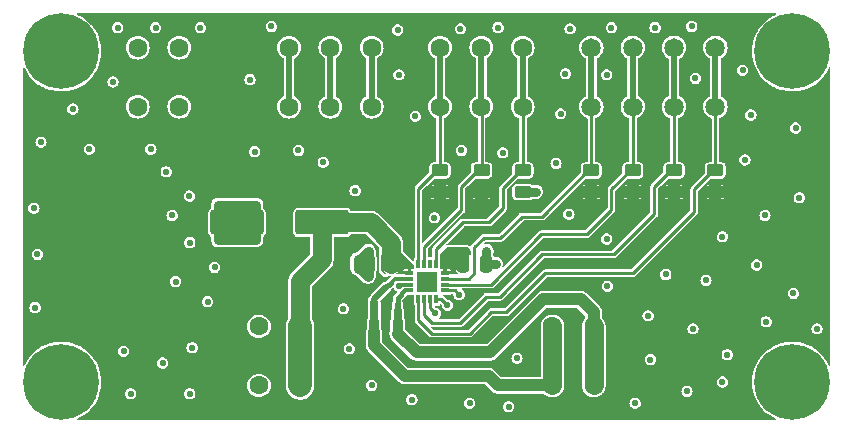
<source format=gtl>
%TF.GenerationSoftware,KiCad,Pcbnew,8.0.2*%
%TF.CreationDate,2024-07-24T20:27:57+03:00*%
%TF.ProjectId,DRV8234 DC Motor Driver Expander,44525638-3233-4342-9044-43204d6f746f,rev?*%
%TF.SameCoordinates,PX5f5e100PY5f5e100*%
%TF.FileFunction,Copper,L1,Top*%
%TF.FilePolarity,Positive*%
%FSLAX46Y46*%
G04 Gerber Fmt 4.6, Leading zero omitted, Abs format (unit mm)*
G04 Created by KiCad (PCBNEW 8.0.2) date 2024-07-24 20:27:57*
%MOMM*%
%LPD*%
G01*
G04 APERTURE LIST*
G04 Aperture macros list*
%AMRoundRect*
0 Rectangle with rounded corners*
0 $1 Rounding radius*
0 $2 $3 $4 $5 $6 $7 $8 $9 X,Y pos of 4 corners*
0 Add a 4 corners polygon primitive as box body*
4,1,4,$2,$3,$4,$5,$6,$7,$8,$9,$2,$3,0*
0 Add four circle primitives for the rounded corners*
1,1,$1+$1,$2,$3*
1,1,$1+$1,$4,$5*
1,1,$1+$1,$6,$7*
1,1,$1+$1,$8,$9*
0 Add four rect primitives between the rounded corners*
20,1,$1+$1,$2,$3,$4,$5,0*
20,1,$1+$1,$4,$5,$6,$7,0*
20,1,$1+$1,$6,$7,$8,$9,0*
20,1,$1+$1,$8,$9,$2,$3,0*%
G04 Aperture macros list end*
%TA.AperFunction,ComponentPad*%
%ADD10C,1.600200*%
%TD*%
%TA.AperFunction,ComponentPad*%
%ADD11C,1.650000*%
%TD*%
%TA.AperFunction,SMDPad,CuDef*%
%ADD12RoundRect,0.250000X-0.250000X-0.475000X0.250000X-0.475000X0.250000X0.475000X-0.250000X0.475000X0*%
%TD*%
%TA.AperFunction,SMDPad,CuDef*%
%ADD13RoundRect,0.250000X0.250000X0.475000X-0.250000X0.475000X-0.250000X-0.475000X0.250000X-0.475000X0*%
%TD*%
%TA.AperFunction,SMDPad,CuDef*%
%ADD14R,1.750000X1.750000*%
%TD*%
%TA.AperFunction,SMDPad,CuDef*%
%ADD15R,0.800000X0.300000*%
%TD*%
%TA.AperFunction,SMDPad,CuDef*%
%ADD16R,0.300000X0.800000*%
%TD*%
%TA.AperFunction,SMDPad,CuDef*%
%ADD17RoundRect,0.250000X0.450000X-0.262500X0.450000X0.262500X-0.450000X0.262500X-0.450000X-0.262500X0*%
%TD*%
%TA.AperFunction,SMDPad,CuDef*%
%ADD18RoundRect,0.250000X-0.450000X0.262500X-0.450000X-0.262500X0.450000X-0.262500X0.450000X0.262500X0*%
%TD*%
%TA.AperFunction,SMDPad,CuDef*%
%ADD19RoundRect,0.250001X1.999999X0.799999X-1.999999X0.799999X-1.999999X-0.799999X1.999999X-0.799999X0*%
%TD*%
%TA.AperFunction,ComponentPad*%
%ADD20C,0.800000*%
%TD*%
%TA.AperFunction,ComponentPad*%
%ADD21C,6.400000*%
%TD*%
%TA.AperFunction,ViaPad*%
%ADD22C,0.550000*%
%TD*%
%TA.AperFunction,Conductor*%
%ADD23C,0.500000*%
%TD*%
%TA.AperFunction,Conductor*%
%ADD24C,0.250000*%
%TD*%
%TA.AperFunction,Conductor*%
%ADD25C,0.800000*%
%TD*%
%TA.AperFunction,Conductor*%
%ADD26C,1.600000*%
%TD*%
%TA.AperFunction,Conductor*%
%ADD27C,2.000000*%
%TD*%
%TA.AperFunction,Conductor*%
%ADD28C,1.000000*%
%TD*%
%TA.AperFunction,Conductor*%
%ADD29C,0.850000*%
%TD*%
%TA.AperFunction,Conductor*%
%ADD30C,0.700000*%
%TD*%
%TA.AperFunction,Conductor*%
%ADD31C,0.550000*%
%TD*%
%TA.AperFunction,Conductor*%
%ADD32C,0.400000*%
%TD*%
%TA.AperFunction,Conductor*%
%ADD33C,0.300000*%
%TD*%
G04 APERTURE END LIST*
D10*
%TO.P,J5,1,1*%
%TO.N,OUT1*%
X45099997Y8200000D03*
%TO.P,J5,2,2*%
X45099997Y3200000D03*
%TO.P,J5,3,3*%
%TO.N,OUT2*%
X48600000Y8200000D03*
%TO.P,J5,4,4*%
X48600000Y3200000D03*
%TD*%
%TO.P,J1,1,1*%
%TO.N,GND*%
X20249998Y8200000D03*
%TO.P,J1,2,2*%
X20249998Y3200000D03*
%TO.P,J1,3,3*%
%TO.N,VM*%
X23750001Y8200000D03*
%TO.P,J1,4,4*%
X23750001Y3200000D03*
%TD*%
D11*
%TO.P,J4,1,1*%
%TO.N,A1*%
X58900000Y26800000D03*
%TO.P,J4,2,2*%
X58900000Y31800000D03*
%TO.P,J4,3,3*%
%TO.N,A0*%
X55400000Y26800000D03*
%TO.P,J4,4,4*%
X55400000Y31800000D03*
%TO.P,J4,5,5*%
%TO.N,SDA*%
X51900000Y26800000D03*
%TO.P,J4,6,6*%
X51900000Y31800000D03*
%TO.P,J4,7,7*%
%TO.N,SCL*%
X48400000Y26800000D03*
%TO.P,J4,8,8*%
X48400000Y31800000D03*
%TD*%
D10*
%TO.P,J3,1,1*%
%TO.N,IPROPI*%
X42586001Y26808900D03*
%TO.P,J3,2,2*%
X42586001Y31808900D03*
%TO.P,J3,3,3*%
%TO.N,RC_OUT*%
X39086001Y26808900D03*
%TO.P,J3,4,4*%
X39086001Y31808900D03*
%TO.P,J3,5,5*%
%TO.N,NFAULT*%
X35586000Y26808900D03*
%TO.P,J3,6,6*%
X35586000Y31808900D03*
%TD*%
%TO.P,J2,1,1*%
%TO.N,NSLEEP*%
X29800000Y26807799D03*
%TO.P,J2,2,2*%
X29800000Y31807799D03*
%TO.P,J2,3,3*%
%TO.N,IN1*%
X26300000Y26807799D03*
%TO.P,J2,4,4*%
X26300000Y31807799D03*
%TO.P,J2,5,5*%
%TO.N,IN2*%
X22799999Y26807799D03*
%TO.P,J2,6,6*%
X22799999Y31807799D03*
%TD*%
%TO.P,J6,1,1*%
%TO.N,VCC_MCU*%
X17000000Y26800000D03*
%TO.P,J6,2,2*%
X17000000Y31800000D03*
%TO.P,J6,3,3*%
%TO.N,GND*%
X13500000Y26800000D03*
%TO.P,J6,4,4*%
X13500000Y31800000D03*
%TO.P,J6,5,5*%
%TO.N,+3V3*%
X9999999Y26800000D03*
%TO.P,J6,6,6*%
X9999999Y31800000D03*
%TD*%
D12*
%TO.P,C3,2*%
%TO.N,GND*%
X39450000Y13500000D03*
%TO.P,C3,1*%
%TO.N,+3V3*%
X37550000Y13500000D03*
%TD*%
D13*
%TO.P,C1,1*%
%TO.N,VM*%
X31450000Y13500000D03*
%TO.P,C1,2*%
%TO.N,GND*%
X29550000Y13500000D03*
%TD*%
D14*
%TO.P,IC1,17,EP*%
%TO.N,GND*%
X34500000Y12000000D03*
D15*
%TO.P,IC1,16,VREF*%
%TO.N,+3V3*%
X36000000Y12750000D03*
%TO.P,IC1,15,SCL*%
%TO.N,SCL*%
X36000000Y12250000D03*
%TO.P,IC1,14,SDA*%
%TO.N,SDA*%
X36000000Y11750000D03*
%TO.P,IC1,13,EN/IN1*%
%TO.N,IN1*%
X36000000Y11250000D03*
D16*
%TO.P,IC1,12,PH/IN2*%
%TO.N,IN2*%
X35250000Y10500000D03*
%TO.P,IC1,11,NSLEEP*%
%TO.N,NSLEEP*%
X34750000Y10500000D03*
%TO.P,IC1,10,A0*%
%TO.N,A0*%
X34250000Y10500000D03*
%TO.P,IC1,9,A1*%
%TO.N,A1*%
X33750000Y10500000D03*
D15*
%TO.P,IC1,8,OUT2*%
%TO.N,OUT2*%
X33000000Y11250000D03*
%TO.P,IC1,7,GND*%
%TO.N,GND*%
X33000000Y11750000D03*
%TO.P,IC1,6,OUT1*%
%TO.N,OUT1*%
X33000000Y12250000D03*
%TO.P,IC1,5,VM*%
%TO.N,VM*%
X33000000Y12750000D03*
D16*
%TO.P,IC1,4,NFAULT*%
%TO.N,NFAULT*%
X33750000Y13500000D03*
%TO.P,IC1,3,RC_OUT*%
%TO.N,RC_OUT*%
X34250000Y13500000D03*
%TO.P,IC1,2,RSVD*%
%TO.N,unconnected-(IC1-RSVD-Pad2)*%
X34750000Y13500000D03*
%TO.P,IC1,1,IPROPI*%
%TO.N,IPROPI*%
X35250000Y13500000D03*
%TD*%
D17*
%TO.P,R7,1*%
%TO.N,VCC_MCU*%
X58900000Y19587500D03*
%TO.P,R7,2*%
%TO.N,A1*%
X58900000Y21412500D03*
%TD*%
%TO.P,R6,2*%
%TO.N,A0*%
X55400000Y21412500D03*
%TO.P,R6,1*%
%TO.N,VCC_MCU*%
X55400000Y19587500D03*
%TD*%
%TO.P,R5,1*%
%TO.N,VCC_MCU*%
X51900000Y19587500D03*
%TO.P,R5,2*%
%TO.N,SDA*%
X51900000Y21412500D03*
%TD*%
%TO.P,R4,1*%
%TO.N,VCC_MCU*%
X48400000Y19587500D03*
%TO.P,R4,2*%
%TO.N,SCL*%
X48400000Y21412500D03*
%TD*%
%TO.P,R3,1*%
%TO.N,VCC_MCU*%
X39100000Y19587500D03*
%TO.P,R3,2*%
%TO.N,RC_OUT*%
X39100000Y21412500D03*
%TD*%
D18*
%TO.P,R2,1*%
%TO.N,IPROPI*%
X42600000Y21412500D03*
%TO.P,R2,2*%
%TO.N,GND*%
X42600000Y19587500D03*
%TD*%
D17*
%TO.P,R1,1*%
%TO.N,VCC_MCU*%
X35586000Y19587500D03*
%TO.P,R1,2*%
%TO.N,NFAULT*%
X35586000Y21412500D03*
%TD*%
D19*
%TO.P,C2,1*%
%TO.N,VM*%
X25600000Y17000000D03*
%TO.P,C2,2*%
%TO.N,GND*%
X18400000Y17000000D03*
%TD*%
D20*
%TO.P,H2,1*%
%TO.N,N/C*%
X63000000Y31500000D03*
X63702944Y33197056D03*
X63702944Y29802944D03*
X65400000Y33900000D03*
D21*
X65400000Y31500000D03*
D20*
X65400000Y29100000D03*
X67097056Y33197056D03*
X67097056Y29802944D03*
X67800000Y31500000D03*
%TD*%
%TO.P,H3,1*%
%TO.N,N/C*%
X1100000Y3500000D03*
X1802944Y5197056D03*
X1802944Y1802944D03*
X3500000Y5900000D03*
D21*
X3500000Y3500000D03*
D20*
X3500000Y1100000D03*
X5197056Y5197056D03*
X5197056Y1802944D03*
X5900000Y3500000D03*
%TD*%
%TO.P,H1,1*%
%TO.N,N/C*%
X5900000Y31500000D03*
X5197056Y29802944D03*
X5197056Y33197056D03*
X3500000Y29100000D03*
D21*
X3500000Y31500000D03*
D20*
X3500000Y33900000D03*
X1802944Y29802944D03*
X1802944Y33197056D03*
X1100000Y31500000D03*
%TD*%
%TO.P,H4,1*%
%TO.N,N/C*%
X67800000Y3500000D03*
X67097056Y1802944D03*
X67097056Y5197056D03*
X65400000Y1100000D03*
D21*
X65400000Y3500000D03*
D20*
X65400000Y5900000D03*
X63702944Y1802944D03*
X63702944Y5197056D03*
X63000000Y3500000D03*
%TD*%
D22*
%TO.N,VCC_MCU*%
X32000000Y20000000D03*
X60000000Y19600000D03*
X51200000Y17100000D03*
X47400000Y18800000D03*
X57200000Y22300000D03*
X50000000Y23000000D03*
X32100000Y17400000D03*
X53800000Y24500000D03*
X37400000Y25300000D03*
X40900000Y25300000D03*
X33500000Y31100000D03*
X19900000Y25000000D03*
X19900000Y32300000D03*
X17000000Y29300000D03*
X2100000Y26600000D03*
X13000000Y8900000D03*
X17900000Y5400000D03*
X21961802Y14305583D03*
X27400000Y2300000D03*
X55400000Y4700000D03*
X60200000Y9300000D03*
X64500000Y26500000D03*
X64226699Y22114594D03*
X65400000Y15700000D03*
X57000000Y15000000D03*
X53800000Y16100000D03*
%TO.N,GND*%
X67500000Y8000000D03*
X57000000Y8000000D03*
X62400000Y13400000D03*
X54700000Y12600000D03*
X59500000Y15800000D03*
X59500000Y3500000D03*
X56500000Y2700000D03*
X52100000Y1700000D03*
X4500000Y26600000D03*
X5900000Y23200000D03*
X1300000Y9800000D03*
X1500000Y14300000D03*
X1200000Y18200000D03*
X1800000Y23800000D03*
X14372395Y19244029D03*
X12900000Y17600000D03*
X14400000Y15300000D03*
X16500000Y13200000D03*
X13200000Y12000000D03*
X15900000Y10300000D03*
X8800000Y6100000D03*
X12100000Y5100000D03*
X14600000Y6400000D03*
X14400000Y2500000D03*
X9400000Y2500000D03*
X35100000Y17400000D03*
X42100000Y5500000D03*
X41400000Y1400000D03*
X38100000Y1700000D03*
X33200000Y2000000D03*
X29800000Y3200000D03*
X27900000Y6300000D03*
X27400000Y9700000D03*
X12400000Y21300000D03*
X11100000Y23200000D03*
X7900000Y28900000D03*
X8300000Y33500000D03*
X11500000Y33500000D03*
X15300000Y33500000D03*
X37300000Y33400000D03*
X40500000Y33500000D03*
X45400000Y22000000D03*
X45800000Y26200000D03*
X57200000Y29200000D03*
X49700000Y29500000D03*
X46200000Y29600000D03*
X46600000Y33400000D03*
X50100000Y33500000D03*
X53800000Y33500000D03*
X56900000Y33600000D03*
X61200000Y29900000D03*
X61900000Y26100000D03*
X65700000Y25000000D03*
X66000000Y19100000D03*
X61400000Y22300000D03*
X63200000Y8600000D03*
X63100000Y17600000D03*
X65500000Y11000000D03*
X59900000Y5800000D03*
X58100000Y12100000D03*
X53400000Y5400000D03*
X53200000Y9100000D03*
X49762796Y11610135D03*
X49700000Y15600000D03*
X46500000Y17700000D03*
X40900000Y22900000D03*
X37400000Y23100000D03*
X33500000Y26000000D03*
X32100000Y29500000D03*
X32000000Y33300000D03*
X21300000Y33600000D03*
X19500000Y29100000D03*
X19900000Y23000000D03*
X23600000Y23100000D03*
X25700000Y22100000D03*
X28400000Y19700000D03*
%TO.N,+3V3*%
X36600000Y14500000D03*
X36600000Y13400000D03*
%TO.N,GND*%
X43700000Y19600000D03*
X40300000Y13500000D03*
X39500000Y14600000D03*
X20000000Y15500000D03*
X17600000Y15500000D03*
X16800000Y15500000D03*
X19200000Y15500000D03*
X18400000Y15500000D03*
X16800000Y18500000D03*
X17600000Y18500000D03*
X20000000Y18500000D03*
X19200000Y18500000D03*
X18400000Y18500000D03*
X34000000Y11500000D03*
X35000000Y12500000D03*
X29500000Y14600000D03*
X29500000Y12400000D03*
X28600000Y13100000D03*
X28600000Y13900000D03*
X32118916Y11602801D03*
%TO.N,NSLEEP*%
X35200000Y9300000D03*
%TO.N,IN2*%
X36200000Y10000000D03*
%TO.N,IN1*%
X37200000Y10900000D03*
%TD*%
D23*
%TO.N,IN2*%
X22799999Y26807799D02*
X22799999Y31807799D01*
%TO.N,IN1*%
X26300000Y31807799D02*
X26300000Y26807799D01*
%TO.N,NSLEEP*%
X29800000Y31807799D02*
X29800000Y26807799D01*
D24*
%TO.N,A1*%
X58712500Y21412500D02*
X58900000Y21412500D01*
X57100000Y19800000D02*
X58712500Y21412500D01*
X44500000Y12700000D02*
X51900000Y12700000D01*
X41200000Y9400000D02*
X44500000Y12700000D01*
X39900000Y9400000D02*
X41200000Y9400000D01*
X38100000Y7600000D02*
X39900000Y9400000D01*
X57100000Y17900000D02*
X57100000Y19800000D01*
X34900000Y7600000D02*
X38100000Y7600000D01*
X33750000Y8750000D02*
X34900000Y7600000D01*
X51900000Y12700000D02*
X57100000Y17900000D01*
X33750000Y10500000D02*
X33750000Y8750000D01*
%TO.N,A0*%
X55112500Y21412500D02*
X55400000Y21412500D01*
X53700000Y20000000D02*
X55112500Y21412500D01*
X53700000Y17700000D02*
X53700000Y20000000D01*
X44250000Y14300000D02*
X50300000Y14300000D01*
X37300000Y8500000D02*
X39500000Y10700000D01*
X50300000Y14300000D02*
X53700000Y17700000D01*
X34900000Y8500000D02*
X37300000Y8500000D01*
X34250000Y9150000D02*
X34900000Y8500000D01*
X39500000Y10700000D02*
X40650000Y10700000D01*
X40650000Y10700000D02*
X44250000Y14300000D01*
X34250000Y10500000D02*
X34250000Y9150000D01*
%TO.N,SDA*%
X51712500Y21412500D02*
X51900000Y21412500D01*
X50100000Y19800000D02*
X51712500Y21412500D01*
X50100000Y18100000D02*
X50100000Y19800000D01*
X48000000Y16000000D02*
X50100000Y18100000D01*
X39900000Y11750000D02*
X44150000Y16000000D01*
X44150000Y16000000D02*
X48000000Y16000000D01*
X36000000Y11750000D02*
X39900000Y11750000D01*
%TO.N,SCL*%
X48112500Y21412500D02*
X48400000Y21412500D01*
X44200000Y17500000D02*
X48112500Y21412500D01*
X42500000Y17500000D02*
X44200000Y17500000D01*
X40700000Y15700000D02*
X42500000Y17500000D01*
X38500000Y12700000D02*
X38500000Y14900000D01*
X39300000Y15700000D02*
X40700000Y15700000D01*
X38500000Y14900000D02*
X39300000Y15700000D01*
X38050000Y12250000D02*
X38500000Y12700000D01*
X36000000Y12250000D02*
X38050000Y12250000D01*
%TO.N,NFAULT*%
X35586000Y21412500D02*
X35586000Y26808900D01*
%TO.N,RC_OUT*%
X39100000Y26794901D02*
X39086001Y26808900D01*
X39100000Y21412500D02*
X39100000Y26794901D01*
%TO.N,IPROPI*%
X42600000Y26794901D02*
X42586001Y26808900D01*
X42600000Y21412500D02*
X42600000Y26794901D01*
%TO.N,A1*%
X58900000Y21412500D02*
X58900000Y26800000D01*
%TO.N,A0*%
X55400000Y21412500D02*
X55400000Y26800000D01*
%TO.N,SDA*%
X51900000Y21412500D02*
X51900000Y26800000D01*
%TO.N,SCL*%
X48400000Y21412500D02*
X48400000Y26800000D01*
%TO.N,RC_OUT*%
X37400000Y20000000D02*
X38812500Y21412500D01*
X37400000Y18100000D02*
X37400000Y20000000D01*
X38812500Y21412500D02*
X39100000Y21412500D01*
X34250000Y13500000D02*
X34250000Y14950000D01*
X34250000Y14950000D02*
X37400000Y18100000D01*
D23*
%TO.N,A1*%
X58900000Y31800000D02*
X58900000Y26800000D01*
%TO.N,A0*%
X55400000Y31800000D02*
X55400000Y26800000D01*
%TO.N,SDA*%
X51900000Y31800000D02*
X51900000Y26800000D01*
%TO.N,SCL*%
X48400000Y31800000D02*
X48400000Y26800000D01*
%TO.N,IPROPI*%
X42586001Y31808900D02*
X42586001Y26808900D01*
%TO.N,RC_OUT*%
X39086001Y31808900D02*
X39086001Y26808900D01*
D25*
%TO.N,GND*%
X42600000Y19587500D02*
X43687500Y19587500D01*
X43687500Y19587500D02*
X43700000Y19600000D01*
X39450000Y14524696D02*
X39512652Y14587348D01*
X39450000Y13500000D02*
X39450000Y14524696D01*
X39450000Y13500000D02*
X40300000Y13500000D01*
X16800000Y18500000D02*
X20000000Y18500000D01*
X16800000Y15500000D02*
X20000000Y15500000D01*
X20000000Y15500000D02*
X20000000Y16700000D01*
X20000000Y18500000D02*
X20000000Y17300000D01*
X16800000Y15500000D02*
X16800000Y16700000D01*
X16800000Y18500000D02*
X16800000Y17300000D01*
X16900000Y15500000D02*
X18400000Y17000000D01*
X16800000Y15500000D02*
X16900000Y15500000D01*
X16900000Y18500000D02*
X18400000Y17000000D01*
X16800000Y18500000D02*
X16900000Y18500000D01*
X19900000Y18500000D02*
X18400000Y17000000D01*
X20000000Y18500000D02*
X19900000Y18500000D01*
X19200000Y17800000D02*
X18400000Y17000000D01*
X19200000Y18500000D02*
X19200000Y17800000D01*
X18400000Y18500000D02*
X18400000Y17000000D01*
X17600000Y17800000D02*
X18400000Y17000000D01*
X17600000Y18500000D02*
X17600000Y17800000D01*
X17600000Y16200000D02*
X18400000Y17000000D01*
X17600000Y15500000D02*
X17600000Y16200000D01*
X19900000Y15500000D02*
X18400000Y17000000D01*
X20000000Y15500000D02*
X19900000Y15500000D01*
X19200000Y16200000D02*
X18400000Y17000000D01*
X19200000Y15500000D02*
X19200000Y16200000D01*
X18400000Y15500000D02*
X18400000Y17000000D01*
X28800000Y13900000D02*
X29500000Y14600000D01*
X28600000Y13900000D02*
X28800000Y13900000D01*
X28600000Y13100000D02*
X28800000Y13100000D01*
X28800000Y13100000D02*
X29500000Y12400000D01*
X29550000Y12450000D02*
X29500000Y12400000D01*
X29550000Y13500000D02*
X29550000Y12450000D01*
X29550000Y14550000D02*
X29500000Y14600000D01*
X29550000Y13500000D02*
X29550000Y14550000D01*
X28600000Y13100000D02*
X28600000Y13900000D01*
X28600000Y13100000D02*
X29150000Y13100000D01*
X29150000Y13100000D02*
X29550000Y13500000D01*
X29150000Y13900000D02*
X29550000Y13500000D01*
X28600000Y13900000D02*
X29150000Y13900000D01*
D26*
%TO.N,VM*%
X31450000Y15250000D02*
X31450000Y13500000D01*
X25600000Y17000000D02*
X29700000Y17000000D01*
X29700000Y17000000D02*
X31450000Y15250000D01*
X25600000Y13900000D02*
X25600000Y17000000D01*
X23750001Y12050001D02*
X25600000Y13900000D01*
X23750001Y8200000D02*
X23750001Y12050001D01*
D27*
X23750001Y3200000D02*
X23750001Y8200000D01*
D28*
%TO.N,OUT1*%
X40500000Y3200000D02*
X45099997Y3200000D01*
X32600000Y4000000D02*
X39700000Y4000000D01*
X39700000Y4000000D02*
X40500000Y3200000D01*
X30000000Y6600000D02*
X32600000Y4000000D01*
X30000000Y7700000D02*
X30000000Y6600000D01*
D29*
X30000000Y8600000D02*
X30000000Y7700000D01*
D30*
X30000000Y10200000D02*
X30000000Y8600000D01*
D31*
X30000000Y10500000D02*
X30000000Y10200000D01*
X31000000Y11500000D02*
X30000000Y10500000D01*
D32*
X31400000Y11900000D02*
X31000000Y11500000D01*
D33*
X31750000Y12250000D02*
X31400000Y11900000D01*
X33000000Y12250000D02*
X31750000Y12250000D01*
%TO.N,GND*%
X32266115Y11750000D02*
X32118916Y11602801D01*
X33000000Y11750000D02*
X32266115Y11750000D01*
D26*
%TO.N,OUT1*%
X45099997Y3200000D02*
X45099997Y8200000D01*
%TO.N,OUT2*%
X48600000Y3200000D02*
X48600000Y8200000D01*
D28*
X48600000Y9400000D02*
X48600000Y8200000D01*
X47500000Y10500000D02*
X48600000Y9400000D01*
X44300000Y10500000D02*
X47500000Y10500000D01*
X39800000Y6000000D02*
X44300000Y10500000D01*
X33600000Y6000000D02*
X39800000Y6000000D01*
X32000000Y7600000D02*
X33600000Y6000000D01*
D29*
X32000000Y8600000D02*
X32000000Y7600000D01*
D30*
X32000000Y9500000D02*
X32000000Y8600000D01*
D31*
X32000000Y10100000D02*
X32000000Y9500000D01*
D32*
X32000000Y10600000D02*
X32000000Y10100000D01*
X32300000Y10900000D02*
X32000000Y10600000D01*
D33*
X32650000Y11250000D02*
X32300000Y10900000D01*
X33000000Y11250000D02*
X32650000Y11250000D01*
D24*
%TO.N,NSLEEP*%
X34750000Y9750000D02*
X35200000Y9300000D01*
X34750000Y10500000D02*
X34750000Y9750000D01*
%TO.N,IN2*%
X35700000Y10500000D02*
X36200000Y10000000D01*
X35250000Y10500000D02*
X35700000Y10500000D01*
%TO.N,IN1*%
X36850000Y11250000D02*
X37200000Y10900000D01*
X36000000Y11250000D02*
X36850000Y11250000D01*
%TO.N,IPROPI*%
X37500000Y17000000D02*
X39700000Y17000000D01*
X39700000Y17000000D02*
X40900000Y18200000D01*
X35250000Y14750000D02*
X37500000Y17000000D01*
X40900000Y18200000D02*
X40900000Y19900000D01*
X40900000Y19900000D02*
X42412500Y21412500D01*
X35250000Y13500000D02*
X35250000Y14750000D01*
X42412500Y21412500D02*
X42600000Y21412500D01*
%TO.N,NFAULT*%
X33750000Y19850000D02*
X35312500Y21412500D01*
X33750000Y13500000D02*
X33750000Y19850000D01*
X35312500Y21412500D02*
X35586000Y21412500D01*
D23*
X35586000Y31808900D02*
X35586000Y26808900D01*
%TD*%
%TA.AperFunction,Conductor*%
%TO.N,VCC_MCU*%
G36*
X64029078Y34685148D02*
G01*
X64043430Y34650500D01*
X64029078Y34615852D01*
X64015005Y34606029D01*
X63804838Y34508796D01*
X63488882Y34318692D01*
X63195326Y34095536D01*
X63195322Y34095532D01*
X62927629Y33841959D01*
X62927619Y33841949D01*
X62688906Y33560913D01*
X62481982Y33255725D01*
X62481978Y33255717D01*
X62309257Y32929932D01*
X62309255Y32929927D01*
X62172773Y32587381D01*
X62172770Y32587372D01*
X62074122Y32232074D01*
X62014471Y31868214D01*
X62014468Y31868192D01*
X61994506Y31500002D01*
X61994506Y31499999D01*
X62014468Y31131809D01*
X62014471Y31131787D01*
X62074122Y30767927D01*
X62172770Y30412629D01*
X62172773Y30412620D01*
X62309255Y30070074D01*
X62309257Y30070069D01*
X62481978Y29744284D01*
X62481982Y29744276D01*
X62688906Y29439088D01*
X62927619Y29158052D01*
X62927629Y29158042D01*
X63195322Y28904469D01*
X63195326Y28904465D01*
X63488882Y28681309D01*
X63557070Y28640282D01*
X63804838Y28491205D01*
X63929845Y28433371D01*
X64139491Y28336377D01*
X64139497Y28336375D01*
X64488934Y28218636D01*
X64677087Y28177221D01*
X64849042Y28139370D01*
X64849043Y28139370D01*
X64849052Y28139368D01*
X65215630Y28099500D01*
X65215635Y28099500D01*
X65584365Y28099500D01*
X65584370Y28099500D01*
X65950948Y28139368D01*
X66311066Y28218636D01*
X66660503Y28336375D01*
X66660505Y28336377D01*
X66660508Y28336377D01*
X66745147Y28375536D01*
X66995162Y28491205D01*
X67311119Y28681310D01*
X67604670Y28904462D01*
X67872373Y29158044D01*
X67876602Y29163022D01*
X67938029Y29235340D01*
X68111090Y29439083D01*
X68311958Y29735340D01*
X68318017Y29744276D01*
X68318018Y29744279D01*
X68318022Y29744284D01*
X68490743Y30070070D01*
X68504980Y30105802D01*
X68531137Y30132677D01*
X68568637Y30133185D01*
X68595512Y30107028D01*
X68599500Y30087665D01*
X68599500Y4912336D01*
X68585148Y4877688D01*
X68550500Y4863336D01*
X68515852Y4877688D01*
X68504980Y4894199D01*
X68490744Y4929927D01*
X68490742Y4929932D01*
X68440605Y5024500D01*
X68318022Y5255716D01*
X68318020Y5255719D01*
X68318017Y5255725D01*
X68111093Y5560913D01*
X67872380Y5841949D01*
X67872370Y5841959D01*
X67604677Y6095532D01*
X67604673Y6095536D01*
X67311117Y6318692D01*
X66995160Y6508796D01*
X66660508Y6663624D01*
X66311064Y6781365D01*
X65950957Y6860631D01*
X65950948Y6860632D01*
X65584370Y6900500D01*
X65215630Y6900500D01*
X64910471Y6867312D01*
X64849042Y6860631D01*
X64488936Y6781365D01*
X64488933Y6781365D01*
X64139491Y6663624D01*
X63804839Y6508796D01*
X63488882Y6318692D01*
X63195326Y6095536D01*
X63195322Y6095532D01*
X62927629Y5841959D01*
X62927619Y5841949D01*
X62688906Y5560913D01*
X62481982Y5255725D01*
X62481978Y5255717D01*
X62309257Y4929932D01*
X62309255Y4929927D01*
X62172773Y4587381D01*
X62172770Y4587372D01*
X62074122Y4232074D01*
X62014471Y3868214D01*
X62014468Y3868192D01*
X61994506Y3500002D01*
X61994506Y3499999D01*
X62014468Y3131809D01*
X62014471Y3131787D01*
X62074122Y2767927D01*
X62172770Y2412629D01*
X62172773Y2412620D01*
X62309255Y2070074D01*
X62309257Y2070069D01*
X62481978Y1744284D01*
X62481982Y1744276D01*
X62688906Y1439088D01*
X62927619Y1158052D01*
X62927629Y1158042D01*
X63195322Y904469D01*
X63195326Y904465D01*
X63488882Y681309D01*
X63804838Y491205D01*
X64015005Y393971D01*
X64040424Y366397D01*
X64038901Y328925D01*
X64011327Y303506D01*
X63994430Y300500D01*
X4905570Y300500D01*
X4870922Y314852D01*
X4856570Y349500D01*
X4870922Y384148D01*
X4884995Y393971D01*
X4954554Y426153D01*
X5095162Y491205D01*
X5411119Y681310D01*
X5704670Y904462D01*
X5972373Y1158044D01*
X6211090Y1439083D01*
X6360685Y1659718D01*
X6418017Y1744276D01*
X6418018Y1744279D01*
X6418022Y1744284D01*
X6590743Y2070070D01*
X6727227Y2412621D01*
X6751488Y2500003D01*
X8919610Y2500003D01*
X8919610Y2499998D01*
X8939067Y2364661D01*
X8995870Y2240282D01*
X9085381Y2136979D01*
X9085411Y2136945D01*
X9200439Y2063022D01*
X9273438Y2041588D01*
X9331628Y2024501D01*
X9331631Y2024501D01*
X9331633Y2024500D01*
X9331634Y2024500D01*
X9468366Y2024500D01*
X9468367Y2024500D01*
X9468369Y2024501D01*
X9468371Y2024501D01*
X9490062Y2030871D01*
X9599561Y2063022D01*
X9714589Y2136945D01*
X9804130Y2240282D01*
X9860931Y2364658D01*
X9860931Y2364660D01*
X9860932Y2364661D01*
X9880390Y2499998D01*
X9880390Y2500003D01*
X13919610Y2500003D01*
X13919610Y2499998D01*
X13939067Y2364661D01*
X13995870Y2240282D01*
X14085381Y2136979D01*
X14085411Y2136945D01*
X14200439Y2063022D01*
X14273438Y2041588D01*
X14331628Y2024501D01*
X14331631Y2024501D01*
X14331633Y2024500D01*
X14331634Y2024500D01*
X14468366Y2024500D01*
X14468367Y2024500D01*
X14468369Y2024501D01*
X14468371Y2024501D01*
X14490062Y2030871D01*
X14599561Y2063022D01*
X14714589Y2136945D01*
X14804130Y2240282D01*
X14860931Y2364658D01*
X14860931Y2364660D01*
X14860932Y2364661D01*
X14880390Y2499998D01*
X14880390Y2500003D01*
X14860932Y2635340D01*
X14831401Y2700003D01*
X14804130Y2759718D01*
X14737213Y2836945D01*
X14714590Y2863054D01*
X14714589Y2863055D01*
X14599561Y2936978D01*
X14588309Y2940282D01*
X14468371Y2975500D01*
X14468367Y2975500D01*
X14331633Y2975500D01*
X14331628Y2975500D01*
X14200441Y2936979D01*
X14200439Y2936979D01*
X14200439Y2936978D01*
X14142925Y2900017D01*
X14085409Y2863054D01*
X13995870Y2759719D01*
X13939067Y2635340D01*
X13919610Y2500003D01*
X9880390Y2500003D01*
X9860932Y2635340D01*
X9831401Y2700003D01*
X9804130Y2759718D01*
X9737213Y2836945D01*
X9714590Y2863054D01*
X9714589Y2863055D01*
X9599561Y2936978D01*
X9588309Y2940282D01*
X9468371Y2975500D01*
X9468367Y2975500D01*
X9331633Y2975500D01*
X9331628Y2975500D01*
X9200441Y2936979D01*
X9200439Y2936979D01*
X9200439Y2936978D01*
X9142925Y2900017D01*
X9085409Y2863054D01*
X8995870Y2759719D01*
X8939067Y2635340D01*
X8919610Y2500003D01*
X6751488Y2500003D01*
X6825875Y2767919D01*
X6825875Y2767921D01*
X6825877Y2767927D01*
X6857319Y2959719D01*
X6885531Y3131801D01*
X6889229Y3200001D01*
X19244557Y3200001D01*
X19244557Y3200000D01*
X19263876Y3003848D01*
X19263876Y3003847D01*
X19321092Y2815233D01*
X19414003Y2641408D01*
X19414008Y2641401D01*
X19465036Y2579224D01*
X19539044Y2489046D01*
X19580081Y2455368D01*
X19691398Y2364011D01*
X19691405Y2364006D01*
X19819047Y2295780D01*
X19865232Y2271094D01*
X20053846Y2213878D01*
X20249998Y2194559D01*
X20446150Y2213878D01*
X20634764Y2271094D01*
X20808591Y2364006D01*
X20960952Y2489046D01*
X21085992Y2641407D01*
X21178904Y2815234D01*
X21236120Y3003848D01*
X21255439Y3200000D01*
X21236120Y3396152D01*
X21178904Y3584766D01*
X21085992Y3758593D01*
X21085987Y3758600D01*
X21032614Y3823634D01*
X20960952Y3910954D01*
X20882303Y3975500D01*
X20808597Y4035990D01*
X20808590Y4035995D01*
X20634765Y4128906D01*
X20446150Y4186122D01*
X20249998Y4205441D01*
X20053845Y4186122D01*
X20053844Y4186122D01*
X19865230Y4128906D01*
X19691405Y4035995D01*
X19691398Y4035990D01*
X19539044Y3910954D01*
X19414008Y3758600D01*
X19414003Y3758593D01*
X19321092Y3584768D01*
X19263876Y3396154D01*
X19263876Y3396153D01*
X19244557Y3200001D01*
X6889229Y3200001D01*
X6905494Y3500000D01*
X6885531Y3868199D01*
X6833410Y4186122D01*
X6825877Y4232074D01*
X6727229Y4587372D01*
X6727226Y4587381D01*
X6692881Y4673580D01*
X6590743Y4929930D01*
X6500576Y5100003D01*
X11619610Y5100003D01*
X11619610Y5099998D01*
X11639067Y4964661D01*
X11695870Y4840282D01*
X11785411Y4736945D01*
X11900439Y4663022D01*
X11973438Y4641588D01*
X12031628Y4624501D01*
X12031631Y4624501D01*
X12031633Y4624500D01*
X12031634Y4624500D01*
X12168366Y4624500D01*
X12168367Y4624500D01*
X12168369Y4624501D01*
X12168371Y4624501D01*
X12190062Y4630871D01*
X12299561Y4663022D01*
X12414589Y4736945D01*
X12504130Y4840282D01*
X12560931Y4964658D01*
X12560931Y4964660D01*
X12560932Y4964661D01*
X12580390Y5099998D01*
X12580390Y5100003D01*
X12560932Y5235340D01*
X12531630Y5299501D01*
X12504130Y5359718D01*
X12437213Y5436945D01*
X12414590Y5463054D01*
X12414589Y5463055D01*
X12299561Y5536978D01*
X12288309Y5540282D01*
X12168371Y5575500D01*
X12168367Y5575500D01*
X12031633Y5575500D01*
X12031628Y5575500D01*
X11900441Y5536979D01*
X11900439Y5536979D01*
X11900439Y5536978D01*
X11842925Y5500017D01*
X11785409Y5463054D01*
X11695870Y5359719D01*
X11639067Y5235340D01*
X11619610Y5100003D01*
X6500576Y5100003D01*
X6418022Y5255716D01*
X6418020Y5255719D01*
X6418017Y5255725D01*
X6211093Y5560913D01*
X5972380Y5841949D01*
X5972370Y5841959D01*
X5704677Y6095532D01*
X5704673Y6095536D01*
X5698797Y6100003D01*
X8319610Y6100003D01*
X8319610Y6099998D01*
X8339067Y5964661D01*
X8395870Y5840282D01*
X8462787Y5763054D01*
X8485411Y5736945D01*
X8600439Y5663022D01*
X8673438Y5641588D01*
X8731628Y5624501D01*
X8731631Y5624501D01*
X8731633Y5624500D01*
X8731634Y5624500D01*
X8868366Y5624500D01*
X8868367Y5624500D01*
X8868369Y5624501D01*
X8868371Y5624501D01*
X8890062Y5630871D01*
X8999561Y5663022D01*
X9114589Y5736945D01*
X9204130Y5840282D01*
X9260931Y5964658D01*
X9260931Y5964660D01*
X9260932Y5964661D01*
X9280390Y6099998D01*
X9280390Y6100003D01*
X9260932Y6235340D01*
X9222866Y6318692D01*
X9204130Y6359718D01*
X9169223Y6400003D01*
X14119610Y6400003D01*
X14119610Y6399998D01*
X14139067Y6264661D01*
X14195870Y6140282D01*
X14282519Y6040282D01*
X14285411Y6036945D01*
X14400439Y5963022D01*
X14473438Y5941588D01*
X14531628Y5924501D01*
X14531631Y5924501D01*
X14531633Y5924500D01*
X14531634Y5924500D01*
X14668366Y5924500D01*
X14668367Y5924500D01*
X14668369Y5924501D01*
X14668371Y5924501D01*
X14690062Y5930871D01*
X14799561Y5963022D01*
X14914589Y6036945D01*
X15004130Y6140282D01*
X15060931Y6264658D01*
X15060931Y6264660D01*
X15060932Y6264661D01*
X15080390Y6399998D01*
X15080390Y6400003D01*
X15060932Y6535340D01*
X15042591Y6575500D01*
X15004130Y6659718D01*
X14914589Y6763055D01*
X14799561Y6836978D01*
X14799558Y6836979D01*
X14668371Y6875500D01*
X14668367Y6875500D01*
X14531633Y6875500D01*
X14531628Y6875500D01*
X14400441Y6836979D01*
X14285409Y6763054D01*
X14195870Y6659719D01*
X14139067Y6535340D01*
X14119610Y6400003D01*
X9169223Y6400003D01*
X9114589Y6463055D01*
X8999561Y6536978D01*
X8999558Y6536979D01*
X8868371Y6575500D01*
X8868367Y6575500D01*
X8731633Y6575500D01*
X8731628Y6575500D01*
X8600441Y6536979D01*
X8600439Y6536979D01*
X8600439Y6536978D01*
X8591142Y6531003D01*
X8485409Y6463054D01*
X8395870Y6359719D01*
X8339067Y6235340D01*
X8319610Y6100003D01*
X5698797Y6100003D01*
X5411117Y6318692D01*
X5095160Y6508796D01*
X4760508Y6663624D01*
X4411064Y6781365D01*
X4050957Y6860631D01*
X4050948Y6860632D01*
X3684370Y6900500D01*
X3315630Y6900500D01*
X3010471Y6867312D01*
X2949042Y6860631D01*
X2588936Y6781365D01*
X2588933Y6781365D01*
X2239491Y6663624D01*
X1904839Y6508796D01*
X1588882Y6318692D01*
X1295326Y6095536D01*
X1295322Y6095532D01*
X1027629Y5841959D01*
X1027619Y5841949D01*
X788906Y5560913D01*
X581982Y5255725D01*
X581978Y5255717D01*
X409257Y4929932D01*
X409255Y4929927D01*
X395020Y4894199D01*
X368863Y4867324D01*
X331363Y4866816D01*
X304488Y4892973D01*
X300500Y4912336D01*
X300500Y8200001D01*
X19244557Y8200001D01*
X19244557Y8200000D01*
X19263876Y8003848D01*
X19263876Y8003847D01*
X19321092Y7815233D01*
X19414003Y7641408D01*
X19414008Y7641401D01*
X19478333Y7563022D01*
X19539044Y7489046D01*
X19626364Y7417384D01*
X19691398Y7364011D01*
X19691405Y7364006D01*
X19865232Y7271094D01*
X20053846Y7213878D01*
X20249998Y7194559D01*
X20446150Y7213878D01*
X20634764Y7271094D01*
X20808591Y7364006D01*
X20960952Y7489046D01*
X21085992Y7641407D01*
X21178904Y7815234D01*
X21236120Y8003848D01*
X21255439Y8200000D01*
X21246134Y8294481D01*
X22549501Y8294481D01*
X22549501Y3105520D01*
X22579060Y2918885D01*
X22579061Y2918882D01*
X22637454Y2739167D01*
X22723237Y2570807D01*
X22723240Y2570803D01*
X22723241Y2570801D01*
X22834311Y2417927D01*
X22834313Y2417925D01*
X22834316Y2417921D01*
X22967921Y2284316D01*
X22967924Y2284314D01*
X22967928Y2284310D01*
X23120802Y2173240D01*
X23120804Y2173239D01*
X23120807Y2173237D01*
X23220752Y2122313D01*
X23289169Y2087453D01*
X23468883Y2029060D01*
X23655520Y1999500D01*
X23655521Y1999500D01*
X23844481Y1999500D01*
X23844482Y1999500D01*
X23847658Y2000003D01*
X32719610Y2000003D01*
X32719610Y1999998D01*
X32739067Y1864661D01*
X32795870Y1740282D01*
X32830771Y1700003D01*
X32885411Y1636945D01*
X33000439Y1563022D01*
X33073438Y1541588D01*
X33131628Y1524501D01*
X33131631Y1524501D01*
X33131633Y1524500D01*
X33131634Y1524500D01*
X33268366Y1524500D01*
X33268367Y1524500D01*
X33268369Y1524501D01*
X33268371Y1524501D01*
X33290062Y1530871D01*
X33399561Y1563022D01*
X33514589Y1636945D01*
X33569228Y1700003D01*
X37619610Y1700003D01*
X37619610Y1699998D01*
X37639067Y1564661D01*
X37695870Y1440282D01*
X37730771Y1400003D01*
X37785411Y1336945D01*
X37900439Y1263022D01*
X37973438Y1241588D01*
X38031628Y1224501D01*
X38031631Y1224501D01*
X38031633Y1224500D01*
X38031634Y1224500D01*
X38168366Y1224500D01*
X38168367Y1224500D01*
X38168369Y1224501D01*
X38168371Y1224501D01*
X38190062Y1230871D01*
X38299561Y1263022D01*
X38414589Y1336945D01*
X38469228Y1400003D01*
X40919610Y1400003D01*
X40919610Y1399998D01*
X40939067Y1264661D01*
X40987755Y1158052D01*
X40995870Y1140282D01*
X41085411Y1036945D01*
X41200439Y963022D01*
X41273438Y941588D01*
X41331628Y924501D01*
X41331631Y924501D01*
X41331633Y924500D01*
X41331634Y924500D01*
X41468366Y924500D01*
X41468367Y924500D01*
X41468369Y924501D01*
X41468371Y924501D01*
X41490062Y930871D01*
X41599561Y963022D01*
X41714589Y1036945D01*
X41804130Y1140282D01*
X41860931Y1264658D01*
X41860931Y1264660D01*
X41860932Y1264661D01*
X41880390Y1399998D01*
X41880390Y1400003D01*
X41860932Y1535340D01*
X41814529Y1636947D01*
X41804130Y1659718D01*
X41769223Y1700003D01*
X51619610Y1700003D01*
X51619610Y1699998D01*
X51639067Y1564661D01*
X51695870Y1440282D01*
X51730771Y1400003D01*
X51785411Y1336945D01*
X51900439Y1263022D01*
X51973438Y1241588D01*
X52031628Y1224501D01*
X52031631Y1224501D01*
X52031633Y1224500D01*
X52031634Y1224500D01*
X52168366Y1224500D01*
X52168367Y1224500D01*
X52168369Y1224501D01*
X52168371Y1224501D01*
X52190062Y1230871D01*
X52299561Y1263022D01*
X52414589Y1336945D01*
X52504130Y1440282D01*
X52560931Y1564658D01*
X52560931Y1564660D01*
X52560932Y1564661D01*
X52580390Y1699998D01*
X52580390Y1700003D01*
X52560932Y1835340D01*
X52542591Y1875500D01*
X52504130Y1959718D01*
X52447996Y2024501D01*
X52414590Y2063054D01*
X52414589Y2063055D01*
X52299561Y2136978D01*
X52299558Y2136979D01*
X52168371Y2175500D01*
X52168367Y2175500D01*
X52031633Y2175500D01*
X52031628Y2175500D01*
X51900441Y2136979D01*
X51900439Y2136979D01*
X51900439Y2136978D01*
X51877620Y2122313D01*
X51785409Y2063054D01*
X51695870Y1959719D01*
X51639067Y1835340D01*
X51619610Y1700003D01*
X41769223Y1700003D01*
X41714589Y1763055D01*
X41599561Y1836978D01*
X41599558Y1836979D01*
X41468371Y1875500D01*
X41468367Y1875500D01*
X41331633Y1875500D01*
X41331628Y1875500D01*
X41200441Y1836979D01*
X41200439Y1836979D01*
X41200439Y1836978D01*
X41142925Y1800017D01*
X41085409Y1763054D01*
X40995870Y1659719D01*
X40939067Y1535340D01*
X40919610Y1400003D01*
X38469228Y1400003D01*
X38504130Y1440282D01*
X38560931Y1564658D01*
X38560931Y1564660D01*
X38560932Y1564661D01*
X38580390Y1699998D01*
X38580390Y1700003D01*
X38560932Y1835340D01*
X38542591Y1875500D01*
X38504130Y1959718D01*
X38447996Y2024501D01*
X38414590Y2063054D01*
X38414589Y2063055D01*
X38299561Y2136978D01*
X38299558Y2136979D01*
X38168371Y2175500D01*
X38168367Y2175500D01*
X38031633Y2175500D01*
X38031628Y2175500D01*
X37900441Y2136979D01*
X37900439Y2136979D01*
X37900439Y2136978D01*
X37877620Y2122313D01*
X37785409Y2063054D01*
X37695870Y1959719D01*
X37639067Y1835340D01*
X37619610Y1700003D01*
X33569228Y1700003D01*
X33604130Y1740282D01*
X33660931Y1864658D01*
X33660931Y1864660D01*
X33660932Y1864661D01*
X33680390Y1999998D01*
X33680390Y2000003D01*
X33660932Y2135340D01*
X33633887Y2194559D01*
X33604130Y2259718D01*
X33537213Y2336945D01*
X33514590Y2363054D01*
X33514589Y2363055D01*
X33399561Y2436978D01*
X33388309Y2440282D01*
X33268371Y2475500D01*
X33268367Y2475500D01*
X33131633Y2475500D01*
X33131628Y2475500D01*
X33000441Y2436979D01*
X33000439Y2436979D01*
X33000439Y2436978D01*
X32962551Y2412629D01*
X32885409Y2363054D01*
X32795870Y2259719D01*
X32739067Y2135340D01*
X32719610Y2000003D01*
X23847658Y2000003D01*
X24031119Y2029060D01*
X24210833Y2087453D01*
X24379200Y2173240D01*
X24532074Y2284310D01*
X24665691Y2417927D01*
X24776761Y2570801D01*
X24862548Y2739168D01*
X24920941Y2918882D01*
X24950501Y3105519D01*
X24950501Y3200003D01*
X29319610Y3200003D01*
X29319610Y3199998D01*
X29339067Y3064661D01*
X29395870Y2940282D01*
X29464416Y2861174D01*
X29485411Y2836945D01*
X29600439Y2763022D01*
X29673438Y2741588D01*
X29731628Y2724501D01*
X29731631Y2724501D01*
X29731633Y2724500D01*
X29731634Y2724500D01*
X29868366Y2724500D01*
X29868367Y2724500D01*
X29868369Y2724501D01*
X29868371Y2724501D01*
X29890062Y2730871D01*
X29999561Y2763022D01*
X30114589Y2836945D01*
X30204130Y2940282D01*
X30260931Y3064658D01*
X30260931Y3064660D01*
X30260932Y3064661D01*
X30280390Y3199998D01*
X30280390Y3200003D01*
X30260932Y3335340D01*
X30247541Y3364661D01*
X30204130Y3459718D01*
X30114589Y3563055D01*
X29999561Y3636978D01*
X29999558Y3636979D01*
X29868371Y3675500D01*
X29868367Y3675500D01*
X29731633Y3675500D01*
X29731628Y3675500D01*
X29600441Y3636979D01*
X29600439Y3636979D01*
X29600439Y3636978D01*
X29542925Y3600017D01*
X29485409Y3563054D01*
X29395870Y3459719D01*
X29339067Y3335340D01*
X29319610Y3200003D01*
X24950501Y3200003D01*
X24950501Y6300003D01*
X27419610Y6300003D01*
X27419610Y6299998D01*
X27439067Y6164661D01*
X27495870Y6040282D01*
X27585381Y5936979D01*
X27585411Y5936945D01*
X27700439Y5863022D01*
X27772173Y5841959D01*
X27831628Y5824501D01*
X27831631Y5824501D01*
X27831633Y5824500D01*
X27831634Y5824500D01*
X27968366Y5824500D01*
X27968367Y5824500D01*
X27968369Y5824501D01*
X27968371Y5824501D01*
X28010863Y5836978D01*
X28099561Y5863022D01*
X28214589Y5936945D01*
X28304130Y6040282D01*
X28360931Y6164658D01*
X28360931Y6164660D01*
X28360932Y6164661D01*
X28380390Y6299998D01*
X28380390Y6300003D01*
X28360932Y6435340D01*
X28327385Y6508796D01*
X28304130Y6559718D01*
X28259359Y6611387D01*
X28214590Y6663054D01*
X28214589Y6663055D01*
X28099561Y6736978D01*
X28099558Y6736979D01*
X27968371Y6775500D01*
X27968367Y6775500D01*
X27831633Y6775500D01*
X27831628Y6775500D01*
X27700441Y6736979D01*
X27585409Y6663054D01*
X27495870Y6559719D01*
X27439067Y6435340D01*
X27419610Y6300003D01*
X24950501Y6300003D01*
X24950501Y8294481D01*
X24920941Y8481118D01*
X24862548Y8660832D01*
X24776761Y8829199D01*
X24776760Y8829200D01*
X24776757Y8829206D01*
X24759859Y8852464D01*
X24750501Y8881265D01*
X24750501Y9700003D01*
X26919610Y9700003D01*
X26919610Y9699998D01*
X26939067Y9564661D01*
X26982756Y9468997D01*
X26995870Y9440282D01*
X27085411Y9336945D01*
X27200439Y9263022D01*
X27273438Y9241588D01*
X27331628Y9224501D01*
X27331631Y9224501D01*
X27331633Y9224500D01*
X27331634Y9224500D01*
X27468366Y9224500D01*
X27468367Y9224500D01*
X27468369Y9224501D01*
X27468371Y9224501D01*
X27490062Y9230871D01*
X27599561Y9263022D01*
X27714589Y9336945D01*
X27804130Y9440282D01*
X27860931Y9564658D01*
X27860931Y9564660D01*
X27860932Y9564661D01*
X27880390Y9699998D01*
X27880390Y9700003D01*
X27860932Y9835340D01*
X27826318Y9911133D01*
X27804130Y9959718D01*
X27734322Y10040282D01*
X27714590Y10063054D01*
X27714589Y10063055D01*
X27599561Y10136978D01*
X27599558Y10136979D01*
X27468371Y10175500D01*
X27468367Y10175500D01*
X27331633Y10175500D01*
X27331628Y10175500D01*
X27200441Y10136979D01*
X27200439Y10136979D01*
X27200439Y10136978D01*
X27142925Y10100017D01*
X27085409Y10063054D01*
X26995870Y9959719D01*
X26939067Y9835340D01*
X26919610Y9700003D01*
X24750501Y9700003D01*
X24750501Y11615285D01*
X24764853Y11649933D01*
X25563539Y12448619D01*
X26377140Y13262219D01*
X26486632Y13426086D01*
X26562052Y13608165D01*
X26600500Y13801460D01*
X26600500Y13979061D01*
X27999500Y13979061D01*
X27999500Y13020940D01*
X28040422Y12868218D01*
X28040423Y12868214D01*
X28119475Y12731291D01*
X28119478Y12731287D01*
X28119480Y12731284D01*
X28231284Y12619480D01*
X28231287Y12619479D01*
X28231290Y12619476D01*
X28368213Y12540424D01*
X28368215Y12540424D01*
X28368216Y12540423D01*
X28429825Y12523915D01*
X28520939Y12499501D01*
X28520940Y12499500D01*
X28520943Y12499500D01*
X28530969Y12499500D01*
X28565617Y12485148D01*
X29019481Y12031284D01*
X29131284Y11919481D01*
X29181401Y11890546D01*
X29268212Y11840424D01*
X29268218Y11840422D01*
X29420940Y11799499D01*
X29420943Y11799499D01*
X29579059Y11799499D01*
X29731781Y11840422D01*
X29731779Y11840422D01*
X29731785Y11840423D01*
X29868716Y11919481D01*
X29911821Y11962588D01*
X29911824Y11962589D01*
X29918715Y11969480D01*
X29918716Y11969480D01*
X30030520Y12081284D01*
X30109577Y12218216D01*
X30110184Y12220480D01*
X30147493Y12359718D01*
X30150501Y12370942D01*
X30150501Y12532054D01*
X30150500Y12532072D01*
X30150500Y12725141D01*
X30160074Y12754237D01*
X30202793Y12812118D01*
X30247646Y12940301D01*
X30250500Y12970734D01*
X30250500Y14029266D01*
X30247646Y14059699D01*
X30228347Y14114852D01*
X30202795Y14187877D01*
X30202791Y14187886D01*
X30160075Y14245764D01*
X30150500Y14274861D01*
X30150500Y14466986D01*
X30150501Y14466999D01*
X30150501Y14629059D01*
X30121583Y14736978D01*
X30109577Y14781784D01*
X30109576Y14781786D01*
X30109576Y14781787D01*
X30030524Y14918710D01*
X30030521Y14918713D01*
X30030520Y14918716D01*
X29956383Y14992853D01*
X29918716Y15030520D01*
X29915926Y15033310D01*
X29915919Y15033316D01*
X29868716Y15080519D01*
X29731787Y15159577D01*
X29731781Y15159579D01*
X29579060Y15200501D01*
X29579057Y15200501D01*
X29420943Y15200501D01*
X29420940Y15200501D01*
X29268218Y15159579D01*
X29268212Y15159577D01*
X29174552Y15105500D01*
X29131283Y15080519D01*
X29131283Y15080518D01*
X28565617Y14514852D01*
X28530969Y14500500D01*
X28520940Y14500500D01*
X28368217Y14459578D01*
X28368213Y14459577D01*
X28231290Y14380525D01*
X28231281Y14380518D01*
X28119482Y14268719D01*
X28119475Y14268710D01*
X28040423Y14131787D01*
X28040422Y14131783D01*
X27999500Y13979061D01*
X26600500Y13979061D01*
X26600500Y13998541D01*
X26600500Y15700501D01*
X26614852Y15735149D01*
X26649500Y15749501D01*
X27654253Y15749501D01*
X27654264Y15749501D01*
X27684698Y15752354D01*
X27812882Y15797207D01*
X27816667Y15800000D01*
X27922150Y15877850D01*
X27997243Y15979597D01*
X28029365Y15998953D01*
X28036668Y15999500D01*
X29265284Y15999500D01*
X29299932Y15985148D01*
X30435148Y14849932D01*
X30449500Y14815284D01*
X30449500Y14345282D01*
X30441242Y14318059D01*
X30424493Y14292993D01*
X30410145Y14258355D01*
X30410142Y14258345D01*
X30407640Y14245764D01*
X30394500Y14179704D01*
X30394500Y12920296D01*
X30398565Y12899862D01*
X30410142Y12841656D01*
X30410145Y12841646D01*
X30424492Y12807011D01*
X30424493Y12807009D01*
X30424495Y12807005D01*
X30469042Y12740338D01*
X30740338Y12469042D01*
X30807005Y12424495D01*
X30807010Y12424493D01*
X30841645Y12410146D01*
X30841647Y12410146D01*
X30841653Y12410143D01*
X30920296Y12394500D01*
X30920299Y12394500D01*
X30992331Y12394500D01*
X30992339Y12394500D01*
X31026164Y12397303D01*
X31042074Y12399958D01*
X31063970Y12404853D01*
X31144274Y12448618D01*
X31172385Y12473442D01*
X31196666Y12503525D01*
X31229596Y12521470D01*
X31244355Y12520805D01*
X31351459Y12499500D01*
X31385522Y12499500D01*
X31420170Y12485148D01*
X31434522Y12450500D01*
X31420170Y12415853D01*
X31302232Y12297916D01*
X31298561Y12294244D01*
X31276597Y12281563D01*
X31245412Y12273207D01*
X31245409Y12273205D01*
X31154093Y12220485D01*
X31154084Y12220478D01*
X30908035Y11974430D01*
X30886070Y11961748D01*
X30816465Y11943096D01*
X30816461Y11943095D01*
X30708036Y11880495D01*
X30708035Y11880494D01*
X29701144Y10873604D01*
X29619507Y10791967D01*
X29619505Y10791964D01*
X29556905Y10683536D01*
X29556904Y10683534D01*
X29556904Y10683533D01*
X29524500Y10562603D01*
X29524500Y10490539D01*
X29517935Y10466039D01*
X29487016Y10412488D01*
X29487015Y10412484D01*
X29449500Y10272478D01*
X29449500Y8915234D01*
X29445770Y8896483D01*
X29398539Y8782460D01*
X29398536Y8782450D01*
X29389166Y8735340D01*
X29374500Y8661606D01*
X29374500Y8661603D01*
X29374500Y8030150D01*
X29370770Y8011399D01*
X29326420Y7904330D01*
X29326417Y7904319D01*
X29299500Y7768999D01*
X29299500Y6531003D01*
X29326418Y6395680D01*
X29326420Y6395671D01*
X29379223Y6268193D01*
X29379225Y6268189D01*
X29401173Y6235342D01*
X29449473Y6163054D01*
X29455886Y6153457D01*
X32153457Y3455886D01*
X32268189Y3379225D01*
X32395671Y3326420D01*
X32422591Y3321066D01*
X32531007Y3299500D01*
X39389547Y3299500D01*
X39424195Y3285148D01*
X40053457Y2655886D01*
X40168189Y2579225D01*
X40295672Y2526420D01*
X40431006Y2499500D01*
X40431007Y2499500D01*
X44358773Y2499500D01*
X44389856Y2488379D01*
X44426156Y2458588D01*
X44429707Y2455369D01*
X44462215Y2422861D01*
X44500445Y2397317D01*
X44504295Y2394460D01*
X44541398Y2364011D01*
X44541404Y2364006D01*
X44580643Y2343032D01*
X44583738Y2341378D01*
X44587853Y2338912D01*
X44606994Y2326123D01*
X44626082Y2313368D01*
X44668545Y2295780D01*
X44672893Y2293724D01*
X44715229Y2271095D01*
X44715231Y2271094D01*
X44761167Y2257160D01*
X44765685Y2255544D01*
X44808162Y2237949D01*
X44853253Y2228981D01*
X44857897Y2227817D01*
X44903845Y2213878D01*
X44951624Y2209173D01*
X44956373Y2208468D01*
X45001456Y2199500D01*
X45047422Y2199500D01*
X45052225Y2199264D01*
X45099997Y2194559D01*
X45147769Y2199264D01*
X45152572Y2199500D01*
X45198538Y2199500D01*
X45243625Y2208469D01*
X45248365Y2209173D01*
X45296149Y2213878D01*
X45342105Y2227820D01*
X45346739Y2228981D01*
X45391832Y2237949D01*
X45434325Y2255551D01*
X45438813Y2257156D01*
X45484763Y2271094D01*
X45527102Y2293726D01*
X45531434Y2295775D01*
X45573911Y2313368D01*
X45612143Y2338915D01*
X45616255Y2341378D01*
X45658590Y2364006D01*
X45695709Y2394470D01*
X45699540Y2397312D01*
X45737779Y2422861D01*
X45770295Y2455379D01*
X45773849Y2458598D01*
X45810950Y2489045D01*
X45810952Y2489047D01*
X45841399Y2526148D01*
X45844618Y2529702D01*
X45877136Y2562218D01*
X45902685Y2600457D01*
X45905527Y2604288D01*
X45935991Y2641407D01*
X45958622Y2683749D01*
X45961082Y2687854D01*
X45986629Y2726086D01*
X46004222Y2768563D01*
X46006273Y2772898D01*
X46028902Y2815233D01*
X46028903Y2815234D01*
X46042841Y2861184D01*
X46044446Y2865672D01*
X46062048Y2908165D01*
X46071016Y2953258D01*
X46072177Y2957892D01*
X46086119Y3003848D01*
X46090824Y3051632D01*
X46091529Y3056375D01*
X46100497Y3101459D01*
X46100497Y3147427D01*
X46100733Y3152230D01*
X46105438Y3200000D01*
X46105438Y3200001D01*
X46100733Y3247772D01*
X46100497Y3252575D01*
X46100497Y8147427D01*
X46100733Y8152230D01*
X46105438Y8200000D01*
X46105438Y8200001D01*
X46100733Y8247772D01*
X46100497Y8252575D01*
X46100497Y8298541D01*
X46100496Y8298545D01*
X46091530Y8343619D01*
X46090824Y8348377D01*
X46090824Y8348381D01*
X46086119Y8396152D01*
X46072180Y8442100D01*
X46071016Y8446744D01*
X46062048Y8491835D01*
X46044453Y8534312D01*
X46042836Y8538833D01*
X46028902Y8584768D01*
X46006273Y8627104D01*
X46004217Y8631452D01*
X45986629Y8673915D01*
X45973874Y8693003D01*
X45961085Y8712144D01*
X45958619Y8716259D01*
X45935992Y8758591D01*
X45935987Y8758598D01*
X45905537Y8795702D01*
X45902680Y8799552D01*
X45877136Y8837782D01*
X45844626Y8870292D01*
X45841409Y8873841D01*
X45810951Y8910954D01*
X45810949Y8910956D01*
X45810948Y8910957D01*
X45773848Y8941404D01*
X45770285Y8944633D01*
X45737780Y8977138D01*
X45737776Y8977141D01*
X45699559Y9002678D01*
X45695698Y9005541D01*
X45684022Y9015123D01*
X45658590Y9035994D01*
X45616248Y9058627D01*
X45612133Y9061094D01*
X45596901Y9071271D01*
X45573911Y9086633D01*
X45531442Y9104223D01*
X45527107Y9106273D01*
X45484763Y9128906D01*
X45484762Y9128907D01*
X45484761Y9128907D01*
X45438823Y9142842D01*
X45434296Y9144462D01*
X45391832Y9162051D01*
X45346740Y9171021D01*
X45342090Y9172186D01*
X45296151Y9186122D01*
X45248376Y9190828D01*
X45243622Y9191533D01*
X45228870Y9194467D01*
X45198538Y9200500D01*
X45198536Y9200500D01*
X45152572Y9200500D01*
X45147769Y9200736D01*
X45099997Y9205441D01*
X45052225Y9200736D01*
X45047422Y9200500D01*
X45001456Y9200500D01*
X44979038Y9196042D01*
X44956370Y9191533D01*
X44951616Y9190828D01*
X44903848Y9186123D01*
X44903837Y9186121D01*
X44857901Y9172186D01*
X44853238Y9171018D01*
X44808169Y9162054D01*
X44808167Y9162053D01*
X44765695Y9144461D01*
X44761170Y9142842D01*
X44715232Y9128907D01*
X44690592Y9115737D01*
X44672898Y9106279D01*
X44668554Y9104225D01*
X44626082Y9086632D01*
X44587860Y9061094D01*
X44583738Y9058624D01*
X44541406Y9035996D01*
X44504291Y9005538D01*
X44500431Y9002676D01*
X44462214Y8977139D01*
X44462209Y8977136D01*
X44429705Y8944632D01*
X44426145Y8941405D01*
X44389043Y8910954D01*
X44358592Y8873852D01*
X44355365Y8870292D01*
X44322861Y8837788D01*
X44322858Y8837783D01*
X44297321Y8799566D01*
X44294459Y8795706D01*
X44264001Y8758591D01*
X44241373Y8716259D01*
X44238903Y8712137D01*
X44213365Y8673915D01*
X44195772Y8631443D01*
X44193720Y8627104D01*
X44192254Y8624360D01*
X44171090Y8584765D01*
X44157155Y8538827D01*
X44155536Y8534302D01*
X44137944Y8491830D01*
X44137943Y8491828D01*
X44128979Y8446759D01*
X44127811Y8442096D01*
X44113876Y8396160D01*
X44113874Y8396149D01*
X44109169Y8348381D01*
X44108464Y8343627D01*
X44099497Y8298540D01*
X44099497Y8252575D01*
X44099261Y8247772D01*
X44094556Y8200001D01*
X44094556Y8200000D01*
X44099261Y8152230D01*
X44099497Y8147427D01*
X44099497Y3949500D01*
X44085145Y3914852D01*
X44050497Y3900500D01*
X40810453Y3900500D01*
X40775805Y3914852D01*
X40146542Y4544115D01*
X40081789Y4587381D01*
X40031811Y4620775D01*
X40031808Y4620777D01*
X40031807Y4620777D01*
X39904329Y4673580D01*
X39904320Y4673582D01*
X39768997Y4700500D01*
X39768994Y4700500D01*
X39768993Y4700500D01*
X32910453Y4700500D01*
X32875805Y4714852D01*
X30714852Y6875805D01*
X30700500Y6910453D01*
X30700500Y7768993D01*
X30700499Y7768999D01*
X30673582Y7904319D01*
X30673579Y7904330D01*
X30658865Y7939852D01*
X30629230Y8011399D01*
X30625500Y8030150D01*
X30625500Y8661603D01*
X30625500Y8661606D01*
X30601463Y8782452D01*
X30583632Y8825500D01*
X30554230Y8896483D01*
X30550500Y8915234D01*
X30550500Y10272477D01*
X30535513Y10328407D01*
X30540408Y10365590D01*
X30548191Y10375734D01*
X31380495Y11208037D01*
X31443095Y11316464D01*
X31461747Y11386073D01*
X31474427Y11408036D01*
X31573163Y11506772D01*
X31607810Y11521123D01*
X31642458Y11506771D01*
X31656311Y11479097D01*
X31657984Y11467461D01*
X31657985Y11467459D01*
X31714786Y11343083D01*
X31804327Y11239746D01*
X31865396Y11200500D01*
X31916948Y11167370D01*
X31938337Y11136564D01*
X31931679Y11099657D01*
X31925105Y11091500D01*
X31679521Y10845915D01*
X31679520Y10845914D01*
X31626793Y10754590D01*
X31626792Y10754588D01*
X31612129Y10699861D01*
X31599500Y10652730D01*
X31599500Y10370443D01*
X31592935Y10345943D01*
X31556906Y10283538D01*
X31556904Y10283534D01*
X31524500Y10162603D01*
X31524500Y9790539D01*
X31517935Y9766039D01*
X31487016Y9712488D01*
X31487015Y9712484D01*
X31449500Y9572478D01*
X31449500Y8915234D01*
X31445770Y8896483D01*
X31398539Y8782460D01*
X31398536Y8782450D01*
X31389166Y8735340D01*
X31374500Y8661606D01*
X31374500Y8661603D01*
X31374500Y7930150D01*
X31370770Y7911399D01*
X31326420Y7804330D01*
X31326418Y7804321D01*
X31299500Y7668998D01*
X31299500Y7531003D01*
X31326418Y7395680D01*
X31326420Y7395671D01*
X31379223Y7268193D01*
X31379225Y7268189D01*
X31455886Y7153457D01*
X33153457Y5455886D01*
X33268189Y5379225D01*
X33395672Y5326420D01*
X33531006Y5299500D01*
X39868994Y5299500D01*
X40004328Y5326420D01*
X40131811Y5379225D01*
X40246543Y5455886D01*
X40290660Y5500003D01*
X41619610Y5500003D01*
X41619610Y5499998D01*
X41639067Y5364661D01*
X41695870Y5240282D01*
X41782519Y5140282D01*
X41785411Y5136945D01*
X41900439Y5063022D01*
X41973438Y5041588D01*
X42031628Y5024501D01*
X42031631Y5024501D01*
X42031633Y5024500D01*
X42031634Y5024500D01*
X42168366Y5024500D01*
X42168367Y5024500D01*
X42168369Y5024501D01*
X42168371Y5024501D01*
X42190062Y5030871D01*
X42299561Y5063022D01*
X42414589Y5136945D01*
X42504130Y5240282D01*
X42560931Y5364658D01*
X42560931Y5364660D01*
X42560932Y5364661D01*
X42580390Y5499998D01*
X42580390Y5500003D01*
X42560932Y5635340D01*
X42514529Y5736947D01*
X42504130Y5759718D01*
X42414589Y5863055D01*
X42299561Y5936978D01*
X42299558Y5936979D01*
X42168371Y5975500D01*
X42168367Y5975500D01*
X42031633Y5975500D01*
X42031628Y5975500D01*
X41900441Y5936979D01*
X41900439Y5936979D01*
X41900439Y5936978D01*
X41881024Y5924501D01*
X41785409Y5863054D01*
X41695870Y5759719D01*
X41639067Y5635340D01*
X41619610Y5500003D01*
X40290660Y5500003D01*
X44575805Y9785148D01*
X44610453Y9799500D01*
X47189547Y9799500D01*
X47224195Y9785148D01*
X47885148Y9124195D01*
X47899500Y9089547D01*
X47899500Y8941225D01*
X47888377Y8910139D01*
X47858596Y8873853D01*
X47855368Y8870292D01*
X47822864Y8837788D01*
X47822861Y8837783D01*
X47797324Y8799566D01*
X47794462Y8795706D01*
X47764004Y8758591D01*
X47741376Y8716259D01*
X47738906Y8712137D01*
X47713368Y8673915D01*
X47695775Y8631443D01*
X47693723Y8627104D01*
X47692257Y8624360D01*
X47671093Y8584765D01*
X47657158Y8538827D01*
X47655539Y8534302D01*
X47637947Y8491830D01*
X47637946Y8491828D01*
X47628982Y8446759D01*
X47627814Y8442096D01*
X47613879Y8396160D01*
X47613877Y8396149D01*
X47609172Y8348381D01*
X47608467Y8343627D01*
X47599500Y8298540D01*
X47599500Y8252575D01*
X47599264Y8247772D01*
X47594559Y8200001D01*
X47594559Y8200000D01*
X47599264Y8152230D01*
X47599500Y8147427D01*
X47599500Y3252575D01*
X47599264Y3247772D01*
X47594559Y3200001D01*
X47594559Y3200000D01*
X47599264Y3152230D01*
X47599500Y3147427D01*
X47599500Y3101459D01*
X47605533Y3071127D01*
X47608467Y3056375D01*
X47609172Y3051621D01*
X47613878Y3003847D01*
X47613878Y3003846D01*
X47627814Y2957907D01*
X47628979Y2953257D01*
X47635817Y2918885D01*
X47637949Y2908166D01*
X47655538Y2865701D01*
X47657158Y2861174D01*
X47671094Y2815234D01*
X47693723Y2772898D01*
X47695777Y2768555D01*
X47713367Y2726086D01*
X47728729Y2703096D01*
X47738906Y2687864D01*
X47741373Y2683749D01*
X47764006Y2641407D01*
X47784877Y2615975D01*
X47794459Y2604299D01*
X47797322Y2600438D01*
X47822859Y2562221D01*
X47822862Y2562217D01*
X47855367Y2529712D01*
X47858596Y2526149D01*
X47889043Y2489049D01*
X47889044Y2489048D01*
X47889046Y2489046D01*
X47926159Y2458588D01*
X47929710Y2455369D01*
X47962218Y2422861D01*
X48000448Y2397317D01*
X48004298Y2394460D01*
X48041401Y2364011D01*
X48041407Y2364006D01*
X48080646Y2343032D01*
X48083741Y2341378D01*
X48087856Y2338912D01*
X48106997Y2326123D01*
X48126085Y2313368D01*
X48168548Y2295780D01*
X48172896Y2293724D01*
X48215232Y2271095D01*
X48215234Y2271094D01*
X48261170Y2257160D01*
X48265688Y2255544D01*
X48308165Y2237949D01*
X48353256Y2228981D01*
X48357900Y2227817D01*
X48403848Y2213878D01*
X48451627Y2209173D01*
X48456376Y2208468D01*
X48501459Y2199500D01*
X48547425Y2199500D01*
X48552228Y2199264D01*
X48600000Y2194559D01*
X48647772Y2199264D01*
X48652575Y2199500D01*
X48698541Y2199500D01*
X48743628Y2208469D01*
X48748368Y2209173D01*
X48796152Y2213878D01*
X48842108Y2227820D01*
X48846742Y2228981D01*
X48891835Y2237949D01*
X48934328Y2255551D01*
X48938816Y2257156D01*
X48984766Y2271094D01*
X49027105Y2293726D01*
X49031437Y2295775D01*
X49073914Y2313368D01*
X49112146Y2338915D01*
X49116258Y2341378D01*
X49158593Y2364006D01*
X49195712Y2394470D01*
X49199543Y2397312D01*
X49237782Y2422861D01*
X49270298Y2455379D01*
X49273852Y2458598D01*
X49310953Y2489045D01*
X49310955Y2489047D01*
X49341402Y2526148D01*
X49344621Y2529702D01*
X49377139Y2562218D01*
X49402688Y2600457D01*
X49405530Y2604288D01*
X49435994Y2641407D01*
X49458625Y2683749D01*
X49461085Y2687854D01*
X49469203Y2700003D01*
X56019610Y2700003D01*
X56019610Y2699998D01*
X56039067Y2564661D01*
X56095870Y2440282D01*
X56180136Y2343032D01*
X56185411Y2336945D01*
X56300439Y2263022D01*
X56373438Y2241588D01*
X56431628Y2224501D01*
X56431631Y2224501D01*
X56431633Y2224500D01*
X56431634Y2224500D01*
X56568366Y2224500D01*
X56568367Y2224500D01*
X56568369Y2224501D01*
X56568371Y2224501D01*
X56590062Y2230871D01*
X56699561Y2263022D01*
X56814589Y2336945D01*
X56904130Y2440282D01*
X56960931Y2564658D01*
X56960931Y2564660D01*
X56960932Y2564661D01*
X56980390Y2699998D01*
X56980390Y2700003D01*
X56960932Y2835340D01*
X56947066Y2865701D01*
X56904130Y2959718D01*
X56820377Y3056375D01*
X56814590Y3063054D01*
X56814589Y3063055D01*
X56699561Y3136978D01*
X56699558Y3136979D01*
X56568371Y3175500D01*
X56568367Y3175500D01*
X56431633Y3175500D01*
X56431628Y3175500D01*
X56300441Y3136979D01*
X56300439Y3136979D01*
X56300439Y3136978D01*
X56292362Y3131787D01*
X56185409Y3063054D01*
X56095870Y2959719D01*
X56039067Y2835340D01*
X56019610Y2700003D01*
X49469203Y2700003D01*
X49486632Y2726086D01*
X49504225Y2768563D01*
X49506276Y2772898D01*
X49528905Y2815233D01*
X49528906Y2815234D01*
X49542844Y2861184D01*
X49544449Y2865672D01*
X49562051Y2908165D01*
X49571019Y2953258D01*
X49572180Y2957892D01*
X49586122Y3003848D01*
X49590827Y3051632D01*
X49591532Y3056375D01*
X49600500Y3101459D01*
X49600500Y3147427D01*
X49600736Y3152230D01*
X49605441Y3200000D01*
X49605441Y3200001D01*
X49600736Y3247772D01*
X49600500Y3252575D01*
X49600500Y3500003D01*
X59019610Y3500003D01*
X59019610Y3499998D01*
X59039067Y3364661D01*
X59095870Y3240282D01*
X59185381Y3136979D01*
X59185411Y3136945D01*
X59300439Y3063022D01*
X59373438Y3041588D01*
X59431628Y3024501D01*
X59431631Y3024501D01*
X59431633Y3024500D01*
X59431634Y3024500D01*
X59568366Y3024500D01*
X59568367Y3024500D01*
X59568369Y3024501D01*
X59568371Y3024501D01*
X59590062Y3030871D01*
X59699561Y3063022D01*
X59814589Y3136945D01*
X59904130Y3240282D01*
X59960931Y3364658D01*
X59960931Y3364660D01*
X59960932Y3364661D01*
X59980390Y3499998D01*
X59980390Y3500003D01*
X59960932Y3635340D01*
X59942591Y3675500D01*
X59904130Y3759718D01*
X59814589Y3863055D01*
X59699561Y3936978D01*
X59699558Y3936979D01*
X59568371Y3975500D01*
X59568367Y3975500D01*
X59431633Y3975500D01*
X59431628Y3975500D01*
X59300441Y3936979D01*
X59185409Y3863054D01*
X59095870Y3759719D01*
X59039067Y3635340D01*
X59019610Y3500003D01*
X49600500Y3500003D01*
X49600500Y5400003D01*
X52919610Y5400003D01*
X52919610Y5399998D01*
X52939067Y5264661D01*
X52995870Y5140282D01*
X53030771Y5100003D01*
X53085411Y5036945D01*
X53200439Y4963022D01*
X53273438Y4941588D01*
X53331628Y4924501D01*
X53331631Y4924501D01*
X53331633Y4924500D01*
X53331634Y4924500D01*
X53468366Y4924500D01*
X53468367Y4924500D01*
X53468369Y4924501D01*
X53468371Y4924501D01*
X53490062Y4930871D01*
X53599561Y4963022D01*
X53714589Y5036945D01*
X53804130Y5140282D01*
X53860931Y5264658D01*
X53860931Y5264660D01*
X53860932Y5264661D01*
X53880390Y5399998D01*
X53880390Y5400003D01*
X53860932Y5535340D01*
X53842591Y5575500D01*
X53804130Y5659718D01*
X53737213Y5736945D01*
X53714590Y5763054D01*
X53714589Y5763055D01*
X53657096Y5800003D01*
X59419610Y5800003D01*
X59419610Y5799998D01*
X59439067Y5664661D01*
X59495870Y5540282D01*
X59568998Y5455886D01*
X59585411Y5436945D01*
X59700439Y5363022D01*
X59773438Y5341588D01*
X59831628Y5324501D01*
X59831631Y5324501D01*
X59831633Y5324500D01*
X59831634Y5324500D01*
X59968366Y5324500D01*
X59968367Y5324500D01*
X59968369Y5324501D01*
X59968371Y5324501D01*
X59990062Y5330871D01*
X60099561Y5363022D01*
X60214589Y5436945D01*
X60304130Y5540282D01*
X60360931Y5664658D01*
X60360931Y5664660D01*
X60360932Y5664661D01*
X60380390Y5799998D01*
X60380390Y5800003D01*
X60360932Y5935340D01*
X60313006Y6040282D01*
X60304130Y6059718D01*
X60214589Y6163055D01*
X60099561Y6236978D01*
X60099558Y6236979D01*
X59968371Y6275500D01*
X59968367Y6275500D01*
X59831633Y6275500D01*
X59831628Y6275500D01*
X59700441Y6236979D01*
X59700439Y6236979D01*
X59700439Y6236978D01*
X59642925Y6200017D01*
X59585409Y6163054D01*
X59495870Y6059719D01*
X59439067Y5935340D01*
X59419610Y5800003D01*
X53657096Y5800003D01*
X53599561Y5836978D01*
X53588309Y5840282D01*
X53468371Y5875500D01*
X53468367Y5875500D01*
X53331633Y5875500D01*
X53331628Y5875500D01*
X53200441Y5836979D01*
X53085409Y5763054D01*
X52995870Y5659719D01*
X52939067Y5535340D01*
X52919610Y5400003D01*
X49600500Y5400003D01*
X49600500Y8000003D01*
X56519610Y8000003D01*
X56519610Y7999998D01*
X56539067Y7864661D01*
X56595870Y7740282D01*
X56681544Y7641407D01*
X56685411Y7636945D01*
X56800439Y7563022D01*
X56873438Y7541588D01*
X56931628Y7524501D01*
X56931631Y7524501D01*
X56931633Y7524500D01*
X56931634Y7524500D01*
X57068366Y7524500D01*
X57068367Y7524500D01*
X57068369Y7524501D01*
X57068371Y7524501D01*
X57090524Y7531006D01*
X57199561Y7563022D01*
X57314589Y7636945D01*
X57404130Y7740282D01*
X57460931Y7864658D01*
X57460931Y7864660D01*
X57460932Y7864661D01*
X57480390Y7999998D01*
X57480390Y8000003D01*
X67019610Y8000003D01*
X67019610Y7999998D01*
X67039067Y7864661D01*
X67095870Y7740282D01*
X67181544Y7641407D01*
X67185411Y7636945D01*
X67300439Y7563022D01*
X67373438Y7541588D01*
X67431628Y7524501D01*
X67431631Y7524501D01*
X67431633Y7524500D01*
X67431634Y7524500D01*
X67568366Y7524500D01*
X67568367Y7524500D01*
X67568369Y7524501D01*
X67568371Y7524501D01*
X67590524Y7531006D01*
X67699561Y7563022D01*
X67814589Y7636945D01*
X67904130Y7740282D01*
X67960931Y7864658D01*
X67960931Y7864660D01*
X67960932Y7864661D01*
X67980390Y7999998D01*
X67980390Y8000003D01*
X67960932Y8135340D01*
X67943048Y8174500D01*
X67904130Y8259718D01*
X67829382Y8345983D01*
X67814590Y8363054D01*
X67814589Y8363055D01*
X67699561Y8436978D01*
X67682155Y8442089D01*
X67568371Y8475500D01*
X67568367Y8475500D01*
X67431633Y8475500D01*
X67431628Y8475500D01*
X67300441Y8436979D01*
X67185409Y8363054D01*
X67095870Y8259719D01*
X67039067Y8135340D01*
X67019610Y8000003D01*
X57480390Y8000003D01*
X57460932Y8135340D01*
X57443048Y8174500D01*
X57404130Y8259718D01*
X57329382Y8345983D01*
X57314590Y8363054D01*
X57314589Y8363055D01*
X57199561Y8436978D01*
X57182155Y8442089D01*
X57068371Y8475500D01*
X57068367Y8475500D01*
X56931633Y8475500D01*
X56931628Y8475500D01*
X56800441Y8436979D01*
X56685409Y8363054D01*
X56595870Y8259719D01*
X56539067Y8135340D01*
X56519610Y8000003D01*
X49600500Y8000003D01*
X49600500Y8147427D01*
X49600736Y8152230D01*
X49605441Y8200000D01*
X49605441Y8200001D01*
X49600736Y8247772D01*
X49600500Y8252575D01*
X49600500Y8298541D01*
X49600499Y8298545D01*
X49591533Y8343619D01*
X49590827Y8348377D01*
X49590827Y8348381D01*
X49586122Y8396152D01*
X49572183Y8442100D01*
X49571019Y8446744D01*
X49562051Y8491835D01*
X49544456Y8534312D01*
X49542839Y8538833D01*
X49528905Y8584768D01*
X49520762Y8600003D01*
X62719610Y8600003D01*
X62719610Y8599998D01*
X62739067Y8464661D01*
X62795870Y8340282D01*
X62871867Y8252575D01*
X62885411Y8236945D01*
X63000439Y8163022D01*
X63045357Y8149833D01*
X63131628Y8124501D01*
X63131631Y8124501D01*
X63131633Y8124500D01*
X63131634Y8124500D01*
X63268366Y8124500D01*
X63268367Y8124500D01*
X63268369Y8124501D01*
X63268371Y8124501D01*
X63290062Y8130871D01*
X63399561Y8163022D01*
X63514589Y8236945D01*
X63604130Y8340282D01*
X63660931Y8464658D01*
X63660931Y8464660D01*
X63660932Y8464661D01*
X63680390Y8599998D01*
X63680390Y8600003D01*
X63660932Y8735340D01*
X63631601Y8799565D01*
X63604130Y8859718D01*
X63537213Y8936945D01*
X63514590Y8963054D01*
X63514589Y8963055D01*
X63399561Y9036978D01*
X63388309Y9040282D01*
X63268371Y9075500D01*
X63268367Y9075500D01*
X63131633Y9075500D01*
X63131628Y9075500D01*
X63000441Y9036979D01*
X63000439Y9036979D01*
X63000439Y9036978D01*
X62998908Y9035994D01*
X62885409Y8963054D01*
X62795870Y8859719D01*
X62739067Y8735340D01*
X62719610Y8600003D01*
X49520762Y8600003D01*
X49506276Y8627104D01*
X49504220Y8631452D01*
X49486632Y8673915D01*
X49473877Y8693003D01*
X49461088Y8712144D01*
X49458622Y8716259D01*
X49435995Y8758591D01*
X49435990Y8758598D01*
X49405540Y8795702D01*
X49402683Y8799552D01*
X49377139Y8837782D01*
X49344629Y8870292D01*
X49341401Y8873854D01*
X49311622Y8910142D01*
X49300500Y8941226D01*
X49300500Y9100003D01*
X52719610Y9100003D01*
X52719610Y9099998D01*
X52739067Y8964661D01*
X52795870Y8840282D01*
X52832887Y8797561D01*
X52885411Y8736945D01*
X53000439Y8663022D01*
X53073438Y8641588D01*
X53131628Y8624501D01*
X53131631Y8624501D01*
X53131633Y8624500D01*
X53131634Y8624500D01*
X53268366Y8624500D01*
X53268367Y8624500D01*
X53268369Y8624501D01*
X53268371Y8624501D01*
X53292043Y8631452D01*
X53399561Y8663022D01*
X53514589Y8736945D01*
X53604130Y8840282D01*
X53660931Y8964658D01*
X53660931Y8964660D01*
X53660932Y8964661D01*
X53680390Y9099998D01*
X53680390Y9100003D01*
X53660932Y9235340D01*
X53623391Y9317542D01*
X53604130Y9359718D01*
X53537213Y9436945D01*
X53514590Y9463054D01*
X53514589Y9463055D01*
X53399561Y9536978D01*
X53388309Y9540282D01*
X53268371Y9575500D01*
X53268367Y9575500D01*
X53131633Y9575500D01*
X53131628Y9575500D01*
X53000441Y9536979D01*
X52885409Y9463054D01*
X52795870Y9359719D01*
X52739067Y9235340D01*
X52719610Y9100003D01*
X49300500Y9100003D01*
X49300500Y9468993D01*
X49300499Y9468997D01*
X49289458Y9524500D01*
X49284626Y9548794D01*
X49284626Y9548797D01*
X49273582Y9604319D01*
X49273579Y9604330D01*
X49220775Y9731811D01*
X49144114Y9846543D01*
X47990654Y11000003D01*
X65019610Y11000003D01*
X65019610Y10999998D01*
X65039067Y10864661D01*
X65095870Y10740282D01*
X65182519Y10640282D01*
X65185411Y10636945D01*
X65300439Y10563022D01*
X65373438Y10541588D01*
X65431628Y10524501D01*
X65431631Y10524501D01*
X65431633Y10524500D01*
X65431634Y10524500D01*
X65568366Y10524500D01*
X65568367Y10524500D01*
X65568369Y10524501D01*
X65568371Y10524501D01*
X65590062Y10530871D01*
X65699561Y10563022D01*
X65814589Y10636945D01*
X65904130Y10740282D01*
X65960931Y10864658D01*
X65960931Y10864660D01*
X65960932Y10864661D01*
X65980390Y10999998D01*
X65980390Y11000003D01*
X65960932Y11135340D01*
X65913250Y11239748D01*
X65904130Y11259718D01*
X65814589Y11363055D01*
X65699561Y11436978D01*
X65699558Y11436979D01*
X65568371Y11475500D01*
X65568367Y11475500D01*
X65431633Y11475500D01*
X65431628Y11475500D01*
X65300441Y11436979D01*
X65185409Y11363054D01*
X65095870Y11259719D01*
X65039067Y11135340D01*
X65019610Y11000003D01*
X47990654Y11000003D01*
X47946543Y11044114D01*
X47831811Y11120775D01*
X47831808Y11120777D01*
X47831807Y11120777D01*
X47704329Y11173580D01*
X47704320Y11173582D01*
X47568997Y11200500D01*
X47568994Y11200500D01*
X47568993Y11200500D01*
X44368994Y11200500D01*
X44231006Y11200500D01*
X44231002Y11200500D01*
X44095679Y11173582D01*
X44095670Y11173580D01*
X43968192Y11120777D01*
X43853457Y11044115D01*
X39524195Y6714852D01*
X39489547Y6700500D01*
X33910453Y6700500D01*
X33875805Y6714852D01*
X32639852Y7950805D01*
X32625500Y7985453D01*
X32625500Y8661603D01*
X32625500Y8661606D01*
X32601463Y8782452D01*
X32583632Y8825500D01*
X32554230Y8896483D01*
X32550500Y8915234D01*
X32550500Y9572478D01*
X32516329Y9700000D01*
X32512984Y9712485D01*
X32512983Y9712486D01*
X32512983Y9712488D01*
X32482065Y9766039D01*
X32475500Y9790539D01*
X32475500Y10162603D01*
X32449477Y10259719D01*
X32443095Y10283536D01*
X32407065Y10345943D01*
X32400500Y10370443D01*
X32400500Y10413811D01*
X32414852Y10448459D01*
X32620479Y10654086D01*
X32620480Y10654087D01*
X32673207Y10745412D01*
X32681562Y10776600D01*
X32694245Y10798564D01*
X32780830Y10885148D01*
X32815478Y10899500D01*
X33046144Y10899500D01*
X33350500Y10899500D01*
X33385148Y10885148D01*
X33399500Y10850500D01*
X33399500Y10080252D01*
X33407451Y10040282D01*
X33411133Y10021768D01*
X33411133Y10021767D01*
X33416240Y10014126D01*
X33424500Y9986901D01*
X33424500Y8707144D01*
X33446681Y8624363D01*
X33446682Y8624360D01*
X33489535Y8550138D01*
X34637819Y7401855D01*
X34637824Y7401849D01*
X34639535Y7400138D01*
X34700138Y7339535D01*
X34728085Y7323400D01*
X34774359Y7296683D01*
X34774361Y7296683D01*
X34774362Y7296682D01*
X34801957Y7289288D01*
X34857145Y7274499D01*
X34857147Y7274499D01*
X34945850Y7274499D01*
X34945866Y7274500D01*
X38142856Y7274500D01*
X38142856Y7274501D01*
X38225639Y7296682D01*
X38299862Y7339535D01*
X40020475Y9060148D01*
X40055123Y9074500D01*
X41242856Y9074500D01*
X41242856Y9074501D01*
X41325639Y9096682D01*
X41399862Y9139535D01*
X43870463Y11610138D01*
X49282406Y11610138D01*
X49282406Y11610133D01*
X49301863Y11474796D01*
X49358666Y11350417D01*
X49434365Y11263054D01*
X49448207Y11247080D01*
X49563235Y11173157D01*
X49636234Y11151723D01*
X49694424Y11134636D01*
X49694427Y11134636D01*
X49694429Y11134635D01*
X49694430Y11134635D01*
X49831162Y11134635D01*
X49831163Y11134635D01*
X49831165Y11134636D01*
X49831167Y11134636D01*
X49875481Y11147648D01*
X49962357Y11173157D01*
X50077385Y11247080D01*
X50166926Y11350417D01*
X50223727Y11474793D01*
X50223727Y11474795D01*
X50223728Y11474796D01*
X50243186Y11610133D01*
X50243186Y11610138D01*
X50223728Y11745475D01*
X50199056Y11799499D01*
X50166926Y11869853D01*
X50103461Y11943096D01*
X50077386Y11973189D01*
X50077385Y11973190D01*
X49962357Y12047113D01*
X49962354Y12047114D01*
X49831167Y12085635D01*
X49831163Y12085635D01*
X49694429Y12085635D01*
X49694424Y12085635D01*
X49563237Y12047114D01*
X49563235Y12047114D01*
X49563235Y12047113D01*
X49505721Y12010152D01*
X49448205Y11973189D01*
X49358666Y11869854D01*
X49301863Y11745475D01*
X49282406Y11610138D01*
X43870463Y11610138D01*
X44360328Y12100003D01*
X57619610Y12100003D01*
X57619610Y12099998D01*
X57639067Y11964661D01*
X57695870Y11840282D01*
X57782519Y11740282D01*
X57785411Y11736945D01*
X57900439Y11663022D01*
X57973438Y11641588D01*
X58031628Y11624501D01*
X58031631Y11624501D01*
X58031633Y11624500D01*
X58031634Y11624500D01*
X58168366Y11624500D01*
X58168367Y11624500D01*
X58168369Y11624501D01*
X58168371Y11624501D01*
X58206105Y11635581D01*
X58299561Y11663022D01*
X58414589Y11736945D01*
X58504130Y11840282D01*
X58560931Y11964658D01*
X58560931Y11964660D01*
X58560932Y11964661D01*
X58580390Y12099998D01*
X58580390Y12100003D01*
X58560932Y12235340D01*
X58543639Y12273206D01*
X58504130Y12359718D01*
X58414589Y12463055D01*
X58299561Y12536978D01*
X58299558Y12536979D01*
X58168371Y12575500D01*
X58168367Y12575500D01*
X58031633Y12575500D01*
X58031628Y12575500D01*
X57900441Y12536979D01*
X57900439Y12536979D01*
X57900439Y12536978D01*
X57880108Y12523912D01*
X57785409Y12463054D01*
X57695870Y12359719D01*
X57639067Y12235340D01*
X57619610Y12100003D01*
X44360328Y12100003D01*
X44620474Y12360149D01*
X44655122Y12374500D01*
X51942856Y12374500D01*
X51942856Y12374501D01*
X52025639Y12396682D01*
X52099862Y12439535D01*
X52260330Y12600003D01*
X54219610Y12600003D01*
X54219610Y12599998D01*
X54239067Y12464661D01*
X54280243Y12374500D01*
X54295870Y12340282D01*
X54385411Y12236945D01*
X54500439Y12163022D01*
X54573438Y12141588D01*
X54631628Y12124501D01*
X54631631Y12124501D01*
X54631633Y12124500D01*
X54631634Y12124500D01*
X54768366Y12124500D01*
X54768367Y12124500D01*
X54768369Y12124501D01*
X54768371Y12124501D01*
X54790062Y12130871D01*
X54899561Y12163022D01*
X55014589Y12236945D01*
X55104130Y12340282D01*
X55160931Y12464658D01*
X55160931Y12464660D01*
X55160932Y12464661D01*
X55180390Y12599998D01*
X55180390Y12600003D01*
X55160932Y12735340D01*
X55128203Y12807005D01*
X55104130Y12859718D01*
X55034305Y12940301D01*
X55014590Y12963054D01*
X55014589Y12963055D01*
X54899561Y13036978D01*
X54899558Y13036979D01*
X54768371Y13075500D01*
X54768367Y13075500D01*
X54631633Y13075500D01*
X54631628Y13075500D01*
X54500441Y13036979D01*
X54500439Y13036979D01*
X54500439Y13036978D01*
X54482579Y13025500D01*
X54385409Y12963054D01*
X54295870Y12859719D01*
X54239067Y12735340D01*
X54219610Y12600003D01*
X52260330Y12600003D01*
X53060330Y13400003D01*
X61919610Y13400003D01*
X61919610Y13399998D01*
X61939067Y13264661D01*
X61995870Y13140282D01*
X62085381Y13036979D01*
X62085411Y13036945D01*
X62200439Y12963022D01*
X62273438Y12941588D01*
X62331628Y12924501D01*
X62331631Y12924501D01*
X62331633Y12924500D01*
X62331634Y12924500D01*
X62468366Y12924500D01*
X62468367Y12924500D01*
X62468369Y12924501D01*
X62468371Y12924501D01*
X62490062Y12930871D01*
X62599561Y12963022D01*
X62714589Y13036945D01*
X62804130Y13140282D01*
X62860931Y13264658D01*
X62860931Y13264660D01*
X62860932Y13264661D01*
X62880390Y13399998D01*
X62880390Y13400003D01*
X62860932Y13535340D01*
X62840967Y13579057D01*
X62804130Y13659718D01*
X62714589Y13763055D01*
X62599561Y13836978D01*
X62599558Y13836979D01*
X62468371Y13875500D01*
X62468367Y13875500D01*
X62331633Y13875500D01*
X62331628Y13875500D01*
X62200441Y13836979D01*
X62085409Y13763054D01*
X61995870Y13659719D01*
X61939067Y13535340D01*
X61919610Y13400003D01*
X53060330Y13400003D01*
X55460328Y15800003D01*
X59019610Y15800003D01*
X59019610Y15799998D01*
X59039067Y15664661D01*
X59078161Y15579058D01*
X59095870Y15540282D01*
X59185411Y15436945D01*
X59300439Y15363022D01*
X59349757Y15348541D01*
X59431628Y15324501D01*
X59431631Y15324501D01*
X59431633Y15324500D01*
X59431634Y15324500D01*
X59568366Y15324500D01*
X59568367Y15324500D01*
X59568369Y15324501D01*
X59568371Y15324501D01*
X59590062Y15330871D01*
X59699561Y15363022D01*
X59814589Y15436945D01*
X59904130Y15540282D01*
X59960931Y15664658D01*
X59960931Y15664660D01*
X59960932Y15664661D01*
X59980390Y15799998D01*
X59980390Y15800003D01*
X59960932Y15935340D01*
X59937287Y15987115D01*
X59904130Y16059718D01*
X59829607Y16145723D01*
X59814590Y16163054D01*
X59814589Y16163055D01*
X59699561Y16236978D01*
X59699558Y16236979D01*
X59568371Y16275500D01*
X59568367Y16275500D01*
X59431633Y16275500D01*
X59431628Y16275500D01*
X59300441Y16236979D01*
X59185409Y16163054D01*
X59095870Y16059719D01*
X59039067Y15935340D01*
X59019610Y15800003D01*
X55460328Y15800003D01*
X57260327Y17600003D01*
X62619610Y17600003D01*
X62619610Y17599998D01*
X62639067Y17464661D01*
X62695870Y17340282D01*
X62708678Y17325500D01*
X62785411Y17236945D01*
X62900439Y17163022D01*
X62973438Y17141588D01*
X63031628Y17124501D01*
X63031631Y17124501D01*
X63031633Y17124500D01*
X63031634Y17124500D01*
X63168366Y17124500D01*
X63168367Y17124500D01*
X63168369Y17124501D01*
X63168371Y17124501D01*
X63190062Y17130871D01*
X63299561Y17163022D01*
X63414589Y17236945D01*
X63504130Y17340282D01*
X63560931Y17464658D01*
X63560931Y17464660D01*
X63560932Y17464661D01*
X63580390Y17599998D01*
X63580390Y17600003D01*
X63560932Y17735340D01*
X63529887Y17803318D01*
X63504130Y17859718D01*
X63432094Y17942853D01*
X63414590Y17963054D01*
X63414589Y17963055D01*
X63299561Y18036978D01*
X63299558Y18036979D01*
X63168371Y18075500D01*
X63168367Y18075500D01*
X63031633Y18075500D01*
X63031628Y18075500D01*
X62900441Y18036979D01*
X62900439Y18036979D01*
X62900439Y18036978D01*
X62862937Y18012877D01*
X62785409Y17963054D01*
X62695870Y17859719D01*
X62639067Y17735340D01*
X62619610Y17600003D01*
X57260327Y17600003D01*
X57295827Y17635503D01*
X57295832Y17635506D01*
X57299860Y17639535D01*
X57299862Y17639535D01*
X57360465Y17700138D01*
X57403318Y17774362D01*
X57409299Y17796682D01*
X57419520Y17834827D01*
X57425501Y17857147D01*
X57425501Y17945849D01*
X57425500Y17945867D01*
X57425500Y19075000D01*
X58162600Y19075000D01*
X58226136Y19011464D01*
X58226140Y19011461D01*
X58340073Y18955762D01*
X58387498Y18948853D01*
X58387500Y18948854D01*
X59412500Y18948854D01*
X59412501Y18948853D01*
X59459925Y18955762D01*
X59459927Y18955762D01*
X59573859Y19011461D01*
X59573863Y19011464D01*
X59637400Y19075000D01*
X59412500Y19075000D01*
X59412500Y18948854D01*
X58387500Y18948854D01*
X58387500Y19075000D01*
X58162600Y19075000D01*
X57425500Y19075000D01*
X57425500Y19100003D01*
X65519610Y19100003D01*
X65519610Y19099998D01*
X65539067Y18964661D01*
X65595870Y18840282D01*
X65658043Y18768529D01*
X65685411Y18736945D01*
X65800439Y18663022D01*
X65873438Y18641588D01*
X65931628Y18624501D01*
X65931631Y18624501D01*
X65931633Y18624500D01*
X65931634Y18624500D01*
X66068366Y18624500D01*
X66068367Y18624500D01*
X66068369Y18624501D01*
X66068371Y18624501D01*
X66110863Y18636978D01*
X66199561Y18663022D01*
X66314589Y18736945D01*
X66404130Y18840282D01*
X66460931Y18964658D01*
X66460931Y18964660D01*
X66460932Y18964661D01*
X66480390Y19099998D01*
X66480390Y19100003D01*
X66460932Y19235340D01*
X66414529Y19336947D01*
X66404130Y19359718D01*
X66314589Y19463055D01*
X66199561Y19536978D01*
X66199558Y19536979D01*
X66068371Y19575500D01*
X66068367Y19575500D01*
X65931633Y19575500D01*
X65931628Y19575500D01*
X65800441Y19536979D01*
X65685409Y19463054D01*
X65595870Y19359719D01*
X65539067Y19235340D01*
X65519610Y19100003D01*
X57425500Y19100003D01*
X57425500Y19644877D01*
X57439852Y19679525D01*
X57860327Y20100000D01*
X58162599Y20100000D01*
X58387500Y20100000D01*
X59412500Y20100000D01*
X59637400Y20100000D01*
X59573863Y20163537D01*
X59573859Y20163539D01*
X59459926Y20219238D01*
X59412500Y20226148D01*
X59412500Y20100000D01*
X58387500Y20100000D01*
X58387500Y20226148D01*
X58340073Y20219238D01*
X58340072Y20219238D01*
X58226140Y20163539D01*
X58226136Y20163537D01*
X58162599Y20100000D01*
X57860327Y20100000D01*
X58445475Y20685148D01*
X58480123Y20699500D01*
X59404256Y20699500D01*
X59404266Y20699500D01*
X59434699Y20702354D01*
X59562882Y20747207D01*
X59672150Y20827850D01*
X59698108Y20863022D01*
X59752791Y20937115D01*
X59752791Y20937116D01*
X59752793Y20937118D01*
X59797646Y21065301D01*
X59800500Y21095734D01*
X59800500Y21729266D01*
X59797646Y21759699D01*
X59774971Y21824500D01*
X59752795Y21887877D01*
X59752791Y21887886D01*
X59672150Y21997151D01*
X59562885Y22077792D01*
X59562876Y22077796D01*
X59434698Y22122647D01*
X59404275Y22125500D01*
X59404266Y22125500D01*
X59274500Y22125500D01*
X59239852Y22139852D01*
X59225500Y22174500D01*
X59225500Y22300003D01*
X60919610Y22300003D01*
X60919610Y22299998D01*
X60939067Y22164661D01*
X60995870Y22040282D01*
X61030771Y22000003D01*
X61085411Y21936945D01*
X61200439Y21863022D01*
X61273438Y21841588D01*
X61331628Y21824501D01*
X61331631Y21824501D01*
X61331633Y21824500D01*
X61331634Y21824500D01*
X61468366Y21824500D01*
X61468367Y21824500D01*
X61468369Y21824501D01*
X61468371Y21824501D01*
X61490062Y21830871D01*
X61599561Y21863022D01*
X61714589Y21936945D01*
X61804130Y22040282D01*
X61860931Y22164658D01*
X61860931Y22164660D01*
X61860932Y22164661D01*
X61880390Y22299998D01*
X61880390Y22300003D01*
X61860932Y22435340D01*
X61842591Y22475500D01*
X61804130Y22559718D01*
X61737213Y22636945D01*
X61714590Y22663054D01*
X61714589Y22663055D01*
X61599561Y22736978D01*
X61588309Y22740282D01*
X61468371Y22775500D01*
X61468367Y22775500D01*
X61331633Y22775500D01*
X61331628Y22775500D01*
X61200441Y22736979D01*
X61085409Y22663054D01*
X60995870Y22559719D01*
X60939067Y22435340D01*
X60919610Y22300003D01*
X59225500Y22300003D01*
X59225500Y25000003D01*
X65219610Y25000003D01*
X65219610Y24999998D01*
X65239067Y24864661D01*
X65295870Y24740282D01*
X65385411Y24636945D01*
X65500439Y24563022D01*
X65573438Y24541588D01*
X65631628Y24524501D01*
X65631631Y24524501D01*
X65631633Y24524500D01*
X65631634Y24524500D01*
X65768366Y24524500D01*
X65768367Y24524500D01*
X65768369Y24524501D01*
X65768371Y24524501D01*
X65790062Y24530871D01*
X65899561Y24563022D01*
X66014589Y24636945D01*
X66104130Y24740282D01*
X66160931Y24864658D01*
X66160931Y24864660D01*
X66160932Y24864661D01*
X66180390Y24999998D01*
X66180390Y25000003D01*
X66160932Y25135340D01*
X66153120Y25152444D01*
X66104130Y25259718D01*
X66014589Y25363055D01*
X65899561Y25436978D01*
X65899558Y25436979D01*
X65768371Y25475500D01*
X65768367Y25475500D01*
X65631633Y25475500D01*
X65631628Y25475500D01*
X65500441Y25436979D01*
X65385409Y25363054D01*
X65295870Y25259719D01*
X65239067Y25135340D01*
X65219610Y25000003D01*
X59225500Y25000003D01*
X59225500Y25790755D01*
X59239852Y25825403D01*
X59260274Y25837644D01*
X59294341Y25847977D01*
X59472494Y25943202D01*
X59628647Y26071353D01*
X59652159Y26100003D01*
X61419610Y26100003D01*
X61419610Y26099998D01*
X61439067Y25964661D01*
X61495870Y25840282D01*
X61582519Y25740282D01*
X61585411Y25736945D01*
X61700439Y25663022D01*
X61773438Y25641588D01*
X61831628Y25624501D01*
X61831631Y25624501D01*
X61831633Y25624500D01*
X61831634Y25624500D01*
X61968366Y25624500D01*
X61968367Y25624500D01*
X61968369Y25624501D01*
X61968371Y25624501D01*
X61990062Y25630871D01*
X62099561Y25663022D01*
X62214589Y25736945D01*
X62304130Y25840282D01*
X62360931Y25964658D01*
X62360931Y25964660D01*
X62360932Y25964661D01*
X62380390Y26099998D01*
X62380390Y26100003D01*
X62360932Y26235340D01*
X62349798Y26259719D01*
X62304130Y26359718D01*
X62237184Y26436979D01*
X62214590Y26463054D01*
X62214589Y26463055D01*
X62099561Y26536978D01*
X62099558Y26536979D01*
X61968371Y26575500D01*
X61968367Y26575500D01*
X61831633Y26575500D01*
X61831628Y26575500D01*
X61700441Y26536979D01*
X61585409Y26463054D01*
X61495870Y26359719D01*
X61439067Y26235340D01*
X61419610Y26100003D01*
X59652159Y26100003D01*
X59756798Y26227506D01*
X59852023Y26405659D01*
X59910662Y26598967D01*
X59930462Y26800000D01*
X59910662Y27001033D01*
X59852023Y27194341D01*
X59756798Y27372494D01*
X59628647Y27528647D01*
X59472494Y27656798D01*
X59398607Y27696292D01*
X59376401Y27708162D01*
X59352610Y27737153D01*
X59350500Y27751376D01*
X59350500Y29900003D01*
X60719610Y29900003D01*
X60719610Y29899998D01*
X60739067Y29764661D01*
X60795870Y29640282D01*
X60885381Y29536979D01*
X60885411Y29536945D01*
X61000439Y29463022D01*
X61073438Y29441588D01*
X61131628Y29424501D01*
X61131631Y29424501D01*
X61131633Y29424500D01*
X61131634Y29424500D01*
X61268366Y29424500D01*
X61268367Y29424500D01*
X61268369Y29424501D01*
X61268371Y29424501D01*
X61290062Y29430871D01*
X61399561Y29463022D01*
X61514589Y29536945D01*
X61604130Y29640282D01*
X61660931Y29764658D01*
X61660931Y29764660D01*
X61660932Y29764661D01*
X61680390Y29899998D01*
X61680390Y29900003D01*
X61660932Y30035340D01*
X61614658Y30136665D01*
X61604130Y30159718D01*
X61514589Y30263055D01*
X61399561Y30336978D01*
X61399558Y30336979D01*
X61268371Y30375500D01*
X61268367Y30375500D01*
X61131633Y30375500D01*
X61131628Y30375500D01*
X61000441Y30336979D01*
X60885409Y30263054D01*
X60795870Y30159719D01*
X60739067Y30035340D01*
X60719610Y29900003D01*
X59350500Y29900003D01*
X59350500Y30848626D01*
X59364852Y30883274D01*
X59376402Y30891840D01*
X59472494Y30943202D01*
X59628647Y31071353D01*
X59756798Y31227506D01*
X59852023Y31405659D01*
X59910662Y31598967D01*
X59930462Y31800000D01*
X59910662Y32001033D01*
X59852023Y32194341D01*
X59756798Y32372494D01*
X59628647Y32528647D01*
X59472494Y32656798D01*
X59294341Y32752023D01*
X59101033Y32810662D01*
X58900000Y32830462D01*
X58698966Y32810662D01*
X58698965Y32810662D01*
X58505662Y32752024D01*
X58505659Y32752023D01*
X58505656Y32752022D01*
X58505655Y32752021D01*
X58327504Y32656797D01*
X58171353Y32528647D01*
X58043203Y32372496D01*
X57947979Y32194345D01*
X57947976Y32194338D01*
X57889338Y32001035D01*
X57889338Y32001034D01*
X57869538Y31800001D01*
X57869538Y31800000D01*
X57889338Y31598967D01*
X57889338Y31598966D01*
X57919359Y31500000D01*
X57947977Y31405659D01*
X58043202Y31227506D01*
X58171353Y31071353D01*
X58327506Y30943202D01*
X58423598Y30891840D01*
X58447390Y30862850D01*
X58449500Y30848626D01*
X58449500Y27751376D01*
X58435148Y27716728D01*
X58423599Y27708162D01*
X58327506Y27656798D01*
X58171353Y27528647D01*
X58043203Y27372496D01*
X57947979Y27194345D01*
X57947976Y27194338D01*
X57889338Y27001035D01*
X57889338Y27001034D01*
X57869538Y26800001D01*
X57869538Y26800000D01*
X57889338Y26598967D01*
X57889338Y26598966D01*
X57900232Y26563055D01*
X57947977Y26405659D01*
X58043202Y26227506D01*
X58171353Y26071353D01*
X58327506Y25943202D01*
X58505659Y25847977D01*
X58539724Y25837644D01*
X58568713Y25813855D01*
X58574500Y25790755D01*
X58574500Y22174500D01*
X58560148Y22139852D01*
X58525500Y22125500D01*
X58395724Y22125500D01*
X58365301Y22122647D01*
X58365300Y22122647D01*
X58237123Y22077796D01*
X58237114Y22077792D01*
X58127849Y21997151D01*
X58047208Y21887886D01*
X58047204Y21887877D01*
X58002353Y21759700D01*
X58002353Y21759699D01*
X57999500Y21729276D01*
X57999500Y21180123D01*
X57985148Y21145475D01*
X56839536Y19999863D01*
X56839535Y19999863D01*
X56796682Y19925641D01*
X56795013Y19919409D01*
X56795012Y19919410D01*
X56795012Y19919406D01*
X56774500Y19842856D01*
X56774500Y18055123D01*
X56760148Y18020475D01*
X51779525Y13039852D01*
X51744877Y13025500D01*
X44545866Y13025500D01*
X44545850Y13025501D01*
X44542853Y13025501D01*
X44457147Y13025501D01*
X44457145Y13025501D01*
X44374364Y13003320D01*
X44374361Y13003318D01*
X44369233Y13000357D01*
X44300137Y12960465D01*
X44300137Y12960464D01*
X41079525Y9739852D01*
X41044877Y9725500D01*
X39857144Y9725500D01*
X39774363Y9703319D01*
X39774359Y9703318D01*
X39717261Y9670352D01*
X39717261Y9670351D01*
X39700138Y9660465D01*
X39700135Y9660463D01*
X37979525Y7939852D01*
X37944877Y7925500D01*
X35055122Y7925500D01*
X35020474Y7939852D01*
X34869474Y8090852D01*
X34855122Y8125500D01*
X34869474Y8160148D01*
X34904122Y8174500D01*
X37342856Y8174500D01*
X37342856Y8174501D01*
X37425639Y8196682D01*
X37499862Y8239535D01*
X39620474Y10360149D01*
X39655122Y10374500D01*
X40692856Y10374500D01*
X40692856Y10374501D01*
X40775639Y10396682D01*
X40849862Y10439535D01*
X44370474Y13960149D01*
X44405122Y13974500D01*
X50342856Y13974500D01*
X50342856Y13974501D01*
X50425639Y13996682D01*
X50499862Y14039535D01*
X53960465Y17500138D01*
X54003318Y17574361D01*
X54025499Y17657144D01*
X54025500Y17657144D01*
X54025500Y19075000D01*
X54662600Y19075000D01*
X54726136Y19011464D01*
X54726140Y19011461D01*
X54840073Y18955762D01*
X54887498Y18948853D01*
X54887500Y18948854D01*
X55912500Y18948854D01*
X55912501Y18948853D01*
X55959925Y18955762D01*
X55959927Y18955762D01*
X56073859Y19011461D01*
X56073863Y19011464D01*
X56137400Y19075000D01*
X55912500Y19075000D01*
X55912500Y18948854D01*
X54887500Y18948854D01*
X54887500Y19075000D01*
X54662600Y19075000D01*
X54025500Y19075000D01*
X54025500Y19844879D01*
X54039851Y19879526D01*
X54260325Y20100000D01*
X54662599Y20100000D01*
X54887500Y20100000D01*
X55912500Y20100000D01*
X56137400Y20100000D01*
X56073863Y20163537D01*
X56073859Y20163539D01*
X55959926Y20219238D01*
X55912500Y20226148D01*
X55912500Y20100000D01*
X54887500Y20100000D01*
X54887500Y20226148D01*
X54887499Y20226148D01*
X54840073Y20219238D01*
X54840072Y20219238D01*
X54726140Y20163539D01*
X54726136Y20163537D01*
X54662599Y20100000D01*
X54260325Y20100000D01*
X54846616Y20686292D01*
X54881263Y20700643D01*
X54885813Y20700431D01*
X54895734Y20699500D01*
X54895744Y20699500D01*
X55904256Y20699500D01*
X55904266Y20699500D01*
X55934699Y20702354D01*
X56062882Y20747207D01*
X56172150Y20827850D01*
X56198108Y20863022D01*
X56252791Y20937115D01*
X56252791Y20937116D01*
X56252793Y20937118D01*
X56297646Y21065301D01*
X56300500Y21095734D01*
X56300500Y21729266D01*
X56297646Y21759699D01*
X56274971Y21824500D01*
X56252795Y21887877D01*
X56252791Y21887886D01*
X56172150Y21997151D01*
X56062885Y22077792D01*
X56062876Y22077796D01*
X55934698Y22122647D01*
X55904275Y22125500D01*
X55904266Y22125500D01*
X55774500Y22125500D01*
X55739852Y22139852D01*
X55725500Y22174500D01*
X55725500Y25790755D01*
X55739852Y25825403D01*
X55760274Y25837644D01*
X55794341Y25847977D01*
X55972494Y25943202D01*
X56128647Y26071353D01*
X56256798Y26227506D01*
X56352023Y26405659D01*
X56410662Y26598967D01*
X56430462Y26800000D01*
X56410662Y27001033D01*
X56352023Y27194341D01*
X56256798Y27372494D01*
X56128647Y27528647D01*
X55972494Y27656798D01*
X55898607Y27696292D01*
X55876401Y27708162D01*
X55852610Y27737153D01*
X55850500Y27751376D01*
X55850500Y29200003D01*
X56719610Y29200003D01*
X56719610Y29199998D01*
X56739067Y29064661D01*
X56795870Y28940282D01*
X56882519Y28840282D01*
X56885411Y28836945D01*
X57000439Y28763022D01*
X57073438Y28741588D01*
X57131628Y28724501D01*
X57131631Y28724501D01*
X57131633Y28724500D01*
X57131634Y28724500D01*
X57268366Y28724500D01*
X57268367Y28724500D01*
X57268369Y28724501D01*
X57268371Y28724501D01*
X57290062Y28730871D01*
X57399561Y28763022D01*
X57514589Y28836945D01*
X57604130Y28940282D01*
X57660931Y29064658D01*
X57660931Y29064660D01*
X57660932Y29064661D01*
X57680390Y29199998D01*
X57680390Y29200003D01*
X57660932Y29335340D01*
X57642591Y29375500D01*
X57604130Y29459718D01*
X57537213Y29536945D01*
X57514590Y29563054D01*
X57514589Y29563055D01*
X57399561Y29636978D01*
X57388309Y29640282D01*
X57268371Y29675500D01*
X57268367Y29675500D01*
X57131633Y29675500D01*
X57131628Y29675500D01*
X57000441Y29636979D01*
X57000439Y29636979D01*
X57000439Y29636978D01*
X56942925Y29600017D01*
X56885409Y29563054D01*
X56795870Y29459719D01*
X56739067Y29335340D01*
X56719610Y29200003D01*
X55850500Y29200003D01*
X55850500Y30848626D01*
X55864852Y30883274D01*
X55876402Y30891840D01*
X55972494Y30943202D01*
X56128647Y31071353D01*
X56256798Y31227506D01*
X56352023Y31405659D01*
X56410662Y31598967D01*
X56430462Y31800000D01*
X56410662Y32001033D01*
X56352023Y32194341D01*
X56256798Y32372494D01*
X56128647Y32528647D01*
X55972494Y32656798D01*
X55794341Y32752023D01*
X55601033Y32810662D01*
X55400000Y32830462D01*
X55198966Y32810662D01*
X55198965Y32810662D01*
X55005662Y32752024D01*
X55005659Y32752023D01*
X55005656Y32752022D01*
X55005655Y32752021D01*
X54827504Y32656797D01*
X54671353Y32528647D01*
X54543203Y32372496D01*
X54447979Y32194345D01*
X54447976Y32194338D01*
X54389338Y32001035D01*
X54389338Y32001034D01*
X54369538Y31800001D01*
X54369538Y31800000D01*
X54389338Y31598967D01*
X54389338Y31598966D01*
X54419359Y31500000D01*
X54447977Y31405659D01*
X54543202Y31227506D01*
X54671353Y31071353D01*
X54827506Y30943202D01*
X54923598Y30891840D01*
X54947390Y30862850D01*
X54949500Y30848626D01*
X54949500Y27751376D01*
X54935148Y27716728D01*
X54923599Y27708162D01*
X54827506Y27656798D01*
X54671353Y27528647D01*
X54543203Y27372496D01*
X54447979Y27194345D01*
X54447976Y27194338D01*
X54389338Y27001035D01*
X54389338Y27001034D01*
X54369538Y26800001D01*
X54369538Y26800000D01*
X54389338Y26598967D01*
X54389338Y26598966D01*
X54400232Y26563055D01*
X54447977Y26405659D01*
X54543202Y26227506D01*
X54671353Y26071353D01*
X54827506Y25943202D01*
X55005659Y25847977D01*
X55039724Y25837644D01*
X55068713Y25813855D01*
X55074500Y25790755D01*
X55074500Y22174500D01*
X55060148Y22139852D01*
X55025500Y22125500D01*
X54895724Y22125500D01*
X54865301Y22122647D01*
X54865300Y22122647D01*
X54737123Y22077796D01*
X54737114Y22077792D01*
X54627849Y21997151D01*
X54547208Y21887886D01*
X54547204Y21887877D01*
X54502353Y21759700D01*
X54502353Y21759699D01*
X54499500Y21729276D01*
X54499500Y21280123D01*
X54485148Y21245475D01*
X53439536Y20199863D01*
X53439535Y20199863D01*
X53396682Y20125642D01*
X53394554Y20117700D01*
X53392616Y20110465D01*
X53374500Y20042857D01*
X53374500Y17855123D01*
X53360148Y17820475D01*
X50179525Y14639852D01*
X50144877Y14625500D01*
X44207144Y14625500D01*
X44124362Y14603319D01*
X44124358Y14603318D01*
X44087250Y14581892D01*
X44050143Y14560469D01*
X44050134Y14560462D01*
X40529525Y11039852D01*
X40494877Y11025500D01*
X39457144Y11025500D01*
X39374362Y11003319D01*
X39374359Y11003318D01*
X39350488Y10989535D01*
X39300137Y10960465D01*
X39300137Y10960464D01*
X37179525Y8839852D01*
X37144877Y8825500D01*
X35508055Y8825500D01*
X35473407Y8839852D01*
X35459055Y8874500D01*
X35473407Y8909148D01*
X35481560Y8915720D01*
X35514589Y8936945D01*
X35604130Y9040282D01*
X35660931Y9164658D01*
X35660931Y9164660D01*
X35660932Y9164661D01*
X35680390Y9299998D01*
X35680390Y9300003D01*
X35660932Y9435340D01*
X35645561Y9468997D01*
X35604130Y9559718D01*
X35537213Y9636945D01*
X35514590Y9663054D01*
X35514589Y9663055D01*
X35399561Y9736978D01*
X35399558Y9736979D01*
X35268371Y9775500D01*
X35268367Y9775500D01*
X35205123Y9775500D01*
X35170475Y9789852D01*
X35144475Y9815852D01*
X35130123Y9850500D01*
X35144475Y9885148D01*
X35179123Y9899500D01*
X35419745Y9899500D01*
X35419748Y9899500D01*
X35478231Y9911133D01*
X35544552Y9955448D01*
X35588867Y10021769D01*
X35592391Y10039489D01*
X35613224Y10070670D01*
X35650006Y10077988D01*
X35675097Y10064577D01*
X35705258Y10034416D01*
X35718135Y10003328D01*
X35719111Y10003468D01*
X35739067Y9864661D01*
X35795870Y9740282D01*
X35862787Y9663054D01*
X35885411Y9636945D01*
X36000439Y9563022D01*
X36048899Y9548793D01*
X36131628Y9524501D01*
X36131631Y9524501D01*
X36131633Y9524500D01*
X36131634Y9524500D01*
X36268366Y9524500D01*
X36268367Y9524500D01*
X36268369Y9524501D01*
X36268371Y9524501D01*
X36310863Y9536978D01*
X36399561Y9563022D01*
X36514589Y9636945D01*
X36604130Y9740282D01*
X36660931Y9864658D01*
X36660931Y9864660D01*
X36660932Y9864661D01*
X36680390Y9999998D01*
X36680390Y10000003D01*
X36660932Y10135340D01*
X36614515Y10236978D01*
X36604130Y10259718D01*
X36544611Y10328407D01*
X36514590Y10363054D01*
X36514589Y10363055D01*
X36399561Y10436978D01*
X36390853Y10439535D01*
X36268371Y10475500D01*
X36268367Y10475500D01*
X36205122Y10475500D01*
X36170474Y10489852D01*
X35899862Y10760465D01*
X35825640Y10803318D01*
X35822674Y10804546D01*
X35823089Y10805551D01*
X35796439Y10826000D01*
X35791544Y10863182D01*
X35814374Y10892935D01*
X35838874Y10899500D01*
X36419745Y10899500D01*
X36419748Y10899500D01*
X36478231Y10911133D01*
X36480969Y10912963D01*
X36485878Y10916242D01*
X36513100Y10924500D01*
X36673629Y10924500D01*
X36708277Y10910148D01*
X36722130Y10882473D01*
X36739067Y10764661D01*
X36795870Y10640282D01*
X36885411Y10536945D01*
X37000439Y10463022D01*
X37073438Y10441588D01*
X37131628Y10424501D01*
X37131631Y10424501D01*
X37131633Y10424500D01*
X37131634Y10424500D01*
X37268366Y10424500D01*
X37268367Y10424500D01*
X37268369Y10424501D01*
X37268371Y10424501D01*
X37301085Y10434107D01*
X37399561Y10463022D01*
X37514589Y10536945D01*
X37604130Y10640282D01*
X37660931Y10764658D01*
X37660931Y10764660D01*
X37660932Y10764661D01*
X37680390Y10899998D01*
X37680390Y10900003D01*
X37660932Y11035340D01*
X37631559Y11099657D01*
X37604130Y11159718D01*
X37528430Y11247082D01*
X37514590Y11263054D01*
X37514589Y11263055D01*
X37403761Y11334279D01*
X37382373Y11365084D01*
X37389031Y11401991D01*
X37419837Y11423380D01*
X37430253Y11424500D01*
X39942856Y11424500D01*
X39942856Y11424501D01*
X40025639Y11446682D01*
X40099862Y11489535D01*
X44210328Y15600003D01*
X49219610Y15600003D01*
X49219610Y15600000D01*
X49239067Y15464661D01*
X49295870Y15340282D01*
X49358316Y15268214D01*
X49385411Y15236945D01*
X49500439Y15163022D01*
X49573438Y15141588D01*
X49631628Y15124501D01*
X49631631Y15124501D01*
X49631633Y15124500D01*
X49631634Y15124500D01*
X49768366Y15124500D01*
X49768367Y15124500D01*
X49768369Y15124501D01*
X49768371Y15124501D01*
X49791495Y15131291D01*
X49899561Y15163022D01*
X50014589Y15236945D01*
X50104130Y15340282D01*
X50160931Y15464658D01*
X50160931Y15464660D01*
X50160932Y15464661D01*
X50180390Y15600000D01*
X50180390Y15600003D01*
X50160932Y15735340D01*
X50132677Y15797209D01*
X50104130Y15859718D01*
X50014589Y15963055D01*
X49899561Y16036978D01*
X49899558Y16036979D01*
X49768371Y16075500D01*
X49768367Y16075500D01*
X49631633Y16075500D01*
X49631628Y16075500D01*
X49500441Y16036979D01*
X49385409Y15963054D01*
X49295870Y15859719D01*
X49239067Y15735340D01*
X49219610Y15600003D01*
X44210328Y15600003D01*
X44270474Y15660149D01*
X44305122Y15674500D01*
X48042856Y15674500D01*
X48042856Y15674501D01*
X48125639Y15696682D01*
X48199862Y15739535D01*
X50360465Y17900138D01*
X50394863Y17959718D01*
X50403318Y17974362D01*
X50425499Y18057144D01*
X50425500Y18057144D01*
X50425500Y19075000D01*
X51162600Y19075000D01*
X51226136Y19011464D01*
X51226140Y19011461D01*
X51340073Y18955762D01*
X51387498Y18948853D01*
X51387500Y18948854D01*
X52412500Y18948854D01*
X52412501Y18948853D01*
X52459925Y18955762D01*
X52459927Y18955762D01*
X52573859Y19011461D01*
X52573863Y19011464D01*
X52637400Y19075000D01*
X52412500Y19075000D01*
X52412500Y18948854D01*
X51387500Y18948854D01*
X51387500Y19075000D01*
X51162600Y19075000D01*
X50425500Y19075000D01*
X50425500Y19644877D01*
X50439852Y19679525D01*
X50860327Y20100000D01*
X51162599Y20100000D01*
X51387500Y20100000D01*
X52412500Y20100000D01*
X52637400Y20100000D01*
X52573863Y20163537D01*
X52573859Y20163539D01*
X52459926Y20219238D01*
X52412500Y20226148D01*
X52412500Y20100000D01*
X51387500Y20100000D01*
X51387500Y20226148D01*
X51387499Y20226148D01*
X51340073Y20219238D01*
X51340072Y20219238D01*
X51226140Y20163539D01*
X51226136Y20163537D01*
X51162599Y20100000D01*
X50860327Y20100000D01*
X51445475Y20685148D01*
X51480123Y20699500D01*
X52404256Y20699500D01*
X52404266Y20699500D01*
X52434699Y20702354D01*
X52562882Y20747207D01*
X52672150Y20827850D01*
X52698108Y20863022D01*
X52752791Y20937115D01*
X52752791Y20937116D01*
X52752793Y20937118D01*
X52797646Y21065301D01*
X52800500Y21095734D01*
X52800500Y21729266D01*
X52797646Y21759699D01*
X52774971Y21824500D01*
X52752795Y21887877D01*
X52752791Y21887886D01*
X52672150Y21997151D01*
X52562885Y22077792D01*
X52562876Y22077796D01*
X52434698Y22122647D01*
X52404275Y22125500D01*
X52404266Y22125500D01*
X52274500Y22125500D01*
X52239852Y22139852D01*
X52225500Y22174500D01*
X52225500Y25790755D01*
X52239852Y25825403D01*
X52260274Y25837644D01*
X52294341Y25847977D01*
X52472494Y25943202D01*
X52628647Y26071353D01*
X52756798Y26227506D01*
X52852023Y26405659D01*
X52910662Y26598967D01*
X52930462Y26800000D01*
X52910662Y27001033D01*
X52852023Y27194341D01*
X52756798Y27372494D01*
X52628647Y27528647D01*
X52472494Y27656798D01*
X52398607Y27696292D01*
X52376401Y27708162D01*
X52352610Y27737153D01*
X52350500Y27751376D01*
X52350500Y30848626D01*
X52364852Y30883274D01*
X52376402Y30891840D01*
X52472494Y30943202D01*
X52628647Y31071353D01*
X52756798Y31227506D01*
X52852023Y31405659D01*
X52910662Y31598967D01*
X52930462Y31800000D01*
X52910662Y32001033D01*
X52852023Y32194341D01*
X52756798Y32372494D01*
X52628647Y32528647D01*
X52472494Y32656798D01*
X52294341Y32752023D01*
X52101033Y32810662D01*
X51900000Y32830462D01*
X51698966Y32810662D01*
X51698965Y32810662D01*
X51505662Y32752024D01*
X51505659Y32752023D01*
X51505656Y32752022D01*
X51505655Y32752021D01*
X51327504Y32656797D01*
X51171353Y32528647D01*
X51043203Y32372496D01*
X50947979Y32194345D01*
X50947976Y32194338D01*
X50889338Y32001035D01*
X50889338Y32001034D01*
X50869538Y31800001D01*
X50869538Y31800000D01*
X50889338Y31598967D01*
X50889338Y31598966D01*
X50919359Y31500000D01*
X50947977Y31405659D01*
X51043202Y31227506D01*
X51171353Y31071353D01*
X51327506Y30943202D01*
X51423598Y30891840D01*
X51447390Y30862850D01*
X51449500Y30848626D01*
X51449500Y27751376D01*
X51435148Y27716728D01*
X51423599Y27708162D01*
X51327506Y27656798D01*
X51171353Y27528647D01*
X51043203Y27372496D01*
X50947979Y27194345D01*
X50947976Y27194338D01*
X50889338Y27001035D01*
X50889338Y27001034D01*
X50869538Y26800001D01*
X50869538Y26800000D01*
X50889338Y26598967D01*
X50889338Y26598966D01*
X50900232Y26563055D01*
X50947977Y26405659D01*
X51043202Y26227506D01*
X51171353Y26071353D01*
X51327506Y25943202D01*
X51505659Y25847977D01*
X51539724Y25837644D01*
X51568713Y25813855D01*
X51574500Y25790755D01*
X51574500Y22174500D01*
X51560148Y22139852D01*
X51525500Y22125500D01*
X51395724Y22125500D01*
X51365301Y22122647D01*
X51365300Y22122647D01*
X51237123Y22077796D01*
X51237114Y22077792D01*
X51127849Y21997151D01*
X51047208Y21887886D01*
X51047204Y21887877D01*
X51002353Y21759700D01*
X51002353Y21759699D01*
X50999500Y21729276D01*
X50999500Y21180123D01*
X50985148Y21145475D01*
X49839536Y19999863D01*
X49839535Y19999863D01*
X49796682Y19925641D01*
X49795013Y19919409D01*
X49795012Y19919410D01*
X49795012Y19919406D01*
X49774500Y19842856D01*
X49774500Y18255123D01*
X49760148Y18220475D01*
X47879525Y16339852D01*
X47844877Y16325500D01*
X44195866Y16325500D01*
X44195850Y16325501D01*
X44192853Y16325501D01*
X44107147Y16325501D01*
X44107145Y16325501D01*
X44024363Y16303319D01*
X44024359Y16303318D01*
X43950137Y16260465D01*
X43950137Y16260464D01*
X43889533Y16199860D01*
X40952900Y13263228D01*
X40918252Y13248876D01*
X40883604Y13263228D01*
X40869252Y13297876D01*
X40870921Y13310554D01*
X40900500Y13420943D01*
X40900500Y13579057D01*
X40900500Y13579060D01*
X40900499Y13579061D01*
X40859577Y13731783D01*
X40859576Y13731787D01*
X40780524Y13868710D01*
X40780521Y13868713D01*
X40780520Y13868716D01*
X40668716Y13980520D01*
X40668713Y13980522D01*
X40668709Y13980525D01*
X40531786Y14059577D01*
X40531782Y14059578D01*
X40379060Y14100500D01*
X40379057Y14100500D01*
X40168137Y14100500D01*
X40133489Y14114852D01*
X40121887Y14133317D01*
X40102795Y14187877D01*
X40102791Y14187886D01*
X40060075Y14245764D01*
X40050500Y14274861D01*
X40050500Y14304799D01*
X40057064Y14329298D01*
X40072229Y14355563D01*
X40113151Y14508287D01*
X40113152Y14508287D01*
X40113152Y14666408D01*
X40113151Y14666409D01*
X40082236Y14781785D01*
X40072229Y14819132D01*
X40072228Y14819133D01*
X40072228Y14819135D01*
X40002201Y14940423D01*
X39993171Y14956064D01*
X39881368Y15067867D01*
X39868139Y15075505D01*
X39744438Y15146925D01*
X39744434Y15146926D01*
X39591712Y15187848D01*
X39591709Y15187848D01*
X39433594Y15187848D01*
X39433591Y15187848D01*
X39356945Y15167311D01*
X39319763Y15172206D01*
X39296933Y15201959D01*
X39301828Y15239141D01*
X39309611Y15249285D01*
X39420475Y15360148D01*
X39455123Y15374500D01*
X40742856Y15374500D01*
X40742856Y15374501D01*
X40825639Y15396682D01*
X40899862Y15439535D01*
X42620475Y17160148D01*
X42655123Y17174500D01*
X44242856Y17174500D01*
X44242856Y17174501D01*
X44325639Y17196682D01*
X44399862Y17239535D01*
X44860330Y17700003D01*
X46019610Y17700003D01*
X46019610Y17699998D01*
X46039067Y17564661D01*
X46095870Y17440282D01*
X46182519Y17340282D01*
X46185411Y17336945D01*
X46300439Y17263022D01*
X46373438Y17241588D01*
X46431628Y17224501D01*
X46431631Y17224501D01*
X46431633Y17224500D01*
X46431634Y17224500D01*
X46568366Y17224500D01*
X46568367Y17224500D01*
X46568369Y17224501D01*
X46568371Y17224501D01*
X46590062Y17230871D01*
X46699561Y17263022D01*
X46814589Y17336945D01*
X46904130Y17440282D01*
X46960931Y17564658D01*
X46960931Y17564660D01*
X46960932Y17564661D01*
X46980390Y17699998D01*
X46980390Y17700003D01*
X46960932Y17835340D01*
X46942591Y17875500D01*
X46904130Y17959718D01*
X46814589Y18063055D01*
X46699561Y18136978D01*
X46699558Y18136979D01*
X46568371Y18175500D01*
X46568367Y18175500D01*
X46431633Y18175500D01*
X46431628Y18175500D01*
X46300441Y18136979D01*
X46300439Y18136979D01*
X46300439Y18136978D01*
X46277366Y18122150D01*
X46185409Y18063054D01*
X46095870Y17959719D01*
X46039067Y17835340D01*
X46019610Y17700003D01*
X44860330Y17700003D01*
X46235326Y19075000D01*
X47662600Y19075000D01*
X47726136Y19011464D01*
X47726140Y19011461D01*
X47840073Y18955762D01*
X47887498Y18948853D01*
X47887500Y18948854D01*
X48912500Y18948854D01*
X48912501Y18948853D01*
X48959925Y18955762D01*
X48959927Y18955762D01*
X49073859Y19011461D01*
X49073863Y19011464D01*
X49137400Y19075000D01*
X48912500Y19075000D01*
X48912500Y18948854D01*
X47887500Y18948854D01*
X47887500Y19075000D01*
X47662600Y19075000D01*
X46235326Y19075000D01*
X47260325Y20100000D01*
X47662599Y20100000D01*
X47887500Y20100000D01*
X48912500Y20100000D01*
X49137400Y20100000D01*
X49073863Y20163537D01*
X49073859Y20163539D01*
X48959926Y20219238D01*
X48912500Y20226148D01*
X48912500Y20100000D01*
X47887500Y20100000D01*
X47887500Y20226148D01*
X47887499Y20226148D01*
X47840073Y20219238D01*
X47840072Y20219238D01*
X47726140Y20163539D01*
X47726136Y20163537D01*
X47662599Y20100000D01*
X47260325Y20100000D01*
X47846616Y20686292D01*
X47881263Y20700643D01*
X47885813Y20700431D01*
X47895734Y20699500D01*
X47895744Y20699500D01*
X48904256Y20699500D01*
X48904266Y20699500D01*
X48934699Y20702354D01*
X49062882Y20747207D01*
X49172150Y20827850D01*
X49198108Y20863022D01*
X49252791Y20937115D01*
X49252791Y20937116D01*
X49252793Y20937118D01*
X49297646Y21065301D01*
X49300500Y21095734D01*
X49300500Y21729266D01*
X49297646Y21759699D01*
X49274971Y21824500D01*
X49252795Y21887877D01*
X49252791Y21887886D01*
X49172150Y21997151D01*
X49062885Y22077792D01*
X49062876Y22077796D01*
X48934698Y22122647D01*
X48904275Y22125500D01*
X48904266Y22125500D01*
X48774500Y22125500D01*
X48739852Y22139852D01*
X48725500Y22174500D01*
X48725500Y25790755D01*
X48739852Y25825403D01*
X48760274Y25837644D01*
X48794341Y25847977D01*
X48972494Y25943202D01*
X49128647Y26071353D01*
X49256798Y26227506D01*
X49352023Y26405659D01*
X49410662Y26598967D01*
X49430462Y26800000D01*
X49410662Y27001033D01*
X49352023Y27194341D01*
X49256798Y27372494D01*
X49128647Y27528647D01*
X48972494Y27656798D01*
X48898607Y27696292D01*
X48876401Y27708162D01*
X48852610Y27737153D01*
X48850500Y27751376D01*
X48850500Y29500003D01*
X49219610Y29500003D01*
X49219610Y29499998D01*
X49239067Y29364661D01*
X49295870Y29240282D01*
X49367130Y29158042D01*
X49385411Y29136945D01*
X49500439Y29063022D01*
X49573438Y29041588D01*
X49631628Y29024501D01*
X49631631Y29024501D01*
X49631633Y29024500D01*
X49631634Y29024500D01*
X49768366Y29024500D01*
X49768367Y29024500D01*
X49768369Y29024501D01*
X49768371Y29024501D01*
X49790062Y29030871D01*
X49899561Y29063022D01*
X50014589Y29136945D01*
X50104130Y29240282D01*
X50160931Y29364658D01*
X50160931Y29364660D01*
X50160932Y29364661D01*
X50180390Y29499998D01*
X50180390Y29500003D01*
X50160932Y29635340D01*
X50111182Y29744276D01*
X50104130Y29759718D01*
X50059359Y29811387D01*
X50014590Y29863054D01*
X50014589Y29863055D01*
X49899561Y29936978D01*
X49899558Y29936979D01*
X49768371Y29975500D01*
X49768367Y29975500D01*
X49631633Y29975500D01*
X49631628Y29975500D01*
X49500441Y29936979D01*
X49385409Y29863054D01*
X49295870Y29759719D01*
X49239067Y29635340D01*
X49219610Y29500003D01*
X48850500Y29500003D01*
X48850500Y30848626D01*
X48864852Y30883274D01*
X48876402Y30891840D01*
X48972494Y30943202D01*
X49128647Y31071353D01*
X49256798Y31227506D01*
X49352023Y31405659D01*
X49410662Y31598967D01*
X49430462Y31800000D01*
X49410662Y32001033D01*
X49352023Y32194341D01*
X49256798Y32372494D01*
X49128647Y32528647D01*
X48972494Y32656798D01*
X48794341Y32752023D01*
X48601033Y32810662D01*
X48400000Y32830462D01*
X48198966Y32810662D01*
X48198965Y32810662D01*
X48005662Y32752024D01*
X48005659Y32752023D01*
X48005656Y32752022D01*
X48005655Y32752021D01*
X47827504Y32656797D01*
X47671353Y32528647D01*
X47543203Y32372496D01*
X47447979Y32194345D01*
X47447976Y32194338D01*
X47389338Y32001035D01*
X47389338Y32001034D01*
X47369538Y31800001D01*
X47369538Y31800000D01*
X47389338Y31598967D01*
X47389338Y31598966D01*
X47419359Y31500000D01*
X47447977Y31405659D01*
X47543202Y31227506D01*
X47671353Y31071353D01*
X47827506Y30943202D01*
X47923598Y30891840D01*
X47947390Y30862850D01*
X47949500Y30848626D01*
X47949500Y27751376D01*
X47935148Y27716728D01*
X47923599Y27708162D01*
X47827506Y27656798D01*
X47671353Y27528647D01*
X47543203Y27372496D01*
X47447979Y27194345D01*
X47447976Y27194338D01*
X47389338Y27001035D01*
X47389338Y27001034D01*
X47369538Y26800001D01*
X47369538Y26800000D01*
X47389338Y26598967D01*
X47389338Y26598966D01*
X47400232Y26563055D01*
X47447977Y26405659D01*
X47543202Y26227506D01*
X47671353Y26071353D01*
X47827506Y25943202D01*
X48005659Y25847977D01*
X48039724Y25837644D01*
X48068713Y25813855D01*
X48074500Y25790755D01*
X48074500Y22174500D01*
X48060148Y22139852D01*
X48025500Y22125500D01*
X47895724Y22125500D01*
X47865301Y22122647D01*
X47865300Y22122647D01*
X47737123Y22077796D01*
X47737114Y22077792D01*
X47627849Y21997151D01*
X47547208Y21887886D01*
X47547204Y21887877D01*
X47502353Y21759700D01*
X47502353Y21759699D01*
X47499500Y21729276D01*
X47499500Y21280123D01*
X47485148Y21245475D01*
X44079525Y17839852D01*
X44044877Y17825500D01*
X42457144Y17825500D01*
X42374363Y17803319D01*
X42374359Y17803318D01*
X42304625Y17763057D01*
X42304624Y17763055D01*
X42304567Y17763022D01*
X42300137Y17760465D01*
X42300137Y17760464D01*
X40579525Y16039852D01*
X40544877Y16025500D01*
X39257144Y16025500D01*
X39174362Y16003319D01*
X39174359Y16003318D01*
X39100137Y15960465D01*
X39100137Y15960464D01*
X38239536Y15099863D01*
X38239535Y15099863D01*
X38196682Y15025641D01*
X38196681Y15025638D01*
X38190816Y15003748D01*
X38167986Y14973995D01*
X38130804Y14969100D01*
X38108838Y14981782D01*
X38059664Y15030956D01*
X38059662Y15030958D01*
X37992995Y15075505D01*
X37992991Y15075507D01*
X37992989Y15075508D01*
X37958354Y15089855D01*
X37958344Y15089858D01*
X37926630Y15096166D01*
X37879704Y15105500D01*
X36220296Y15105500D01*
X36205962Y15102649D01*
X36185896Y15098658D01*
X36149114Y15105976D01*
X36128279Y15137159D01*
X36135597Y15173941D01*
X36141685Y15181360D01*
X37620474Y16660148D01*
X37655122Y16674500D01*
X39742856Y16674500D01*
X39742856Y16674501D01*
X39825639Y16696682D01*
X39899862Y16739535D01*
X41160465Y18000138D01*
X41203318Y18074361D01*
X41225499Y18157144D01*
X41225500Y18157144D01*
X41225500Y19744877D01*
X41239852Y19779525D01*
X41364603Y19904276D01*
X41699500Y19904276D01*
X41699500Y19270725D01*
X41702353Y19240302D01*
X41702353Y19240301D01*
X41747204Y19112124D01*
X41747208Y19112115D01*
X41827849Y19002850D01*
X41937114Y18922209D01*
X41937117Y18922208D01*
X41937118Y18922207D01*
X41937120Y18922207D01*
X41937123Y18922205D01*
X42054950Y18880976D01*
X42065301Y18877354D01*
X42095734Y18874500D01*
X42095744Y18874500D01*
X43104256Y18874500D01*
X43104266Y18874500D01*
X43134699Y18877354D01*
X43262882Y18922207D01*
X43337700Y18977426D01*
X43366797Y18987000D01*
X43605430Y18987000D01*
X43605446Y18986999D01*
X43608443Y18986999D01*
X43766559Y18986999D01*
X43857860Y19011464D01*
X43919285Y19027923D01*
X43974111Y19059577D01*
X44056216Y19106980D01*
X44168020Y19218784D01*
X44168020Y19218785D01*
X44180520Y19231284D01*
X44259577Y19368216D01*
X44300501Y19520943D01*
X44300501Y19679058D01*
X44300501Y19679061D01*
X44259578Y19831782D01*
X44259576Y19831788D01*
X44195452Y19942853D01*
X44180520Y19968716D01*
X44068716Y20080520D01*
X44016850Y20110465D01*
X43931787Y20159577D01*
X43931781Y20159579D01*
X43779061Y20200501D01*
X43779058Y20200501D01*
X43620943Y20200501D01*
X43620941Y20200501D01*
X43590526Y20192351D01*
X43580521Y20189670D01*
X43567840Y20188000D01*
X43366797Y20188000D01*
X43337700Y20197575D01*
X43333735Y20200501D01*
X43298985Y20226148D01*
X43262884Y20252792D01*
X43262876Y20252796D01*
X43134698Y20297647D01*
X43104275Y20300500D01*
X43104266Y20300500D01*
X42095734Y20300500D01*
X42095724Y20300500D01*
X42065301Y20297647D01*
X42065300Y20297647D01*
X41937123Y20252796D01*
X41937114Y20252792D01*
X41827849Y20172151D01*
X41747208Y20062886D01*
X41747204Y20062877D01*
X41702353Y19934700D01*
X41702353Y19934699D01*
X41699500Y19904276D01*
X41364603Y19904276D01*
X42145475Y20685148D01*
X42180123Y20699500D01*
X43104256Y20699500D01*
X43104266Y20699500D01*
X43134699Y20702354D01*
X43262882Y20747207D01*
X43372150Y20827850D01*
X43398108Y20863022D01*
X43452791Y20937115D01*
X43452791Y20937116D01*
X43452793Y20937118D01*
X43497646Y21065301D01*
X43500500Y21095734D01*
X43500500Y21729266D01*
X43497646Y21759699D01*
X43474971Y21824500D01*
X43452795Y21887877D01*
X43452791Y21887886D01*
X43372150Y21997151D01*
X43368286Y22000003D01*
X44919610Y22000003D01*
X44919610Y21999998D01*
X44939067Y21864661D01*
X44995870Y21740282D01*
X45062787Y21663054D01*
X45085411Y21636945D01*
X45200439Y21563022D01*
X45273438Y21541588D01*
X45331628Y21524501D01*
X45331631Y21524501D01*
X45331633Y21524500D01*
X45331634Y21524500D01*
X45468366Y21524500D01*
X45468367Y21524500D01*
X45468369Y21524501D01*
X45468371Y21524501D01*
X45490062Y21530871D01*
X45599561Y21563022D01*
X45714589Y21636945D01*
X45804130Y21740282D01*
X45860931Y21864658D01*
X45860931Y21864660D01*
X45860932Y21864661D01*
X45880390Y21999998D01*
X45880390Y22000003D01*
X45860932Y22135340D01*
X45815262Y22235342D01*
X45804130Y22259718D01*
X45759359Y22311387D01*
X45714590Y22363054D01*
X45714589Y22363055D01*
X45599561Y22436978D01*
X45599558Y22436979D01*
X45468371Y22475500D01*
X45468367Y22475500D01*
X45331633Y22475500D01*
X45331628Y22475500D01*
X45200441Y22436979D01*
X45200439Y22436979D01*
X45200439Y22436978D01*
X45181024Y22424501D01*
X45085409Y22363054D01*
X44995870Y22259719D01*
X44939067Y22135340D01*
X44919610Y22000003D01*
X43368286Y22000003D01*
X43262885Y22077792D01*
X43262876Y22077796D01*
X43134698Y22122647D01*
X43104275Y22125500D01*
X43104266Y22125500D01*
X42974500Y22125500D01*
X42939852Y22139852D01*
X42925500Y22174500D01*
X42925500Y25829923D01*
X42939852Y25864571D01*
X42960274Y25876812D01*
X42970767Y25879994D01*
X43144594Y25972906D01*
X43296955Y26097946D01*
X43380711Y26200003D01*
X45319610Y26200003D01*
X45319610Y26199998D01*
X45339067Y26064661D01*
X45395870Y25940282D01*
X45482519Y25840282D01*
X45485411Y25836945D01*
X45600439Y25763022D01*
X45673438Y25741588D01*
X45731628Y25724501D01*
X45731631Y25724501D01*
X45731633Y25724500D01*
X45731634Y25724500D01*
X45868366Y25724500D01*
X45868367Y25724500D01*
X45868369Y25724501D01*
X45868371Y25724501D01*
X45890062Y25730871D01*
X45999561Y25763022D01*
X46114589Y25836945D01*
X46204130Y25940282D01*
X46260931Y26064658D01*
X46260931Y26064660D01*
X46260932Y26064661D01*
X46280390Y26199998D01*
X46280390Y26200003D01*
X46260932Y26335340D01*
X46228816Y26405663D01*
X46204130Y26459718D01*
X46114589Y26563055D01*
X45999561Y26636978D01*
X45999558Y26636979D01*
X45868371Y26675500D01*
X45868367Y26675500D01*
X45731633Y26675500D01*
X45731628Y26675500D01*
X45600441Y26636979D01*
X45600439Y26636979D01*
X45600439Y26636978D01*
X45542925Y26600017D01*
X45485409Y26563054D01*
X45395870Y26459719D01*
X45339067Y26335340D01*
X45319610Y26200003D01*
X43380711Y26200003D01*
X43421995Y26250307D01*
X43514907Y26424134D01*
X43572123Y26612748D01*
X43591442Y26808900D01*
X43572123Y27005052D01*
X43514907Y27193666D01*
X43491750Y27236989D01*
X43421995Y27367493D01*
X43421990Y27367500D01*
X43368617Y27432534D01*
X43296955Y27519854D01*
X43155444Y27635990D01*
X43144600Y27644890D01*
X43144597Y27644892D01*
X43144595Y27644893D01*
X43144594Y27644894D01*
X43103369Y27666929D01*
X43062402Y27688827D01*
X43038611Y27717818D01*
X43036501Y27732041D01*
X43036501Y29600003D01*
X45719610Y29600003D01*
X45719610Y29599998D01*
X45739067Y29464661D01*
X45795870Y29340282D01*
X45882519Y29240282D01*
X45885411Y29236945D01*
X46000439Y29163022D01*
X46073438Y29141588D01*
X46131628Y29124501D01*
X46131631Y29124501D01*
X46131633Y29124500D01*
X46131634Y29124500D01*
X46268366Y29124500D01*
X46268367Y29124500D01*
X46268369Y29124501D01*
X46268371Y29124501D01*
X46290062Y29130871D01*
X46399561Y29163022D01*
X46514589Y29236945D01*
X46604130Y29340282D01*
X46660931Y29464658D01*
X46660931Y29464660D01*
X46660932Y29464661D01*
X46680390Y29599998D01*
X46680390Y29600003D01*
X46660932Y29735340D01*
X46647541Y29764661D01*
X46604130Y29859718D01*
X46514589Y29963055D01*
X46399561Y30036978D01*
X46399558Y30036979D01*
X46268371Y30075500D01*
X46268367Y30075500D01*
X46131633Y30075500D01*
X46131628Y30075500D01*
X46000441Y30036979D01*
X46000439Y30036979D01*
X46000439Y30036978D01*
X45942925Y30000017D01*
X45885409Y29963054D01*
X45795870Y29859719D01*
X45739067Y29735340D01*
X45719610Y29600003D01*
X43036501Y29600003D01*
X43036501Y30885761D01*
X43050853Y30920409D01*
X43062396Y30928972D01*
X43144594Y30972906D01*
X43296955Y31097946D01*
X43421995Y31250307D01*
X43514907Y31424134D01*
X43572123Y31612748D01*
X43591442Y31808900D01*
X43572123Y32005052D01*
X43514907Y32193666D01*
X43491750Y32236989D01*
X43421995Y32367493D01*
X43421990Y32367500D01*
X43368617Y32432534D01*
X43296955Y32519854D01*
X43225291Y32578667D01*
X43144600Y32644890D01*
X43144593Y32644895D01*
X42970768Y32737806D01*
X42782153Y32795022D01*
X42586001Y32814341D01*
X42389848Y32795022D01*
X42389847Y32795022D01*
X42201233Y32737806D01*
X42027408Y32644895D01*
X42027401Y32644890D01*
X41875047Y32519854D01*
X41750011Y32367500D01*
X41750006Y32367493D01*
X41657095Y32193668D01*
X41599879Y32005054D01*
X41599879Y32005053D01*
X41580560Y31808901D01*
X41580560Y31808900D01*
X41599879Y31612748D01*
X41599879Y31612747D01*
X41657095Y31424133D01*
X41750006Y31250308D01*
X41750011Y31250301D01*
X41875049Y31097944D01*
X42000789Y30994752D01*
X42027408Y30972906D01*
X42109600Y30928974D01*
X42133391Y30899986D01*
X42135501Y30885761D01*
X42135501Y27732041D01*
X42121149Y27697393D01*
X42109600Y27688827D01*
X42027404Y27644892D01*
X42027401Y27644890D01*
X41875047Y27519854D01*
X41750011Y27367500D01*
X41750006Y27367493D01*
X41657095Y27193668D01*
X41599879Y27005054D01*
X41599879Y27005053D01*
X41580560Y26808901D01*
X41580560Y26808900D01*
X41599879Y26612748D01*
X41599879Y26612747D01*
X41657095Y26424133D01*
X41750006Y26250308D01*
X41750011Y26250301D01*
X41816234Y26169610D01*
X41875047Y26097946D01*
X41962367Y26026284D01*
X42027401Y25972911D01*
X42027408Y25972906D01*
X42201235Y25879994D01*
X42239724Y25868319D01*
X42268714Y25844530D01*
X42274500Y25821430D01*
X42274500Y22174500D01*
X42260148Y22139852D01*
X42225500Y22125500D01*
X42095724Y22125500D01*
X42065301Y22122647D01*
X42065300Y22122647D01*
X41937123Y22077796D01*
X41937114Y22077792D01*
X41827849Y21997151D01*
X41747208Y21887886D01*
X41747204Y21887877D01*
X41702353Y21759700D01*
X41702353Y21759699D01*
X41699500Y21729276D01*
X41699500Y21180123D01*
X41685148Y21145475D01*
X40639536Y20099863D01*
X40639535Y20099863D01*
X40596682Y20025641D01*
X40596681Y20025639D01*
X40589775Y19999862D01*
X40574500Y19942857D01*
X40574500Y18355123D01*
X40560148Y18320475D01*
X39579525Y17339852D01*
X39544877Y17325500D01*
X37545866Y17325500D01*
X37545850Y17325501D01*
X37542853Y17325501D01*
X37457148Y17325501D01*
X37457146Y17325501D01*
X37374363Y17303319D01*
X37374359Y17303318D01*
X37300137Y17260465D01*
X37300137Y17260464D01*
X34989536Y14949863D01*
X34989535Y14949863D01*
X34946682Y14875641D01*
X34946681Y14875639D01*
X34934931Y14831784D01*
X34924500Y14792856D01*
X34924500Y14149500D01*
X34910148Y14114852D01*
X34875500Y14100500D01*
X34624500Y14100500D01*
X34589852Y14114852D01*
X34575500Y14149500D01*
X34575500Y14794879D01*
X34589851Y14829526D01*
X37595827Y17835503D01*
X37595832Y17835506D01*
X37599860Y17839535D01*
X37599862Y17839535D01*
X37660465Y17900138D01*
X37687973Y17947784D01*
X37703318Y17974361D01*
X37725501Y18057147D01*
X37725501Y18142853D01*
X37725501Y18145849D01*
X37725500Y18145867D01*
X37725500Y19075000D01*
X38362600Y19075000D01*
X38426136Y19011464D01*
X38426140Y19011461D01*
X38540073Y18955762D01*
X38587498Y18948853D01*
X38587500Y18948854D01*
X39612500Y18948854D01*
X39612501Y18948853D01*
X39659925Y18955762D01*
X39659927Y18955762D01*
X39773859Y19011461D01*
X39773863Y19011464D01*
X39837400Y19075000D01*
X39612500Y19075000D01*
X39612500Y18948854D01*
X38587500Y18948854D01*
X38587500Y19075000D01*
X38362600Y19075000D01*
X37725500Y19075000D01*
X37725500Y19844879D01*
X37739851Y19879526D01*
X37960325Y20100000D01*
X38362599Y20100000D01*
X38587500Y20100000D01*
X39612500Y20100000D01*
X39837400Y20100000D01*
X39773863Y20163537D01*
X39773859Y20163539D01*
X39659926Y20219238D01*
X39612500Y20226148D01*
X39612500Y20100000D01*
X38587500Y20100000D01*
X38587500Y20226148D01*
X38587499Y20226148D01*
X38540073Y20219238D01*
X38540072Y20219238D01*
X38426140Y20163539D01*
X38426136Y20163537D01*
X38362599Y20100000D01*
X37960325Y20100000D01*
X38546616Y20686292D01*
X38581263Y20700643D01*
X38585813Y20700431D01*
X38595734Y20699500D01*
X38595744Y20699500D01*
X39604256Y20699500D01*
X39604266Y20699500D01*
X39634699Y20702354D01*
X39762882Y20747207D01*
X39872150Y20827850D01*
X39898108Y20863022D01*
X39952791Y20937115D01*
X39952791Y20937116D01*
X39952793Y20937118D01*
X39997646Y21065301D01*
X40000500Y21095734D01*
X40000500Y21729266D01*
X39997646Y21759699D01*
X39974971Y21824500D01*
X39952795Y21887877D01*
X39952791Y21887886D01*
X39872150Y21997151D01*
X39762885Y22077792D01*
X39762876Y22077796D01*
X39634698Y22122647D01*
X39604275Y22125500D01*
X39604266Y22125500D01*
X39474500Y22125500D01*
X39439852Y22139852D01*
X39425500Y22174500D01*
X39425500Y22900003D01*
X40419610Y22900003D01*
X40419610Y22899998D01*
X40439067Y22764661D01*
X40495870Y22640282D01*
X40585381Y22536979D01*
X40585411Y22536945D01*
X40700439Y22463022D01*
X40773438Y22441588D01*
X40831628Y22424501D01*
X40831631Y22424501D01*
X40831633Y22424500D01*
X40831634Y22424500D01*
X40968366Y22424500D01*
X40968367Y22424500D01*
X40968369Y22424501D01*
X40968371Y22424501D01*
X40990062Y22430871D01*
X41099561Y22463022D01*
X41214589Y22536945D01*
X41304130Y22640282D01*
X41360931Y22764658D01*
X41360931Y22764660D01*
X41360932Y22764661D01*
X41380390Y22899998D01*
X41380390Y22900003D01*
X41360932Y23035340D01*
X41315262Y23135342D01*
X41304130Y23159718D01*
X41238602Y23235342D01*
X41214590Y23263054D01*
X41214589Y23263055D01*
X41099561Y23336978D01*
X41099558Y23336979D01*
X40968371Y23375500D01*
X40968367Y23375500D01*
X40831633Y23375500D01*
X40831628Y23375500D01*
X40700441Y23336979D01*
X40700439Y23336979D01*
X40700439Y23336978D01*
X40681024Y23324501D01*
X40585409Y23263054D01*
X40495870Y23159719D01*
X40439067Y23035340D01*
X40419610Y22900003D01*
X39425500Y22900003D01*
X39425500Y25829923D01*
X39439852Y25864571D01*
X39460274Y25876812D01*
X39470767Y25879994D01*
X39644594Y25972906D01*
X39796955Y26097946D01*
X39921995Y26250307D01*
X40014907Y26424134D01*
X40072123Y26612748D01*
X40091442Y26808900D01*
X40072123Y27005052D01*
X40014907Y27193666D01*
X39991750Y27236989D01*
X39921995Y27367493D01*
X39921990Y27367500D01*
X39868617Y27432534D01*
X39796955Y27519854D01*
X39655444Y27635990D01*
X39644600Y27644890D01*
X39644597Y27644892D01*
X39644595Y27644893D01*
X39644594Y27644894D01*
X39603369Y27666929D01*
X39562402Y27688827D01*
X39538611Y27717818D01*
X39536501Y27732041D01*
X39536501Y30885761D01*
X39550853Y30920409D01*
X39562396Y30928972D01*
X39644594Y30972906D01*
X39796955Y31097946D01*
X39921995Y31250307D01*
X40014907Y31424134D01*
X40072123Y31612748D01*
X40091442Y31808900D01*
X40072123Y32005052D01*
X40014907Y32193666D01*
X39991750Y32236989D01*
X39921995Y32367493D01*
X39921990Y32367500D01*
X39868617Y32432534D01*
X39796955Y32519854D01*
X39725291Y32578667D01*
X39644600Y32644890D01*
X39644593Y32644895D01*
X39470768Y32737806D01*
X39282153Y32795022D01*
X39086001Y32814341D01*
X38889848Y32795022D01*
X38889847Y32795022D01*
X38701233Y32737806D01*
X38527408Y32644895D01*
X38527401Y32644890D01*
X38375047Y32519854D01*
X38250011Y32367500D01*
X38250006Y32367493D01*
X38157095Y32193668D01*
X38099879Y32005054D01*
X38099879Y32005053D01*
X38080560Y31808901D01*
X38080560Y31808900D01*
X38099879Y31612748D01*
X38099879Y31612747D01*
X38157095Y31424133D01*
X38250006Y31250308D01*
X38250011Y31250301D01*
X38375049Y31097944D01*
X38500789Y30994752D01*
X38527408Y30972906D01*
X38609600Y30928974D01*
X38633391Y30899986D01*
X38635501Y30885761D01*
X38635501Y27732041D01*
X38621149Y27697393D01*
X38609600Y27688827D01*
X38527404Y27644892D01*
X38527401Y27644890D01*
X38375047Y27519854D01*
X38250011Y27367500D01*
X38250006Y27367493D01*
X38157095Y27193668D01*
X38099879Y27005054D01*
X38099879Y27005053D01*
X38080560Y26808901D01*
X38080560Y26808900D01*
X38099879Y26612748D01*
X38099879Y26612747D01*
X38157095Y26424133D01*
X38250006Y26250308D01*
X38250011Y26250301D01*
X38316234Y26169610D01*
X38375047Y26097946D01*
X38462367Y26026284D01*
X38527401Y25972911D01*
X38527408Y25972906D01*
X38701235Y25879994D01*
X38739724Y25868319D01*
X38768714Y25844530D01*
X38774500Y25821430D01*
X38774500Y22174500D01*
X38760148Y22139852D01*
X38725500Y22125500D01*
X38595724Y22125500D01*
X38565301Y22122647D01*
X38565300Y22122647D01*
X38437123Y22077796D01*
X38437114Y22077792D01*
X38327849Y21997151D01*
X38247208Y21887886D01*
X38247204Y21887877D01*
X38202353Y21759700D01*
X38202353Y21759699D01*
X38199500Y21729276D01*
X38199500Y21280123D01*
X38185148Y21245475D01*
X37139536Y20199863D01*
X37139535Y20199863D01*
X37096682Y20125642D01*
X37094554Y20117700D01*
X37092616Y20110465D01*
X37074500Y20042857D01*
X37074500Y18255123D01*
X37060148Y18220475D01*
X34159148Y15319475D01*
X34124500Y15305123D01*
X34089852Y15319475D01*
X34075500Y15354123D01*
X34075500Y17400003D01*
X34619610Y17400003D01*
X34619610Y17399998D01*
X34639067Y17264661D01*
X34680243Y17174500D01*
X34695870Y17140282D01*
X34785411Y17036945D01*
X34900439Y16963022D01*
X34973438Y16941588D01*
X35031628Y16924501D01*
X35031631Y16924501D01*
X35031633Y16924500D01*
X35031634Y16924500D01*
X35168366Y16924500D01*
X35168367Y16924500D01*
X35168369Y16924501D01*
X35168371Y16924501D01*
X35190062Y16930871D01*
X35299561Y16963022D01*
X35414589Y17036945D01*
X35504130Y17140282D01*
X35560931Y17264658D01*
X35560931Y17264660D01*
X35560932Y17264661D01*
X35580390Y17399998D01*
X35580390Y17400003D01*
X35560932Y17535340D01*
X35543111Y17574361D01*
X35504130Y17659718D01*
X35414589Y17763055D01*
X35299561Y17836978D01*
X35299558Y17836979D01*
X35168371Y17875500D01*
X35168367Y17875500D01*
X35031633Y17875500D01*
X35031628Y17875500D01*
X34900441Y17836979D01*
X34900439Y17836979D01*
X34900439Y17836978D01*
X34848064Y17803319D01*
X34785409Y17763054D01*
X34695870Y17659719D01*
X34639067Y17535340D01*
X34619610Y17400003D01*
X34075500Y17400003D01*
X34075500Y19075000D01*
X34848600Y19075000D01*
X34912136Y19011464D01*
X34912140Y19011461D01*
X35026073Y18955762D01*
X35073498Y18948853D01*
X35073500Y18948854D01*
X36098500Y18948854D01*
X36098501Y18948853D01*
X36145925Y18955762D01*
X36145927Y18955762D01*
X36259859Y19011461D01*
X36259863Y19011464D01*
X36323400Y19075000D01*
X36098500Y19075000D01*
X36098500Y18948854D01*
X35073500Y18948854D01*
X35073500Y19075000D01*
X34848600Y19075000D01*
X34075500Y19075000D01*
X34075500Y19694879D01*
X34089851Y19729526D01*
X34460325Y20100000D01*
X34848599Y20100000D01*
X35073500Y20100000D01*
X36098500Y20100000D01*
X36323400Y20100000D01*
X36259863Y20163537D01*
X36259859Y20163539D01*
X36145926Y20219238D01*
X36098500Y20226148D01*
X36098500Y20100000D01*
X35073500Y20100000D01*
X35073500Y20226148D01*
X35073499Y20226148D01*
X35026073Y20219238D01*
X35026072Y20219238D01*
X34912140Y20163539D01*
X34912136Y20163537D01*
X34848599Y20100000D01*
X34460325Y20100000D01*
X35045494Y20685170D01*
X35080141Y20699521D01*
X35081035Y20699500D01*
X35081734Y20699500D01*
X36090256Y20699500D01*
X36090266Y20699500D01*
X36120699Y20702354D01*
X36248882Y20747207D01*
X36358150Y20827850D01*
X36384108Y20863022D01*
X36438791Y20937115D01*
X36438791Y20937116D01*
X36438793Y20937118D01*
X36483646Y21065301D01*
X36486500Y21095734D01*
X36486500Y21729266D01*
X36483646Y21759699D01*
X36460971Y21824500D01*
X36438795Y21887877D01*
X36438791Y21887886D01*
X36358150Y21997151D01*
X36248885Y22077792D01*
X36248876Y22077796D01*
X36120698Y22122647D01*
X36090275Y22125500D01*
X36090266Y22125500D01*
X35960500Y22125500D01*
X35925852Y22139852D01*
X35911500Y22174500D01*
X35911500Y23100003D01*
X36919610Y23100003D01*
X36919610Y23099998D01*
X36939067Y22964661D01*
X36995870Y22840282D01*
X37085381Y22736979D01*
X37085411Y22736945D01*
X37200439Y22663022D01*
X37273438Y22641588D01*
X37331628Y22624501D01*
X37331631Y22624501D01*
X37331633Y22624500D01*
X37331634Y22624500D01*
X37468366Y22624500D01*
X37468367Y22624500D01*
X37468369Y22624501D01*
X37468371Y22624501D01*
X37490062Y22630871D01*
X37599561Y22663022D01*
X37714589Y22736945D01*
X37804130Y22840282D01*
X37860931Y22964658D01*
X37860931Y22964660D01*
X37860932Y22964661D01*
X37880390Y23099998D01*
X37880390Y23100003D01*
X37860932Y23235340D01*
X37848275Y23263055D01*
X37804130Y23359718D01*
X37737213Y23436945D01*
X37714590Y23463054D01*
X37714589Y23463055D01*
X37599561Y23536978D01*
X37588309Y23540282D01*
X37468371Y23575500D01*
X37468367Y23575500D01*
X37331633Y23575500D01*
X37331628Y23575500D01*
X37200441Y23536979D01*
X37085409Y23463054D01*
X36995870Y23359719D01*
X36939067Y23235340D01*
X36919610Y23100003D01*
X35911500Y23100003D01*
X35911500Y25825676D01*
X35925852Y25860324D01*
X35946274Y25872565D01*
X35970766Y25879994D01*
X36144593Y25972906D01*
X36296954Y26097946D01*
X36421994Y26250307D01*
X36514906Y26424134D01*
X36572122Y26612748D01*
X36591441Y26808900D01*
X36572122Y27005052D01*
X36514906Y27193666D01*
X36491749Y27236989D01*
X36421994Y27367493D01*
X36421989Y27367500D01*
X36368616Y27432534D01*
X36296954Y27519854D01*
X36155443Y27635990D01*
X36144599Y27644890D01*
X36144596Y27644892D01*
X36144594Y27644893D01*
X36144593Y27644894D01*
X36103368Y27666929D01*
X36062401Y27688827D01*
X36038610Y27717818D01*
X36036500Y27732041D01*
X36036500Y30885761D01*
X36050852Y30920409D01*
X36062395Y30928972D01*
X36144593Y30972906D01*
X36296954Y31097946D01*
X36421994Y31250307D01*
X36514906Y31424134D01*
X36572122Y31612748D01*
X36591441Y31808900D01*
X36572122Y32005052D01*
X36514906Y32193666D01*
X36491749Y32236989D01*
X36421994Y32367493D01*
X36421989Y32367500D01*
X36368616Y32432534D01*
X36296954Y32519854D01*
X36225290Y32578667D01*
X36144599Y32644890D01*
X36144592Y32644895D01*
X35970767Y32737806D01*
X35782152Y32795022D01*
X35586000Y32814341D01*
X35389847Y32795022D01*
X35389846Y32795022D01*
X35201232Y32737806D01*
X35027407Y32644895D01*
X35027400Y32644890D01*
X34875046Y32519854D01*
X34750010Y32367500D01*
X34750005Y32367493D01*
X34657094Y32193668D01*
X34599878Y32005054D01*
X34599878Y32005053D01*
X34580559Y31808901D01*
X34580559Y31808900D01*
X34599878Y31612748D01*
X34599878Y31612747D01*
X34657094Y31424133D01*
X34750005Y31250308D01*
X34750010Y31250301D01*
X34875048Y31097944D01*
X35000788Y30994752D01*
X35027407Y30972906D01*
X35109599Y30928974D01*
X35133390Y30899986D01*
X35135500Y30885761D01*
X35135500Y27732041D01*
X35121148Y27697393D01*
X35109599Y27688827D01*
X35027403Y27644892D01*
X35027400Y27644890D01*
X34875046Y27519854D01*
X34750010Y27367500D01*
X34750005Y27367493D01*
X34657094Y27193668D01*
X34599878Y27005054D01*
X34599878Y27005053D01*
X34580559Y26808901D01*
X34580559Y26808900D01*
X34599878Y26612748D01*
X34599878Y26612747D01*
X34657094Y26424133D01*
X34750005Y26250308D01*
X34750010Y26250301D01*
X34816233Y26169610D01*
X34875046Y26097946D01*
X34962366Y26026284D01*
X35027400Y25972911D01*
X35027407Y25972906D01*
X35201234Y25879994D01*
X35225724Y25872566D01*
X35254714Y25848775D01*
X35260500Y25825676D01*
X35260500Y22174500D01*
X35246148Y22139852D01*
X35211500Y22125500D01*
X35081724Y22125500D01*
X35051301Y22122647D01*
X35051300Y22122647D01*
X34923123Y22077796D01*
X34923114Y22077792D01*
X34813849Y21997151D01*
X34733208Y21887886D01*
X34733204Y21887877D01*
X34688353Y21759700D01*
X34688353Y21759699D01*
X34685500Y21729276D01*
X34685500Y21266123D01*
X34671148Y21231475D01*
X33489536Y20049863D01*
X33489535Y20049863D01*
X33446683Y19975643D01*
X33446682Y19975639D01*
X33433285Y19925639D01*
X33433285Y19925638D01*
X33424500Y19892855D01*
X33424500Y14013100D01*
X33416242Y13985878D01*
X33411133Y13978233D01*
X33411133Y13978231D01*
X33399500Y13919748D01*
X33399500Y13919745D01*
X33399500Y13809416D01*
X33385148Y13774768D01*
X33350500Y13760416D01*
X33315852Y13774768D01*
X32464852Y14625768D01*
X32450500Y14660416D01*
X32450500Y15348541D01*
X32450499Y15348547D01*
X32412053Y15541825D01*
X32412052Y15541826D01*
X32412051Y15541835D01*
X32408169Y15551206D01*
X32387958Y15600000D01*
X32336632Y15723914D01*
X32243661Y15863055D01*
X32227140Y15887781D01*
X30479933Y17634987D01*
X30479932Y17634989D01*
X30337781Y17777140D01*
X30272925Y17820475D01*
X30173914Y17886632D01*
X30173911Y17886634D01*
X30173910Y17886634D01*
X30044050Y17940423D01*
X29991836Y17962051D01*
X29895188Y17981276D01*
X29798546Y18000500D01*
X29798541Y18000500D01*
X28036668Y18000500D01*
X28002020Y18014852D01*
X27997243Y18020403D01*
X27922150Y18122151D01*
X27812885Y18202792D01*
X27812876Y18202796D01*
X27684697Y18247647D01*
X27654265Y18250500D01*
X23545746Y18250500D01*
X23545722Y18250498D01*
X23515304Y18247647D01*
X23515298Y18247646D01*
X23387123Y18202796D01*
X23387114Y18202792D01*
X23277849Y18122151D01*
X23197208Y18012886D01*
X23197204Y18012877D01*
X23152353Y17884699D01*
X23152353Y17884698D01*
X23149500Y17854275D01*
X23149500Y16145747D01*
X23149502Y16145723D01*
X23152353Y16115305D01*
X23152354Y16115299D01*
X23197204Y15987124D01*
X23197208Y15987115D01*
X23277849Y15877850D01*
X23387114Y15797209D01*
X23387117Y15797208D01*
X23387118Y15797207D01*
X23387120Y15797207D01*
X23387123Y15797205D01*
X23483925Y15763333D01*
X23515302Y15752354D01*
X23545735Y15749500D01*
X24550500Y15749501D01*
X24585148Y15735149D01*
X24599500Y15700501D01*
X24599500Y14334717D01*
X24585148Y14300069D01*
X22972861Y12687783D01*
X22863367Y12523912D01*
X22816244Y12410146D01*
X22814052Y12404853D01*
X22787950Y12341837D01*
X22774298Y12273207D01*
X22749501Y12148548D01*
X22749501Y8881265D01*
X22740143Y8852464D01*
X22723244Y8829206D01*
X22723239Y8829197D01*
X22637454Y8660834D01*
X22579061Y8481119D01*
X22579060Y8481116D01*
X22549501Y8294481D01*
X21246134Y8294481D01*
X21236120Y8396152D01*
X21178904Y8584766D01*
X21085992Y8758593D01*
X21085988Y8758598D01*
X21085987Y8758600D01*
X21031083Y8825500D01*
X20960952Y8910954D01*
X20849189Y9002676D01*
X20808597Y9035990D01*
X20808590Y9035995D01*
X20634765Y9128906D01*
X20446150Y9186122D01*
X20249998Y9205441D01*
X20053845Y9186122D01*
X20053844Y9186122D01*
X19865230Y9128906D01*
X19691405Y9035995D01*
X19691398Y9035990D01*
X19539044Y8910954D01*
X19414008Y8758600D01*
X19414003Y8758593D01*
X19321092Y8584768D01*
X19263876Y8396154D01*
X19263876Y8396153D01*
X19244557Y8200001D01*
X300500Y8200001D01*
X300500Y9800003D01*
X819610Y9800003D01*
X819610Y9799998D01*
X839067Y9664661D01*
X895870Y9540282D01*
X982519Y9440282D01*
X985411Y9436945D01*
X1100439Y9363022D01*
X1173438Y9341588D01*
X1231628Y9324501D01*
X1231631Y9324501D01*
X1231633Y9324500D01*
X1231634Y9324500D01*
X1368366Y9324500D01*
X1368367Y9324500D01*
X1368369Y9324501D01*
X1368371Y9324501D01*
X1390062Y9330871D01*
X1499561Y9363022D01*
X1614589Y9436945D01*
X1704130Y9540282D01*
X1760931Y9664658D01*
X1760931Y9664660D01*
X1760932Y9664661D01*
X1780390Y9799998D01*
X1780390Y9800003D01*
X1760932Y9935340D01*
X1749798Y9959719D01*
X1704130Y10059718D01*
X1635282Y10139174D01*
X1614590Y10163054D01*
X1614589Y10163055D01*
X1499561Y10236978D01*
X1499558Y10236979D01*
X1368371Y10275500D01*
X1368367Y10275500D01*
X1231633Y10275500D01*
X1231628Y10275500D01*
X1100441Y10236979D01*
X985409Y10163054D01*
X895870Y10059719D01*
X839067Y9935340D01*
X819610Y9800003D01*
X300500Y9800003D01*
X300500Y10300003D01*
X15419610Y10300003D01*
X15419610Y10299998D01*
X15439067Y10164661D01*
X15495870Y10040282D01*
X15530771Y10000003D01*
X15585411Y9936945D01*
X15700439Y9863022D01*
X15773438Y9841588D01*
X15831628Y9824501D01*
X15831631Y9824501D01*
X15831633Y9824500D01*
X15831634Y9824500D01*
X15968366Y9824500D01*
X15968367Y9824500D01*
X15968369Y9824501D01*
X15968371Y9824501D01*
X15990062Y9830871D01*
X16099561Y9863022D01*
X16214589Y9936945D01*
X16304130Y10040282D01*
X16360931Y10164658D01*
X16360931Y10164660D01*
X16360932Y10164661D01*
X16380390Y10299998D01*
X16380390Y10300003D01*
X16360932Y10435340D01*
X16342591Y10475500D01*
X16304130Y10559718D01*
X16237213Y10636945D01*
X16214590Y10663054D01*
X16214589Y10663055D01*
X16099561Y10736978D01*
X16088309Y10740282D01*
X15968371Y10775500D01*
X15968367Y10775500D01*
X15831633Y10775500D01*
X15831628Y10775500D01*
X15700441Y10736979D01*
X15585409Y10663054D01*
X15495870Y10559719D01*
X15439067Y10435340D01*
X15419610Y10300003D01*
X300500Y10300003D01*
X300500Y12000003D01*
X12719610Y12000003D01*
X12719610Y11999998D01*
X12739067Y11864661D01*
X12793498Y11745475D01*
X12795870Y11740282D01*
X12885411Y11636945D01*
X13000439Y11563022D01*
X13073438Y11541588D01*
X13131628Y11524501D01*
X13131631Y11524501D01*
X13131633Y11524500D01*
X13131634Y11524500D01*
X13268366Y11524500D01*
X13268367Y11524500D01*
X13268369Y11524501D01*
X13268371Y11524501D01*
X13290062Y11530871D01*
X13399561Y11563022D01*
X13514589Y11636945D01*
X13604130Y11740282D01*
X13660931Y11864658D01*
X13660931Y11864660D01*
X13660932Y11864661D01*
X13680390Y11999998D01*
X13680390Y12000003D01*
X13660932Y12135340D01*
X13622050Y12220478D01*
X13604130Y12259718D01*
X13532974Y12341837D01*
X13514590Y12363054D01*
X13514589Y12363055D01*
X13399561Y12436978D01*
X13390853Y12439535D01*
X13268371Y12475500D01*
X13268367Y12475500D01*
X13131633Y12475500D01*
X13131628Y12475500D01*
X13000441Y12436979D01*
X12885409Y12363054D01*
X12795870Y12259719D01*
X12739067Y12135340D01*
X12719610Y12000003D01*
X300500Y12000003D01*
X300500Y13200003D01*
X16019610Y13200003D01*
X16019610Y13199998D01*
X16039067Y13064661D01*
X16095870Y12940282D01*
X16181337Y12841646D01*
X16185411Y12836945D01*
X16300439Y12763022D01*
X16369128Y12742853D01*
X16431628Y12724501D01*
X16431631Y12724501D01*
X16431633Y12724500D01*
X16431634Y12724500D01*
X16568366Y12724500D01*
X16568367Y12724500D01*
X16568369Y12724501D01*
X16568371Y12724501D01*
X16591495Y12731291D01*
X16699561Y12763022D01*
X16814589Y12836945D01*
X16904130Y12940282D01*
X16960931Y13064658D01*
X16960931Y13064660D01*
X16960932Y13064661D01*
X16980390Y13199998D01*
X16980390Y13200003D01*
X16960932Y13335340D01*
X16931401Y13400003D01*
X16904130Y13459718D01*
X16814589Y13563055D01*
X16699561Y13636978D01*
X16699558Y13636979D01*
X16568371Y13675500D01*
X16568367Y13675500D01*
X16431633Y13675500D01*
X16431628Y13675500D01*
X16300441Y13636979D01*
X16300439Y13636979D01*
X16300439Y13636978D01*
X16255594Y13608158D01*
X16185409Y13563054D01*
X16095870Y13459719D01*
X16039067Y13335340D01*
X16019610Y13200003D01*
X300500Y13200003D01*
X300500Y14300003D01*
X1019610Y14300003D01*
X1019610Y14299998D01*
X1039067Y14164661D01*
X1087002Y14059700D01*
X1095870Y14040282D01*
X1185411Y13936945D01*
X1300439Y13863022D01*
X1373438Y13841588D01*
X1431628Y13824501D01*
X1431631Y13824501D01*
X1431633Y13824500D01*
X1431634Y13824500D01*
X1568366Y13824500D01*
X1568367Y13824500D01*
X1568369Y13824501D01*
X1568371Y13824501D01*
X1610863Y13836978D01*
X1699561Y13863022D01*
X1814589Y13936945D01*
X1904130Y14040282D01*
X1960931Y14164658D01*
X1960931Y14164660D01*
X1960932Y14164661D01*
X1980390Y14299998D01*
X1980390Y14300003D01*
X1960932Y14435340D01*
X1949863Y14459578D01*
X1904130Y14559718D01*
X1814589Y14663055D01*
X1699561Y14736978D01*
X1699558Y14736979D01*
X1568371Y14775500D01*
X1568367Y14775500D01*
X1431633Y14775500D01*
X1431628Y14775500D01*
X1300441Y14736979D01*
X1185409Y14663054D01*
X1095870Y14559719D01*
X1039067Y14435340D01*
X1019610Y14300003D01*
X300500Y14300003D01*
X300500Y15300003D01*
X13919610Y15300003D01*
X13919610Y15299998D01*
X13939067Y15164661D01*
X13995870Y15040282D01*
X14080291Y14942853D01*
X14085411Y14936945D01*
X14200439Y14863022D01*
X14273438Y14841588D01*
X14331628Y14824501D01*
X14331631Y14824501D01*
X14331633Y14824500D01*
X14331634Y14824500D01*
X14468366Y14824500D01*
X14468367Y14824500D01*
X14468369Y14824501D01*
X14468371Y14824501D01*
X14506102Y14835580D01*
X14599561Y14863022D01*
X14714589Y14936945D01*
X14804130Y15040282D01*
X14860931Y15164658D01*
X14860931Y15164660D01*
X14860932Y15164661D01*
X14880390Y15299998D01*
X14880390Y15300003D01*
X14860932Y15435340D01*
X14813006Y15540282D01*
X14804130Y15559718D01*
X14714589Y15663055D01*
X14599561Y15736978D01*
X14590853Y15739535D01*
X14468371Y15775500D01*
X14468367Y15775500D01*
X14331633Y15775500D01*
X14331628Y15775500D01*
X14200441Y15736979D01*
X14200439Y15736979D01*
X14200439Y15736978D01*
X14197593Y15735149D01*
X14085409Y15663054D01*
X13995870Y15559719D01*
X13939067Y15435340D01*
X13919610Y15300003D01*
X300500Y15300003D01*
X300500Y17600003D01*
X12419610Y17600003D01*
X12419610Y17599998D01*
X12439067Y17464661D01*
X12495870Y17340282D01*
X12508678Y17325500D01*
X12585411Y17236945D01*
X12700439Y17163022D01*
X12773438Y17141588D01*
X12831628Y17124501D01*
X12831631Y17124501D01*
X12831633Y17124500D01*
X12831634Y17124500D01*
X12968366Y17124500D01*
X12968367Y17124500D01*
X12968369Y17124501D01*
X12968371Y17124501D01*
X12990062Y17130871D01*
X13099561Y17163022D01*
X13214589Y17236945D01*
X13304130Y17340282D01*
X13360931Y17464658D01*
X13360931Y17464660D01*
X13360932Y17464661D01*
X13380390Y17599998D01*
X13380390Y17600003D01*
X13360932Y17735340D01*
X13329887Y17803318D01*
X13306616Y17854275D01*
X15949500Y17854275D01*
X15949500Y16145747D01*
X15949502Y16145723D01*
X15952353Y16115305D01*
X15952354Y16115299D01*
X15997204Y15987124D01*
X15997208Y15987115D01*
X16077847Y15877852D01*
X16077850Y15877850D01*
X16179598Y15802757D01*
X16198953Y15770637D01*
X16199500Y15763333D01*
X16199500Y15420940D01*
X16240422Y15268218D01*
X16240423Y15268214D01*
X16319475Y15131291D01*
X16319478Y15131287D01*
X16319480Y15131284D01*
X16431284Y15019480D01*
X16431287Y15019479D01*
X16431290Y15019476D01*
X16568213Y14940424D01*
X16568215Y14940424D01*
X16568216Y14940423D01*
X16649217Y14918719D01*
X16720939Y14899501D01*
X16720940Y14899500D01*
X16720943Y14899500D01*
X16817930Y14899500D01*
X16817946Y14899499D01*
X16820943Y14899499D01*
X16982054Y14899499D01*
X16982070Y14899500D01*
X20079060Y14899500D01*
X20079060Y14899501D01*
X20231784Y14940423D01*
X20281455Y14969100D01*
X20368709Y15019476D01*
X20368708Y15019476D01*
X20368716Y15019480D01*
X20480520Y15131284D01*
X20559577Y15268216D01*
X20600499Y15420940D01*
X20600500Y15420940D01*
X20600500Y15763333D01*
X20614852Y15797981D01*
X20620392Y15802751D01*
X20722150Y15877850D01*
X20722150Y15877852D01*
X20722152Y15877852D01*
X20802791Y15987115D01*
X20802791Y15987116D01*
X20802793Y15987118D01*
X20847646Y16115302D01*
X20850500Y16145735D01*
X20850499Y17854264D01*
X20847646Y17884698D01*
X20846969Y17886632D01*
X20802795Y18012877D01*
X20802791Y18012886D01*
X20722150Y18122151D01*
X20620403Y18197244D01*
X20601047Y18229366D01*
X20600500Y18236669D01*
X20600500Y18579060D01*
X20600499Y18579061D01*
X20559577Y18731783D01*
X20559576Y18731787D01*
X20480524Y18868710D01*
X20480521Y18868713D01*
X20480520Y18868716D01*
X20368716Y18980520D01*
X20368713Y18980522D01*
X20368709Y18980525D01*
X20231786Y19059577D01*
X20231782Y19059578D01*
X20079060Y19100500D01*
X20079057Y19100500D01*
X16982070Y19100500D01*
X16982054Y19100501D01*
X16979057Y19100501D01*
X16820943Y19100501D01*
X16817946Y19100501D01*
X16817930Y19100500D01*
X16720940Y19100500D01*
X16568217Y19059578D01*
X16568213Y19059577D01*
X16431290Y18980525D01*
X16431281Y18980518D01*
X16319482Y18868719D01*
X16319475Y18868710D01*
X16240423Y18731787D01*
X16240422Y18731783D01*
X16199500Y18579061D01*
X16199500Y18236669D01*
X16185148Y18202021D01*
X16179597Y18197244D01*
X16077849Y18122151D01*
X15997208Y18012886D01*
X15997204Y18012877D01*
X15952353Y17884699D01*
X15952353Y17884698D01*
X15949500Y17854275D01*
X13306616Y17854275D01*
X13304130Y17859718D01*
X13232094Y17942853D01*
X13214590Y17963054D01*
X13214589Y17963055D01*
X13099561Y18036978D01*
X13099558Y18036979D01*
X12968371Y18075500D01*
X12968367Y18075500D01*
X12831633Y18075500D01*
X12831628Y18075500D01*
X12700441Y18036979D01*
X12700439Y18036979D01*
X12700439Y18036978D01*
X12662937Y18012877D01*
X12585409Y17963054D01*
X12495870Y17859719D01*
X12439067Y17735340D01*
X12419610Y17600003D01*
X300500Y17600003D01*
X300500Y18200003D01*
X719610Y18200003D01*
X719610Y18199998D01*
X739067Y18064661D01*
X795870Y17940282D01*
X885381Y17836979D01*
X885411Y17836945D01*
X1000439Y17763022D01*
X1069128Y17742853D01*
X1131628Y17724501D01*
X1131631Y17724501D01*
X1131633Y17724500D01*
X1131634Y17724500D01*
X1268366Y17724500D01*
X1268367Y17724500D01*
X1268369Y17724501D01*
X1268371Y17724501D01*
X1290062Y17730871D01*
X1399561Y17763022D01*
X1514589Y17836945D01*
X1604130Y17940282D01*
X1660931Y18064658D01*
X1660931Y18064660D01*
X1660932Y18064661D01*
X1680390Y18199998D01*
X1680390Y18200003D01*
X1660932Y18335340D01*
X1651897Y18355123D01*
X1604130Y18459718D01*
X1514589Y18563055D01*
X1399561Y18636978D01*
X1399558Y18636979D01*
X1268371Y18675500D01*
X1268367Y18675500D01*
X1131633Y18675500D01*
X1131628Y18675500D01*
X1000441Y18636979D01*
X885409Y18563054D01*
X795870Y18459719D01*
X739067Y18335340D01*
X719610Y18200003D01*
X300500Y18200003D01*
X300500Y19244032D01*
X13892005Y19244032D01*
X13892005Y19244027D01*
X13911462Y19108690D01*
X13968265Y18984311D01*
X14022079Y18922205D01*
X14057806Y18880974D01*
X14172834Y18807051D01*
X14245833Y18785617D01*
X14304023Y18768530D01*
X14304026Y18768530D01*
X14304028Y18768529D01*
X14304029Y18768529D01*
X14440761Y18768529D01*
X14440762Y18768529D01*
X14440764Y18768530D01*
X14440766Y18768530D01*
X14462457Y18774900D01*
X14571956Y18807051D01*
X14686984Y18880974D01*
X14776525Y18984311D01*
X14833326Y19108687D01*
X14833326Y19108689D01*
X14833327Y19108690D01*
X14852785Y19244027D01*
X14852785Y19244032D01*
X14833327Y19379369D01*
X14825515Y19396473D01*
X14776525Y19503747D01*
X14686984Y19607084D01*
X14571956Y19681007D01*
X14571953Y19681008D01*
X14507264Y19700003D01*
X27919610Y19700003D01*
X27919610Y19699998D01*
X27939067Y19564661D01*
X27995870Y19440282D01*
X28058316Y19368214D01*
X28085411Y19336945D01*
X28200439Y19263022D01*
X28265130Y19244027D01*
X28331628Y19224501D01*
X28331631Y19224501D01*
X28331633Y19224500D01*
X28331634Y19224500D01*
X28468366Y19224500D01*
X28468367Y19224500D01*
X28468369Y19224501D01*
X28468371Y19224501D01*
X28491492Y19231290D01*
X28599561Y19263022D01*
X28714589Y19336945D01*
X28804130Y19440282D01*
X28860931Y19564658D01*
X28860931Y19564660D01*
X28860932Y19564661D01*
X28880390Y19699998D01*
X28880390Y19700003D01*
X28860932Y19835340D01*
X28834666Y19892853D01*
X28804130Y19959718D01*
X28732094Y20042853D01*
X28714590Y20063054D01*
X28714589Y20063055D01*
X28599561Y20136978D01*
X28599558Y20136979D01*
X28468371Y20175500D01*
X28468367Y20175500D01*
X28331633Y20175500D01*
X28331628Y20175500D01*
X28200441Y20136979D01*
X28200439Y20136979D01*
X28200439Y20136978D01*
X28142925Y20100017D01*
X28085409Y20063054D01*
X27995870Y19959719D01*
X27939067Y19835340D01*
X27919610Y19700003D01*
X14507264Y19700003D01*
X14440766Y19719529D01*
X14440762Y19719529D01*
X14304028Y19719529D01*
X14304023Y19719529D01*
X14172836Y19681008D01*
X14172834Y19681008D01*
X14172834Y19681007D01*
X14116614Y19644877D01*
X14057804Y19607083D01*
X13968265Y19503748D01*
X13911462Y19379369D01*
X13892005Y19244032D01*
X300500Y19244032D01*
X300500Y21300003D01*
X11919610Y21300003D01*
X11919610Y21299998D01*
X11939067Y21164661D01*
X11995870Y21040282D01*
X12085263Y20937115D01*
X12085411Y20936945D01*
X12200439Y20863022D01*
X12273438Y20841588D01*
X12331628Y20824501D01*
X12331631Y20824501D01*
X12331633Y20824500D01*
X12331634Y20824500D01*
X12468366Y20824500D01*
X12468367Y20824500D01*
X12468369Y20824501D01*
X12468371Y20824501D01*
X12490062Y20830871D01*
X12599561Y20863022D01*
X12714589Y20936945D01*
X12804130Y21040282D01*
X12860931Y21164658D01*
X12860931Y21164660D01*
X12860932Y21164661D01*
X12880390Y21299998D01*
X12880390Y21300003D01*
X12860932Y21435340D01*
X12853120Y21452444D01*
X12804130Y21559718D01*
X12737213Y21636945D01*
X12714590Y21663054D01*
X12714589Y21663055D01*
X12599561Y21736978D01*
X12588309Y21740282D01*
X12468371Y21775500D01*
X12468367Y21775500D01*
X12331633Y21775500D01*
X12331628Y21775500D01*
X12200441Y21736979D01*
X12200439Y21736979D01*
X12200439Y21736978D01*
X12188439Y21729266D01*
X12085409Y21663054D01*
X11995870Y21559719D01*
X11939067Y21435340D01*
X11919610Y21300003D01*
X300500Y21300003D01*
X300500Y22100003D01*
X25219610Y22100003D01*
X25219610Y22099998D01*
X25239067Y21964661D01*
X25295870Y21840282D01*
X25385381Y21736979D01*
X25385411Y21736945D01*
X25500439Y21663022D01*
X25573438Y21641588D01*
X25631628Y21624501D01*
X25631631Y21624501D01*
X25631633Y21624500D01*
X25631634Y21624500D01*
X25768366Y21624500D01*
X25768367Y21624500D01*
X25768369Y21624501D01*
X25768371Y21624501D01*
X25790062Y21630871D01*
X25899561Y21663022D01*
X26014589Y21736945D01*
X26104130Y21840282D01*
X26160931Y21964658D01*
X26160931Y21964660D01*
X26160932Y21964661D01*
X26180390Y22099998D01*
X26180390Y22100003D01*
X26160932Y22235340D01*
X26131401Y22300003D01*
X26104130Y22359718D01*
X26014589Y22463055D01*
X25899561Y22536978D01*
X25899558Y22536979D01*
X25768371Y22575500D01*
X25768367Y22575500D01*
X25631633Y22575500D01*
X25631628Y22575500D01*
X25500441Y22536979D01*
X25385409Y22463054D01*
X25295870Y22359719D01*
X25239067Y22235340D01*
X25219610Y22100003D01*
X300500Y22100003D01*
X300500Y23200003D01*
X5419610Y23200003D01*
X5419610Y23199998D01*
X5439067Y23064661D01*
X5495870Y22940282D01*
X5582519Y22840282D01*
X5585411Y22836945D01*
X5700439Y22763022D01*
X5773438Y22741588D01*
X5831628Y22724501D01*
X5831631Y22724501D01*
X5831633Y22724500D01*
X5831634Y22724500D01*
X5968366Y22724500D01*
X5968367Y22724500D01*
X5968369Y22724501D01*
X5968371Y22724501D01*
X5990062Y22730871D01*
X6099561Y22763022D01*
X6214589Y22836945D01*
X6304130Y22940282D01*
X6360931Y23064658D01*
X6360931Y23064660D01*
X6360932Y23064661D01*
X6380390Y23199998D01*
X6380390Y23200003D01*
X10619610Y23200003D01*
X10619610Y23199998D01*
X10639067Y23064661D01*
X10695870Y22940282D01*
X10782519Y22840282D01*
X10785411Y22836945D01*
X10900439Y22763022D01*
X10973438Y22741588D01*
X11031628Y22724501D01*
X11031631Y22724501D01*
X11031633Y22724500D01*
X11031634Y22724500D01*
X11168366Y22724500D01*
X11168367Y22724500D01*
X11168369Y22724501D01*
X11168371Y22724501D01*
X11190062Y22730871D01*
X11299561Y22763022D01*
X11414589Y22836945D01*
X11504130Y22940282D01*
X11531404Y23000003D01*
X19419610Y23000003D01*
X19419610Y22999998D01*
X19439067Y22864661D01*
X19495870Y22740282D01*
X19582519Y22640282D01*
X19585411Y22636945D01*
X19700439Y22563022D01*
X19773438Y22541588D01*
X19831628Y22524501D01*
X19831631Y22524501D01*
X19831633Y22524500D01*
X19831634Y22524500D01*
X19968366Y22524500D01*
X19968367Y22524500D01*
X19968369Y22524501D01*
X19968371Y22524501D01*
X19990062Y22530871D01*
X20099561Y22563022D01*
X20214589Y22636945D01*
X20304130Y22740282D01*
X20360931Y22864658D01*
X20360931Y22864660D01*
X20360932Y22864661D01*
X20380390Y22999998D01*
X20380390Y23000003D01*
X20366013Y23100003D01*
X23119610Y23100003D01*
X23119610Y23099998D01*
X23139067Y22964661D01*
X23195870Y22840282D01*
X23285381Y22736979D01*
X23285411Y22736945D01*
X23400439Y22663022D01*
X23473438Y22641588D01*
X23531628Y22624501D01*
X23531631Y22624501D01*
X23531633Y22624500D01*
X23531634Y22624500D01*
X23668366Y22624500D01*
X23668367Y22624500D01*
X23668369Y22624501D01*
X23668371Y22624501D01*
X23690062Y22630871D01*
X23799561Y22663022D01*
X23914589Y22736945D01*
X24004130Y22840282D01*
X24060931Y22964658D01*
X24060931Y22964660D01*
X24060932Y22964661D01*
X24080390Y23099998D01*
X24080390Y23100003D01*
X24060932Y23235340D01*
X24048275Y23263055D01*
X24004130Y23359718D01*
X23937213Y23436945D01*
X23914590Y23463054D01*
X23914589Y23463055D01*
X23799561Y23536978D01*
X23788309Y23540282D01*
X23668371Y23575500D01*
X23668367Y23575500D01*
X23531633Y23575500D01*
X23531628Y23575500D01*
X23400441Y23536979D01*
X23285409Y23463054D01*
X23195870Y23359719D01*
X23139067Y23235340D01*
X23119610Y23100003D01*
X20366013Y23100003D01*
X20360932Y23135340D01*
X20315262Y23235342D01*
X20304130Y23259718D01*
X20237184Y23336979D01*
X20214590Y23363054D01*
X20214589Y23363055D01*
X20099561Y23436978D01*
X20099558Y23436979D01*
X19968371Y23475500D01*
X19968367Y23475500D01*
X19831633Y23475500D01*
X19831628Y23475500D01*
X19700441Y23436979D01*
X19585409Y23363054D01*
X19495870Y23259719D01*
X19439067Y23135340D01*
X19419610Y23000003D01*
X11531404Y23000003D01*
X11560931Y23064658D01*
X11560931Y23064660D01*
X11560932Y23064661D01*
X11580390Y23199998D01*
X11580390Y23200003D01*
X11560932Y23335340D01*
X11514515Y23436978D01*
X11504130Y23459718D01*
X11414589Y23563055D01*
X11299561Y23636978D01*
X11299558Y23636979D01*
X11168371Y23675500D01*
X11168367Y23675500D01*
X11031633Y23675500D01*
X11031628Y23675500D01*
X10900441Y23636979D01*
X10785409Y23563054D01*
X10695870Y23459719D01*
X10639067Y23335340D01*
X10619610Y23200003D01*
X6380390Y23200003D01*
X6360932Y23335340D01*
X6314515Y23436978D01*
X6304130Y23459718D01*
X6214589Y23563055D01*
X6099561Y23636978D01*
X6099558Y23636979D01*
X5968371Y23675500D01*
X5968367Y23675500D01*
X5831633Y23675500D01*
X5831628Y23675500D01*
X5700441Y23636979D01*
X5585409Y23563054D01*
X5495870Y23459719D01*
X5439067Y23335340D01*
X5419610Y23200003D01*
X300500Y23200003D01*
X300500Y23800003D01*
X1319610Y23800003D01*
X1319610Y23799998D01*
X1339067Y23664661D01*
X1395870Y23540282D01*
X1485381Y23436979D01*
X1485411Y23436945D01*
X1600439Y23363022D01*
X1673438Y23341588D01*
X1731628Y23324501D01*
X1731631Y23324501D01*
X1731633Y23324500D01*
X1731634Y23324500D01*
X1868366Y23324500D01*
X1868367Y23324500D01*
X1868369Y23324501D01*
X1868371Y23324501D01*
X1890062Y23330871D01*
X1999561Y23363022D01*
X2114589Y23436945D01*
X2204130Y23540282D01*
X2260931Y23664658D01*
X2260931Y23664660D01*
X2260932Y23664661D01*
X2280390Y23799998D01*
X2280390Y23800003D01*
X2260932Y23935340D01*
X2253120Y23952444D01*
X2204130Y24059718D01*
X2114589Y24163055D01*
X1999561Y24236978D01*
X1999558Y24236979D01*
X1868371Y24275500D01*
X1868367Y24275500D01*
X1731633Y24275500D01*
X1731628Y24275500D01*
X1600441Y24236979D01*
X1485409Y24163054D01*
X1395870Y24059719D01*
X1339067Y23935340D01*
X1319610Y23800003D01*
X300500Y23800003D01*
X300500Y26600003D01*
X4019610Y26600003D01*
X4019610Y26599998D01*
X4039067Y26464661D01*
X4095870Y26340282D01*
X4181544Y26241407D01*
X4185411Y26236945D01*
X4300439Y26163022D01*
X4373438Y26141588D01*
X4431628Y26124501D01*
X4431631Y26124501D01*
X4431633Y26124500D01*
X4431634Y26124500D01*
X4568366Y26124500D01*
X4568367Y26124500D01*
X4568369Y26124501D01*
X4568371Y26124501D01*
X4590062Y26130871D01*
X4699561Y26163022D01*
X4814589Y26236945D01*
X4904130Y26340282D01*
X4960931Y26464658D01*
X4960931Y26464660D01*
X4960932Y26464661D01*
X4980390Y26599998D01*
X4980390Y26600003D01*
X4960932Y26735340D01*
X4931402Y26800001D01*
X8994558Y26800001D01*
X8994558Y26800000D01*
X9013877Y26603848D01*
X9013877Y26603847D01*
X9071093Y26415233D01*
X9164004Y26241408D01*
X9164009Y26241401D01*
X9228334Y26163022D01*
X9289045Y26089046D01*
X9376365Y26017384D01*
X9441399Y25964011D01*
X9441406Y25964006D01*
X9604531Y25876814D01*
X9615233Y25871094D01*
X9803847Y25813878D01*
X9999999Y25794559D01*
X10196151Y25813878D01*
X10384765Y25871094D01*
X10558592Y25964006D01*
X10710953Y26089046D01*
X10835993Y26241407D01*
X10928905Y26415234D01*
X10986121Y26603848D01*
X11005440Y26800000D01*
X11005440Y26800001D01*
X12494559Y26800001D01*
X12494559Y26800000D01*
X12513878Y26603848D01*
X12513878Y26603847D01*
X12571094Y26415233D01*
X12664005Y26241408D01*
X12664010Y26241401D01*
X12728335Y26163022D01*
X12789046Y26089046D01*
X12876366Y26017384D01*
X12941400Y25964011D01*
X12941407Y25964006D01*
X13104532Y25876814D01*
X13115234Y25871094D01*
X13303848Y25813878D01*
X13500000Y25794559D01*
X13696152Y25813878D01*
X13884766Y25871094D01*
X14058593Y25964006D01*
X14210954Y26089046D01*
X14335994Y26241407D01*
X14428906Y26415234D01*
X14486122Y26603848D01*
X14505441Y26800000D01*
X14498360Y26871895D01*
X16453900Y26871895D01*
X16453900Y26728105D01*
X16491116Y26589213D01*
X16563011Y26464687D01*
X16664687Y26363011D01*
X16789213Y26291116D01*
X16928105Y26253900D01*
X17071895Y26253900D01*
X17210787Y26291116D01*
X17335313Y26363011D01*
X17436989Y26464687D01*
X17508884Y26589213D01*
X17546100Y26728105D01*
X17546100Y26871895D01*
X17508884Y27010787D01*
X17436989Y27135313D01*
X17335313Y27236989D01*
X17210787Y27308884D01*
X17071895Y27346100D01*
X16928105Y27346100D01*
X16789213Y27308884D01*
X16664687Y27236989D01*
X16563011Y27135313D01*
X16491116Y27010787D01*
X16453900Y26871895D01*
X14498360Y26871895D01*
X14486122Y26996152D01*
X14428906Y27184766D01*
X14335994Y27358593D01*
X14335989Y27358600D01*
X14282616Y27423634D01*
X14210954Y27510954D01*
X14139290Y27569767D01*
X14058599Y27635990D01*
X14058592Y27635995D01*
X13884767Y27728906D01*
X13696152Y27786122D01*
X13500000Y27805441D01*
X13303847Y27786122D01*
X13303846Y27786122D01*
X13115232Y27728906D01*
X12941407Y27635995D01*
X12941400Y27635990D01*
X12789046Y27510954D01*
X12664010Y27358600D01*
X12664005Y27358593D01*
X12571094Y27184768D01*
X12513878Y26996154D01*
X12513878Y26996153D01*
X12494559Y26800001D01*
X11005440Y26800001D01*
X10986121Y26996152D01*
X10928905Y27184766D01*
X10835993Y27358593D01*
X10835988Y27358600D01*
X10782615Y27423634D01*
X10710953Y27510954D01*
X10639289Y27569767D01*
X10558598Y27635990D01*
X10558591Y27635995D01*
X10384766Y27728906D01*
X10196151Y27786122D01*
X9999999Y27805441D01*
X9803846Y27786122D01*
X9803845Y27786122D01*
X9615231Y27728906D01*
X9441406Y27635995D01*
X9441399Y27635990D01*
X9289045Y27510954D01*
X9164009Y27358600D01*
X9164004Y27358593D01*
X9071093Y27184768D01*
X9013877Y26996154D01*
X9013877Y26996153D01*
X8994558Y26800001D01*
X4931402Y26800001D01*
X4904130Y26859718D01*
X4814589Y26963055D01*
X4699561Y27036978D01*
X4699558Y27036979D01*
X4568371Y27075500D01*
X4568367Y27075500D01*
X4431633Y27075500D01*
X4431628Y27075500D01*
X4300441Y27036979D01*
X4300439Y27036979D01*
X4300439Y27036978D01*
X4249050Y27003953D01*
X4185409Y26963054D01*
X4095870Y26859719D01*
X4039067Y26735340D01*
X4019610Y26600003D01*
X300500Y26600003D01*
X300500Y30087665D01*
X314852Y30122313D01*
X349500Y30136665D01*
X384148Y30122313D01*
X395020Y30105802D01*
X409255Y30070074D01*
X409257Y30070069D01*
X581978Y29744284D01*
X581982Y29744276D01*
X788906Y29439088D01*
X1027619Y29158052D01*
X1027629Y29158042D01*
X1295322Y28904469D01*
X1295326Y28904465D01*
X1588882Y28681309D01*
X1657070Y28640282D01*
X1904838Y28491205D01*
X2029845Y28433371D01*
X2239491Y28336377D01*
X2239497Y28336375D01*
X2588934Y28218636D01*
X2777087Y28177221D01*
X2949042Y28139370D01*
X2949043Y28139370D01*
X2949052Y28139368D01*
X3315630Y28099500D01*
X3315635Y28099500D01*
X3684365Y28099500D01*
X3684370Y28099500D01*
X4050948Y28139368D01*
X4411066Y28218636D01*
X4760503Y28336375D01*
X4760505Y28336377D01*
X4760508Y28336377D01*
X4845147Y28375536D01*
X5095162Y28491205D01*
X5411119Y28681310D01*
X5698804Y28900003D01*
X7419610Y28900003D01*
X7419610Y28899998D01*
X7439067Y28764661D01*
X7477133Y28681310D01*
X7495870Y28640282D01*
X7585411Y28536945D01*
X7700439Y28463022D01*
X7773438Y28441588D01*
X7831628Y28424501D01*
X7831631Y28424501D01*
X7831633Y28424500D01*
X7831634Y28424500D01*
X7968366Y28424500D01*
X7968367Y28424500D01*
X7968369Y28424501D01*
X7968371Y28424501D01*
X7990062Y28430871D01*
X8099561Y28463022D01*
X8214589Y28536945D01*
X8304130Y28640282D01*
X8360931Y28764658D01*
X8360931Y28764660D01*
X8360932Y28764661D01*
X8380390Y28899998D01*
X8380390Y28900003D01*
X8360932Y29035340D01*
X8331401Y29100003D01*
X19019610Y29100003D01*
X19019610Y29099998D01*
X19039067Y28964661D01*
X19068598Y28899998D01*
X19095870Y28840282D01*
X19185411Y28736945D01*
X19300439Y28663022D01*
X19373438Y28641588D01*
X19431628Y28624501D01*
X19431631Y28624501D01*
X19431633Y28624500D01*
X19431634Y28624500D01*
X19568366Y28624500D01*
X19568367Y28624500D01*
X19568369Y28624501D01*
X19568371Y28624501D01*
X19590062Y28630871D01*
X19699561Y28663022D01*
X19814589Y28736945D01*
X19904130Y28840282D01*
X19960931Y28964658D01*
X19960931Y28964660D01*
X19960932Y28964661D01*
X19980390Y29099998D01*
X19980390Y29100003D01*
X19960932Y29235340D01*
X19914515Y29336978D01*
X19904130Y29359718D01*
X19835356Y29439088D01*
X19814590Y29463054D01*
X19814589Y29463055D01*
X19699561Y29536978D01*
X19699558Y29536979D01*
X19568371Y29575500D01*
X19568367Y29575500D01*
X19431633Y29575500D01*
X19431628Y29575500D01*
X19300441Y29536979D01*
X19185409Y29463054D01*
X19095870Y29359719D01*
X19039067Y29235340D01*
X19019610Y29100003D01*
X8331401Y29100003D01*
X8304130Y29159718D01*
X8237213Y29236945D01*
X8214590Y29263054D01*
X8214589Y29263055D01*
X8099561Y29336978D01*
X8088309Y29340282D01*
X7968371Y29375500D01*
X7968367Y29375500D01*
X7831633Y29375500D01*
X7831628Y29375500D01*
X7700441Y29336979D01*
X7700439Y29336979D01*
X7700439Y29336978D01*
X7642925Y29300017D01*
X7585409Y29263054D01*
X7495870Y29159719D01*
X7439067Y29035340D01*
X7419610Y28900003D01*
X5698804Y28900003D01*
X5704670Y28904462D01*
X5972373Y29158044D01*
X5976602Y29163022D01*
X6038029Y29235340D01*
X6211090Y29439083D01*
X6411958Y29735340D01*
X6418017Y29744276D01*
X6418018Y29744279D01*
X6418022Y29744284D01*
X6590743Y30070070D01*
X6727227Y30412621D01*
X6825875Y30767919D01*
X6825875Y30767921D01*
X6825877Y30767927D01*
X6859301Y30971806D01*
X6885531Y31131801D01*
X6905494Y31500000D01*
X6889229Y31800001D01*
X8994558Y31800001D01*
X8994558Y31800000D01*
X9013877Y31603848D01*
X9013877Y31603847D01*
X9071093Y31415233D01*
X9164004Y31241408D01*
X9164009Y31241401D01*
X9230232Y31160710D01*
X9289045Y31089046D01*
X9376365Y31017384D01*
X9441399Y30964011D01*
X9441406Y30964006D01*
X9615233Y30871094D01*
X9803847Y30813878D01*
X9999999Y30794559D01*
X10196151Y30813878D01*
X10384765Y30871094D01*
X10558592Y30964006D01*
X10710953Y31089046D01*
X10835993Y31241407D01*
X10928905Y31415234D01*
X10986121Y31603848D01*
X11005440Y31800000D01*
X11005440Y31800001D01*
X12494559Y31800001D01*
X12494559Y31800000D01*
X12513878Y31603848D01*
X12513878Y31603847D01*
X12571094Y31415233D01*
X12664005Y31241408D01*
X12664010Y31241401D01*
X12730233Y31160710D01*
X12789046Y31089046D01*
X12876366Y31017384D01*
X12941400Y30964011D01*
X12941407Y30964006D01*
X13115234Y30871094D01*
X13303848Y30813878D01*
X13500000Y30794559D01*
X13696152Y30813878D01*
X13884766Y30871094D01*
X14058593Y30964006D01*
X14210954Y31089046D01*
X14335994Y31241407D01*
X14428906Y31415234D01*
X14486122Y31603848D01*
X14505441Y31800000D01*
X14498360Y31871895D01*
X16453900Y31871895D01*
X16453900Y31728105D01*
X16491116Y31589213D01*
X16563011Y31464687D01*
X16664687Y31363011D01*
X16789213Y31291116D01*
X16928105Y31253900D01*
X17071895Y31253900D01*
X17210787Y31291116D01*
X17335313Y31363011D01*
X17436989Y31464687D01*
X17508884Y31589213D01*
X17546100Y31728105D01*
X17546100Y31807800D01*
X21794558Y31807800D01*
X21794558Y31807799D01*
X21813877Y31611647D01*
X21813877Y31611646D01*
X21871093Y31423032D01*
X21964004Y31249207D01*
X21964009Y31249200D01*
X22054087Y31139441D01*
X22088141Y31097946D01*
X22089047Y31096843D01*
X22120107Y31071353D01*
X22241406Y30971805D01*
X22323598Y30927873D01*
X22347389Y30898885D01*
X22349499Y30884660D01*
X22349499Y27730940D01*
X22335147Y27696292D01*
X22323598Y27687726D01*
X22241402Y27643791D01*
X22241399Y27643789D01*
X22089045Y27518753D01*
X21964009Y27366399D01*
X21964004Y27366392D01*
X21871093Y27192567D01*
X21813877Y27003953D01*
X21813877Y27003952D01*
X21794558Y26807800D01*
X21794558Y26807799D01*
X21813877Y26611647D01*
X21813877Y26611646D01*
X21871093Y26423032D01*
X21964004Y26249207D01*
X21964009Y26249200D01*
X22004389Y26199998D01*
X22089045Y26096845D01*
X22128265Y26064658D01*
X22241399Y25971810D01*
X22241406Y25971805D01*
X22415233Y25878893D01*
X22603847Y25821677D01*
X22799999Y25802358D01*
X22996151Y25821677D01*
X23184765Y25878893D01*
X23358592Y25971805D01*
X23510953Y26096845D01*
X23635993Y26249206D01*
X23728905Y26423033D01*
X23786121Y26611647D01*
X23805440Y26807799D01*
X23805331Y26808901D01*
X23803537Y26827119D01*
X23786121Y27003951D01*
X23728905Y27192565D01*
X23728315Y27193668D01*
X23635993Y27366392D01*
X23635988Y27366399D01*
X23582615Y27431433D01*
X23510953Y27518753D01*
X23439289Y27577566D01*
X23358598Y27643789D01*
X23358595Y27643791D01*
X23358593Y27643792D01*
X23358592Y27643793D01*
X23317367Y27665828D01*
X23276400Y27687726D01*
X23252609Y27716717D01*
X23250499Y27730940D01*
X23250499Y30884660D01*
X23264851Y30919308D01*
X23276394Y30927871D01*
X23358592Y30971805D01*
X23510953Y31096845D01*
X23635993Y31249206D01*
X23728905Y31423033D01*
X23786121Y31611647D01*
X23805440Y31807799D01*
X23805440Y31807800D01*
X25294559Y31807800D01*
X25294559Y31807799D01*
X25313878Y31611647D01*
X25313878Y31611646D01*
X25371094Y31423032D01*
X25464005Y31249207D01*
X25464010Y31249200D01*
X25554088Y31139441D01*
X25588142Y31097946D01*
X25589048Y31096843D01*
X25620108Y31071353D01*
X25741407Y30971805D01*
X25823599Y30927873D01*
X25847390Y30898885D01*
X25849500Y30884660D01*
X25849500Y27730940D01*
X25835148Y27696292D01*
X25823599Y27687726D01*
X25741403Y27643791D01*
X25741400Y27643789D01*
X25589046Y27518753D01*
X25464010Y27366399D01*
X25464005Y27366392D01*
X25371094Y27192567D01*
X25313878Y27003953D01*
X25313878Y27003952D01*
X25294559Y26807800D01*
X25294559Y26807799D01*
X25313878Y26611647D01*
X25313878Y26611646D01*
X25371094Y26423032D01*
X25464005Y26249207D01*
X25464010Y26249200D01*
X25504390Y26199998D01*
X25589046Y26096845D01*
X25628266Y26064658D01*
X25741400Y25971810D01*
X25741407Y25971805D01*
X25915234Y25878893D01*
X26103848Y25821677D01*
X26300000Y25802358D01*
X26496152Y25821677D01*
X26684766Y25878893D01*
X26858593Y25971805D01*
X27010954Y26096845D01*
X27135994Y26249206D01*
X27228906Y26423033D01*
X27286122Y26611647D01*
X27305441Y26807799D01*
X27305332Y26808901D01*
X27303538Y26827119D01*
X27286122Y27003951D01*
X27228906Y27192565D01*
X27228316Y27193668D01*
X27135994Y27366392D01*
X27135989Y27366399D01*
X27082616Y27431433D01*
X27010954Y27518753D01*
X26939290Y27577566D01*
X26858599Y27643789D01*
X26858596Y27643791D01*
X26858594Y27643792D01*
X26858593Y27643793D01*
X26817368Y27665828D01*
X26776401Y27687726D01*
X26752610Y27716717D01*
X26750500Y27730940D01*
X26750500Y30884660D01*
X26764852Y30919308D01*
X26776395Y30927871D01*
X26858593Y30971805D01*
X27010954Y31096845D01*
X27135994Y31249206D01*
X27228906Y31423033D01*
X27286122Y31611647D01*
X27305441Y31807799D01*
X27305441Y31807800D01*
X28794559Y31807800D01*
X28794559Y31807799D01*
X28813878Y31611647D01*
X28813878Y31611646D01*
X28871094Y31423032D01*
X28964005Y31249207D01*
X28964010Y31249200D01*
X29054088Y31139441D01*
X29088142Y31097946D01*
X29089048Y31096843D01*
X29120108Y31071353D01*
X29241407Y30971805D01*
X29323599Y30927873D01*
X29347390Y30898885D01*
X29349500Y30884660D01*
X29349500Y27730940D01*
X29335148Y27696292D01*
X29323599Y27687726D01*
X29241403Y27643791D01*
X29241400Y27643789D01*
X29089046Y27518753D01*
X28964010Y27366399D01*
X28964005Y27366392D01*
X28871094Y27192567D01*
X28813878Y27003953D01*
X28813878Y27003952D01*
X28794559Y26807800D01*
X28794559Y26807799D01*
X28813878Y26611647D01*
X28813878Y26611646D01*
X28871094Y26423032D01*
X28964005Y26249207D01*
X28964010Y26249200D01*
X29004390Y26199998D01*
X29089046Y26096845D01*
X29128266Y26064658D01*
X29241400Y25971810D01*
X29241407Y25971805D01*
X29415234Y25878893D01*
X29603848Y25821677D01*
X29800000Y25802358D01*
X29996152Y25821677D01*
X30184766Y25878893D01*
X30358593Y25971805D01*
X30392952Y26000003D01*
X33019610Y26000003D01*
X33019610Y25999998D01*
X33039067Y25864661D01*
X33085485Y25763022D01*
X33095870Y25740282D01*
X33185411Y25636945D01*
X33300439Y25563022D01*
X33373438Y25541588D01*
X33431628Y25524501D01*
X33431631Y25524501D01*
X33431633Y25524500D01*
X33431634Y25524500D01*
X33568366Y25524500D01*
X33568367Y25524500D01*
X33568369Y25524501D01*
X33568371Y25524501D01*
X33590062Y25530871D01*
X33699561Y25563022D01*
X33814589Y25636945D01*
X33904130Y25740282D01*
X33960931Y25864658D01*
X33960931Y25864660D01*
X33960932Y25864661D01*
X33980390Y25999998D01*
X33980390Y26000003D01*
X33960932Y26135340D01*
X33918841Y26227505D01*
X33904130Y26259718D01*
X33834322Y26340282D01*
X33814590Y26363054D01*
X33814589Y26363055D01*
X33699561Y26436978D01*
X33699558Y26436979D01*
X33568371Y26475500D01*
X33568367Y26475500D01*
X33431633Y26475500D01*
X33431628Y26475500D01*
X33300441Y26436979D01*
X33300439Y26436979D01*
X33300439Y26436978D01*
X33266604Y26415234D01*
X33185409Y26363054D01*
X33095870Y26259719D01*
X33039067Y26135340D01*
X33019610Y26000003D01*
X30392952Y26000003D01*
X30510954Y26096845D01*
X30635994Y26249206D01*
X30728906Y26423033D01*
X30786122Y26611647D01*
X30805441Y26807799D01*
X30805332Y26808901D01*
X30803538Y26827119D01*
X30786122Y27003951D01*
X30728906Y27192565D01*
X30728316Y27193668D01*
X30635994Y27366392D01*
X30635989Y27366399D01*
X30582616Y27431433D01*
X30510954Y27518753D01*
X30439290Y27577566D01*
X30358599Y27643789D01*
X30358596Y27643791D01*
X30358594Y27643792D01*
X30358593Y27643793D01*
X30317368Y27665828D01*
X30276401Y27687726D01*
X30252610Y27716717D01*
X30250500Y27730940D01*
X30250500Y29500003D01*
X31619610Y29500003D01*
X31619610Y29499998D01*
X31639067Y29364661D01*
X31695870Y29240282D01*
X31767130Y29158042D01*
X31785411Y29136945D01*
X31900439Y29063022D01*
X31973438Y29041588D01*
X32031628Y29024501D01*
X32031631Y29024501D01*
X32031633Y29024500D01*
X32031634Y29024500D01*
X32168366Y29024500D01*
X32168367Y29024500D01*
X32168369Y29024501D01*
X32168371Y29024501D01*
X32190062Y29030871D01*
X32299561Y29063022D01*
X32414589Y29136945D01*
X32504130Y29240282D01*
X32560931Y29364658D01*
X32560931Y29364660D01*
X32560932Y29364661D01*
X32580390Y29499998D01*
X32580390Y29500003D01*
X32560932Y29635340D01*
X32511182Y29744276D01*
X32504130Y29759718D01*
X32459359Y29811387D01*
X32414590Y29863054D01*
X32414589Y29863055D01*
X32299561Y29936978D01*
X32299558Y29936979D01*
X32168371Y29975500D01*
X32168367Y29975500D01*
X32031633Y29975500D01*
X32031628Y29975500D01*
X31900441Y29936979D01*
X31785409Y29863054D01*
X31695870Y29759719D01*
X31639067Y29635340D01*
X31619610Y29500003D01*
X30250500Y29500003D01*
X30250500Y30884660D01*
X30264852Y30919308D01*
X30276395Y30927871D01*
X30358593Y30971805D01*
X30510954Y31096845D01*
X30635994Y31249206D01*
X30728906Y31423033D01*
X30786122Y31611647D01*
X30805441Y31807799D01*
X30805332Y31808901D01*
X30799128Y31871895D01*
X30786122Y32003951D01*
X30728906Y32192565D01*
X30728316Y32193668D01*
X30635994Y32366392D01*
X30635989Y32366399D01*
X30582616Y32431433D01*
X30510954Y32518753D01*
X30427342Y32587372D01*
X30358599Y32643789D01*
X30358592Y32643794D01*
X30184767Y32736705D01*
X29996152Y32793921D01*
X29800000Y32813240D01*
X29603847Y32793921D01*
X29603846Y32793921D01*
X29415232Y32736705D01*
X29241407Y32643794D01*
X29241400Y32643789D01*
X29089046Y32518753D01*
X28964010Y32366399D01*
X28964005Y32366392D01*
X28871094Y32192567D01*
X28813878Y32003953D01*
X28813878Y32003952D01*
X28794559Y31807800D01*
X27305441Y31807800D01*
X27305332Y31808901D01*
X27299128Y31871895D01*
X27286122Y32003951D01*
X27228906Y32192565D01*
X27228316Y32193668D01*
X27135994Y32366392D01*
X27135989Y32366399D01*
X27082616Y32431433D01*
X27010954Y32518753D01*
X26927342Y32587372D01*
X26858599Y32643789D01*
X26858592Y32643794D01*
X26684767Y32736705D01*
X26496152Y32793921D01*
X26300000Y32813240D01*
X26103847Y32793921D01*
X26103846Y32793921D01*
X25915232Y32736705D01*
X25741407Y32643794D01*
X25741400Y32643789D01*
X25589046Y32518753D01*
X25464010Y32366399D01*
X25464005Y32366392D01*
X25371094Y32192567D01*
X25313878Y32003953D01*
X25313878Y32003952D01*
X25294559Y31807800D01*
X23805440Y31807800D01*
X23805331Y31808901D01*
X23799127Y31871895D01*
X23786121Y32003951D01*
X23728905Y32192565D01*
X23728315Y32193668D01*
X23635993Y32366392D01*
X23635988Y32366399D01*
X23582615Y32431433D01*
X23510953Y32518753D01*
X23427341Y32587372D01*
X23358598Y32643789D01*
X23358591Y32643794D01*
X23184766Y32736705D01*
X22996151Y32793921D01*
X22799999Y32813240D01*
X22603846Y32793921D01*
X22603845Y32793921D01*
X22415231Y32736705D01*
X22241406Y32643794D01*
X22241399Y32643789D01*
X22089045Y32518753D01*
X21964009Y32366399D01*
X21964004Y32366392D01*
X21871093Y32192567D01*
X21813877Y32003953D01*
X21813877Y32003952D01*
X21794558Y31807800D01*
X17546100Y31807800D01*
X17546100Y31871895D01*
X17508884Y32010787D01*
X17436989Y32135313D01*
X17335313Y32236989D01*
X17210787Y32308884D01*
X17071895Y32346100D01*
X16928105Y32346100D01*
X16789213Y32308884D01*
X16664687Y32236989D01*
X16563011Y32135313D01*
X16491116Y32010787D01*
X16453900Y31871895D01*
X14498360Y31871895D01*
X14486122Y31996152D01*
X14428906Y32184766D01*
X14403619Y32232074D01*
X14335994Y32358593D01*
X14335989Y32358600D01*
X14282616Y32423634D01*
X14210954Y32510954D01*
X14117839Y32587372D01*
X14058599Y32635990D01*
X14058592Y32635995D01*
X13884767Y32728906D01*
X13696152Y32786122D01*
X13500000Y32805441D01*
X13303847Y32786122D01*
X13303846Y32786122D01*
X13115232Y32728906D01*
X12941407Y32635995D01*
X12941400Y32635990D01*
X12789046Y32510954D01*
X12664010Y32358600D01*
X12664005Y32358593D01*
X12571094Y32184768D01*
X12513878Y31996154D01*
X12513878Y31996153D01*
X12494559Y31800001D01*
X11005440Y31800001D01*
X10986121Y31996152D01*
X10928905Y32184766D01*
X10903618Y32232074D01*
X10835993Y32358593D01*
X10835988Y32358600D01*
X10782615Y32423634D01*
X10710953Y32510954D01*
X10617838Y32587372D01*
X10558598Y32635990D01*
X10558591Y32635995D01*
X10384766Y32728906D01*
X10196151Y32786122D01*
X9999999Y32805441D01*
X9803846Y32786122D01*
X9803845Y32786122D01*
X9615231Y32728906D01*
X9441406Y32635995D01*
X9441399Y32635990D01*
X9289045Y32510954D01*
X9164009Y32358600D01*
X9164004Y32358593D01*
X9071093Y32184768D01*
X9013877Y31996154D01*
X9013877Y31996153D01*
X8994558Y31800001D01*
X6889229Y31800001D01*
X6885531Y31868199D01*
X6862155Y32010787D01*
X6825877Y32232074D01*
X6727229Y32587372D01*
X6727226Y32587381D01*
X6704312Y32644890D01*
X6590743Y32929930D01*
X6418022Y33255716D01*
X6418020Y33255719D01*
X6418017Y33255725D01*
X6252391Y33500003D01*
X7819610Y33500003D01*
X7819610Y33499998D01*
X7839067Y33364661D01*
X7895870Y33240282D01*
X7982519Y33140282D01*
X7985411Y33136945D01*
X8100439Y33063022D01*
X8173438Y33041588D01*
X8231628Y33024501D01*
X8231631Y33024501D01*
X8231633Y33024500D01*
X8231634Y33024500D01*
X8368366Y33024500D01*
X8368367Y33024500D01*
X8368369Y33024501D01*
X8368371Y33024501D01*
X8390062Y33030871D01*
X8499561Y33063022D01*
X8614589Y33136945D01*
X8704130Y33240282D01*
X8760931Y33364658D01*
X8760931Y33364660D01*
X8760932Y33364661D01*
X8780390Y33499998D01*
X8780390Y33500003D01*
X11019610Y33500003D01*
X11019610Y33499998D01*
X11039067Y33364661D01*
X11095870Y33240282D01*
X11182519Y33140282D01*
X11185411Y33136945D01*
X11300439Y33063022D01*
X11373438Y33041588D01*
X11431628Y33024501D01*
X11431631Y33024501D01*
X11431633Y33024500D01*
X11431634Y33024500D01*
X11568366Y33024500D01*
X11568367Y33024500D01*
X11568369Y33024501D01*
X11568371Y33024501D01*
X11590062Y33030871D01*
X11699561Y33063022D01*
X11814589Y33136945D01*
X11904130Y33240282D01*
X11960931Y33364658D01*
X11960931Y33364660D01*
X11960932Y33364661D01*
X11980390Y33499998D01*
X11980390Y33500003D01*
X14819610Y33500003D01*
X14819610Y33499998D01*
X14839067Y33364661D01*
X14895870Y33240282D01*
X14982519Y33140282D01*
X14985411Y33136945D01*
X15100439Y33063022D01*
X15173438Y33041588D01*
X15231628Y33024501D01*
X15231631Y33024501D01*
X15231633Y33024500D01*
X15231634Y33024500D01*
X15368366Y33024500D01*
X15368367Y33024500D01*
X15368369Y33024501D01*
X15368371Y33024501D01*
X15390062Y33030871D01*
X15499561Y33063022D01*
X15614589Y33136945D01*
X15704130Y33240282D01*
X15760931Y33364658D01*
X15760931Y33364660D01*
X15760932Y33364661D01*
X15780390Y33499998D01*
X15780390Y33500003D01*
X15766013Y33600003D01*
X20819610Y33600003D01*
X20819610Y33599998D01*
X20839067Y33464661D01*
X20895870Y33340282D01*
X20982519Y33240282D01*
X20985411Y33236945D01*
X21100439Y33163022D01*
X21173438Y33141588D01*
X21231628Y33124501D01*
X21231631Y33124501D01*
X21231633Y33124500D01*
X21231634Y33124500D01*
X21368366Y33124500D01*
X21368367Y33124500D01*
X21368369Y33124501D01*
X21368371Y33124501D01*
X21390062Y33130871D01*
X21499561Y33163022D01*
X21614589Y33236945D01*
X21669228Y33300003D01*
X31519610Y33300003D01*
X31519610Y33299998D01*
X31539067Y33164661D01*
X31585485Y33063022D01*
X31595870Y33040282D01*
X31685411Y32936945D01*
X31800439Y32863022D01*
X31873438Y32841588D01*
X31931628Y32824501D01*
X31931631Y32824501D01*
X31931633Y32824500D01*
X31931634Y32824500D01*
X32068366Y32824500D01*
X32068367Y32824500D01*
X32068369Y32824501D01*
X32068371Y32824501D01*
X32090062Y32830871D01*
X32199561Y32863022D01*
X32314589Y32936945D01*
X32404130Y33040282D01*
X32460931Y33164658D01*
X32460931Y33164660D01*
X32460932Y33164661D01*
X32480390Y33299998D01*
X32480390Y33300003D01*
X32466013Y33400003D01*
X36819610Y33400003D01*
X36819610Y33399998D01*
X36839067Y33264661D01*
X36895870Y33140282D01*
X36982519Y33040282D01*
X36985411Y33036945D01*
X37100439Y32963022D01*
X37173438Y32941588D01*
X37231628Y32924501D01*
X37231631Y32924501D01*
X37231633Y32924500D01*
X37231634Y32924500D01*
X37368366Y32924500D01*
X37368367Y32924500D01*
X37368369Y32924501D01*
X37368371Y32924501D01*
X37390062Y32930871D01*
X37499561Y32963022D01*
X37614589Y33036945D01*
X37704130Y33140282D01*
X37760931Y33264658D01*
X37760931Y33264660D01*
X37760932Y33264661D01*
X37780390Y33399998D01*
X37780390Y33400003D01*
X37766013Y33500003D01*
X40019610Y33500003D01*
X40019610Y33499998D01*
X40039067Y33364661D01*
X40095870Y33240282D01*
X40182519Y33140282D01*
X40185411Y33136945D01*
X40300439Y33063022D01*
X40373438Y33041588D01*
X40431628Y33024501D01*
X40431631Y33024501D01*
X40431633Y33024500D01*
X40431634Y33024500D01*
X40568366Y33024500D01*
X40568367Y33024500D01*
X40568369Y33024501D01*
X40568371Y33024501D01*
X40590062Y33030871D01*
X40699561Y33063022D01*
X40814589Y33136945D01*
X40904130Y33240282D01*
X40960931Y33364658D01*
X40960931Y33364660D01*
X40960932Y33364661D01*
X40966013Y33400003D01*
X46119610Y33400003D01*
X46119610Y33399998D01*
X46139067Y33264661D01*
X46195870Y33140282D01*
X46282519Y33040282D01*
X46285411Y33036945D01*
X46400439Y32963022D01*
X46473438Y32941588D01*
X46531628Y32924501D01*
X46531631Y32924501D01*
X46531633Y32924500D01*
X46531634Y32924500D01*
X46668366Y32924500D01*
X46668367Y32924500D01*
X46668369Y32924501D01*
X46668371Y32924501D01*
X46690062Y32930871D01*
X46799561Y32963022D01*
X46914589Y33036945D01*
X47004130Y33140282D01*
X47060931Y33264658D01*
X47060931Y33264660D01*
X47060932Y33264661D01*
X47080390Y33399998D01*
X47080390Y33400003D01*
X47066013Y33500003D01*
X49619610Y33500003D01*
X49619610Y33499998D01*
X49639067Y33364661D01*
X49695870Y33240282D01*
X49782519Y33140282D01*
X49785411Y33136945D01*
X49900439Y33063022D01*
X49973438Y33041588D01*
X50031628Y33024501D01*
X50031631Y33024501D01*
X50031633Y33024500D01*
X50031634Y33024500D01*
X50168366Y33024500D01*
X50168367Y33024500D01*
X50168369Y33024501D01*
X50168371Y33024501D01*
X50190062Y33030871D01*
X50299561Y33063022D01*
X50414589Y33136945D01*
X50504130Y33240282D01*
X50560931Y33364658D01*
X50560931Y33364660D01*
X50560932Y33364661D01*
X50580390Y33499998D01*
X50580390Y33500003D01*
X53319610Y33500003D01*
X53319610Y33499998D01*
X53339067Y33364661D01*
X53395870Y33240282D01*
X53482519Y33140282D01*
X53485411Y33136945D01*
X53600439Y33063022D01*
X53673438Y33041588D01*
X53731628Y33024501D01*
X53731631Y33024501D01*
X53731633Y33024500D01*
X53731634Y33024500D01*
X53868366Y33024500D01*
X53868367Y33024500D01*
X53868369Y33024501D01*
X53868371Y33024501D01*
X53890062Y33030871D01*
X53999561Y33063022D01*
X54114589Y33136945D01*
X54204130Y33240282D01*
X54260931Y33364658D01*
X54260931Y33364660D01*
X54260932Y33364661D01*
X54280390Y33499998D01*
X54280390Y33500003D01*
X54266013Y33600003D01*
X56419610Y33600003D01*
X56419610Y33599998D01*
X56439067Y33464661D01*
X56495870Y33340282D01*
X56582519Y33240282D01*
X56585411Y33236945D01*
X56700439Y33163022D01*
X56773438Y33141588D01*
X56831628Y33124501D01*
X56831631Y33124501D01*
X56831633Y33124500D01*
X56831634Y33124500D01*
X56968366Y33124500D01*
X56968367Y33124500D01*
X56968369Y33124501D01*
X56968371Y33124501D01*
X56990062Y33130871D01*
X57099561Y33163022D01*
X57214589Y33236945D01*
X57304130Y33340282D01*
X57360931Y33464658D01*
X57360931Y33464660D01*
X57360932Y33464661D01*
X57380390Y33599998D01*
X57380390Y33600003D01*
X57360932Y33735340D01*
X57314515Y33836978D01*
X57304130Y33859718D01*
X57214589Y33963055D01*
X57099561Y34036978D01*
X57099558Y34036979D01*
X56968371Y34075500D01*
X56968367Y34075500D01*
X56831633Y34075500D01*
X56831628Y34075500D01*
X56700441Y34036979D01*
X56585409Y33963054D01*
X56495870Y33859719D01*
X56439067Y33735340D01*
X56419610Y33600003D01*
X54266013Y33600003D01*
X54260932Y33635340D01*
X54214515Y33736978D01*
X54204130Y33759718D01*
X54132869Y33841959D01*
X54114590Y33863054D01*
X54114589Y33863055D01*
X53999561Y33936978D01*
X53999558Y33936979D01*
X53868371Y33975500D01*
X53868367Y33975500D01*
X53731633Y33975500D01*
X53731628Y33975500D01*
X53600441Y33936979D01*
X53485409Y33863054D01*
X53395870Y33759719D01*
X53339067Y33635340D01*
X53319610Y33500003D01*
X50580390Y33500003D01*
X50560932Y33635340D01*
X50514515Y33736978D01*
X50504130Y33759718D01*
X50432869Y33841959D01*
X50414590Y33863054D01*
X50414589Y33863055D01*
X50299561Y33936978D01*
X50299558Y33936979D01*
X50168371Y33975500D01*
X50168367Y33975500D01*
X50031633Y33975500D01*
X50031628Y33975500D01*
X49900441Y33936979D01*
X49785409Y33863054D01*
X49695870Y33759719D01*
X49639067Y33635340D01*
X49619610Y33500003D01*
X47066013Y33500003D01*
X47060932Y33535340D01*
X47015262Y33635342D01*
X47004130Y33659718D01*
X46937184Y33736979D01*
X46914590Y33763054D01*
X46914589Y33763055D01*
X46799561Y33836978D01*
X46799558Y33836979D01*
X46668371Y33875500D01*
X46668367Y33875500D01*
X46531633Y33875500D01*
X46531628Y33875500D01*
X46400441Y33836979D01*
X46285409Y33763054D01*
X46195870Y33659719D01*
X46139067Y33535340D01*
X46119610Y33400003D01*
X40966013Y33400003D01*
X40980390Y33499998D01*
X40980390Y33500003D01*
X40960932Y33635340D01*
X40914515Y33736978D01*
X40904130Y33759718D01*
X40832869Y33841959D01*
X40814590Y33863054D01*
X40814589Y33863055D01*
X40699561Y33936978D01*
X40699558Y33936979D01*
X40568371Y33975500D01*
X40568367Y33975500D01*
X40431633Y33975500D01*
X40431628Y33975500D01*
X40300441Y33936979D01*
X40185409Y33863054D01*
X40095870Y33759719D01*
X40039067Y33635340D01*
X40019610Y33500003D01*
X37766013Y33500003D01*
X37760932Y33535340D01*
X37715262Y33635342D01*
X37704130Y33659718D01*
X37637184Y33736979D01*
X37614590Y33763054D01*
X37614589Y33763055D01*
X37499561Y33836978D01*
X37499558Y33836979D01*
X37368371Y33875500D01*
X37368367Y33875500D01*
X37231633Y33875500D01*
X37231628Y33875500D01*
X37100441Y33836979D01*
X36985409Y33763054D01*
X36895870Y33659719D01*
X36839067Y33535340D01*
X36819610Y33400003D01*
X32466013Y33400003D01*
X32460932Y33435340D01*
X32415262Y33535342D01*
X32404130Y33559718D01*
X32338602Y33635342D01*
X32314590Y33663054D01*
X32314589Y33663055D01*
X32199561Y33736978D01*
X32199558Y33736979D01*
X32068371Y33775500D01*
X32068367Y33775500D01*
X31931633Y33775500D01*
X31931628Y33775500D01*
X31800441Y33736979D01*
X31800439Y33736979D01*
X31800439Y33736978D01*
X31742925Y33700017D01*
X31685409Y33663054D01*
X31595870Y33559719D01*
X31539067Y33435340D01*
X31519610Y33300003D01*
X21669228Y33300003D01*
X21704130Y33340282D01*
X21760931Y33464658D01*
X21760931Y33464660D01*
X21760932Y33464661D01*
X21780390Y33599998D01*
X21780390Y33600003D01*
X21760932Y33735340D01*
X21714515Y33836978D01*
X21704130Y33859718D01*
X21614589Y33963055D01*
X21499561Y34036978D01*
X21499558Y34036979D01*
X21368371Y34075500D01*
X21368367Y34075500D01*
X21231633Y34075500D01*
X21231628Y34075500D01*
X21100441Y34036979D01*
X20985409Y33963054D01*
X20895870Y33859719D01*
X20839067Y33735340D01*
X20819610Y33600003D01*
X15766013Y33600003D01*
X15760932Y33635340D01*
X15714515Y33736978D01*
X15704130Y33759718D01*
X15632869Y33841959D01*
X15614590Y33863054D01*
X15614589Y33863055D01*
X15499561Y33936978D01*
X15499558Y33936979D01*
X15368371Y33975500D01*
X15368367Y33975500D01*
X15231633Y33975500D01*
X15231628Y33975500D01*
X15100441Y33936979D01*
X14985409Y33863054D01*
X14895870Y33759719D01*
X14839067Y33635340D01*
X14819610Y33500003D01*
X11980390Y33500003D01*
X11960932Y33635340D01*
X11914515Y33736978D01*
X11904130Y33759718D01*
X11832869Y33841959D01*
X11814590Y33863054D01*
X11814589Y33863055D01*
X11699561Y33936978D01*
X11699558Y33936979D01*
X11568371Y33975500D01*
X11568367Y33975500D01*
X11431633Y33975500D01*
X11431628Y33975500D01*
X11300441Y33936979D01*
X11185409Y33863054D01*
X11095870Y33759719D01*
X11039067Y33635340D01*
X11019610Y33500003D01*
X8780390Y33500003D01*
X8760932Y33635340D01*
X8714515Y33736978D01*
X8704130Y33759718D01*
X8632869Y33841959D01*
X8614590Y33863054D01*
X8614589Y33863055D01*
X8499561Y33936978D01*
X8499558Y33936979D01*
X8368371Y33975500D01*
X8368367Y33975500D01*
X8231633Y33975500D01*
X8231628Y33975500D01*
X8100441Y33936979D01*
X7985409Y33863054D01*
X7895870Y33759719D01*
X7839067Y33635340D01*
X7819610Y33500003D01*
X6252391Y33500003D01*
X6211093Y33560913D01*
X6177892Y33600000D01*
X6062932Y33735342D01*
X5972380Y33841949D01*
X5972370Y33841959D01*
X5704677Y34095532D01*
X5704673Y34095536D01*
X5411117Y34318692D01*
X5095161Y34508796D01*
X4884995Y34606029D01*
X4859576Y34633603D01*
X4861099Y34671075D01*
X4888673Y34696494D01*
X4905570Y34699500D01*
X63994430Y34699500D01*
X64029078Y34685148D01*
G37*
%TD.AperFunction*%
%TD*%
%TA.AperFunction,Conductor*%
%TO.N,VM*%
G36*
X32214352Y14585648D02*
G01*
X33385148Y13414852D01*
X33399500Y13380204D01*
X33399500Y13079000D01*
X33385148Y13044352D01*
X33350500Y13030000D01*
X33150000Y13030000D01*
X33150000Y12649500D01*
X33135648Y12614852D01*
X33101000Y12600500D01*
X31908685Y12600500D01*
X31874037Y12614852D01*
X31859685Y12649500D01*
X31874037Y12684148D01*
X31887164Y12693521D01*
X31923859Y12711461D01*
X31923863Y12711464D01*
X32013536Y12801137D01*
X32013538Y12801141D01*
X32068130Y12912808D01*
X32470000Y12912808D01*
X32470000Y12900000D01*
X32850000Y12900000D01*
X32850000Y13030000D01*
X32587192Y13030000D01*
X32549276Y13022458D01*
X32506274Y12993726D01*
X32477542Y12950724D01*
X32470000Y12912808D01*
X32068130Y12912808D01*
X32069237Y12915073D01*
X32069237Y12915074D01*
X32080000Y12988938D01*
X32080000Y13000000D01*
X30820001Y13000000D01*
X30820001Y12988938D01*
X30830761Y12915074D01*
X30830761Y12915073D01*
X30886460Y12801141D01*
X30886463Y12801137D01*
X30976136Y12711464D01*
X30976140Y12711462D01*
X31013860Y12693021D01*
X31038684Y12664910D01*
X31036360Y12627479D01*
X31008249Y12602655D01*
X30992339Y12600000D01*
X30920296Y12600000D01*
X30885648Y12614352D01*
X30614352Y12885648D01*
X30600000Y12920296D01*
X30600000Y14011063D01*
X30820000Y14011063D01*
X30820000Y14000000D01*
X30950000Y14000000D01*
X31950000Y14000000D01*
X32079999Y14000000D01*
X32079999Y14011063D01*
X32069238Y14084927D01*
X32069238Y14084928D01*
X32013539Y14198860D01*
X32013536Y14198864D01*
X31950000Y14262400D01*
X31950000Y14000000D01*
X30950000Y14000000D01*
X30950000Y14262400D01*
X30886463Y14198864D01*
X30886461Y14198860D01*
X30830762Y14084928D01*
X30830762Y14084927D01*
X30820000Y14011063D01*
X30600000Y14011063D01*
X30600000Y14179704D01*
X30614352Y14214352D01*
X30985648Y14585648D01*
X31020296Y14600000D01*
X32179704Y14600000D01*
X32214352Y14585648D01*
G37*
%TD.AperFunction*%
%TD*%
%TA.AperFunction,Conductor*%
%TO.N,+3V3*%
G36*
X37914352Y14885648D02*
G01*
X38160148Y14639852D01*
X38174500Y14605204D01*
X38174500Y14256196D01*
X38160148Y14221548D01*
X38125500Y14207196D01*
X38090852Y14221548D01*
X38050000Y14262400D01*
X38050000Y13049000D01*
X38035648Y13014352D01*
X38001000Y13000000D01*
X36920001Y13000000D01*
X36920001Y12988938D01*
X36930761Y12915074D01*
X36930761Y12915073D01*
X36986460Y12801141D01*
X36986463Y12801137D01*
X37076136Y12711464D01*
X37076140Y12711462D01*
X37113860Y12693021D01*
X37138684Y12664910D01*
X37136360Y12627479D01*
X37108249Y12602655D01*
X37092339Y12600000D01*
X36427087Y12600000D01*
X36422163Y12600484D01*
X36422142Y12600264D01*
X36419749Y12600500D01*
X36419748Y12600500D01*
X35899000Y12600500D01*
X35864352Y12614852D01*
X35850000Y12649500D01*
X35850000Y12900000D01*
X36150000Y12900000D01*
X36530000Y12900000D01*
X36530000Y12912804D01*
X36529999Y12912808D01*
X36522457Y12950724D01*
X36493725Y12993726D01*
X36450723Y13022458D01*
X36412807Y13030000D01*
X36150000Y13030000D01*
X36150000Y12900000D01*
X35850000Y12900000D01*
X35850000Y13030000D01*
X35649500Y13030000D01*
X35614852Y13044352D01*
X35600500Y13079000D01*
X35600500Y13919747D01*
X35600264Y13922142D01*
X35600483Y13922164D01*
X35600000Y13927087D01*
X35600000Y14011063D01*
X36920000Y14011063D01*
X36920000Y14000000D01*
X37050000Y14000000D01*
X37050000Y14262400D01*
X36986463Y14198864D01*
X36986461Y14198860D01*
X36930762Y14084928D01*
X36930762Y14084927D01*
X36920000Y14011063D01*
X35600000Y14011063D01*
X35600000Y14279704D01*
X35614352Y14314352D01*
X36185648Y14885648D01*
X36220296Y14900000D01*
X37879704Y14900000D01*
X37914352Y14885648D01*
G37*
%TD.AperFunction*%
%TD*%
M02*

</source>
